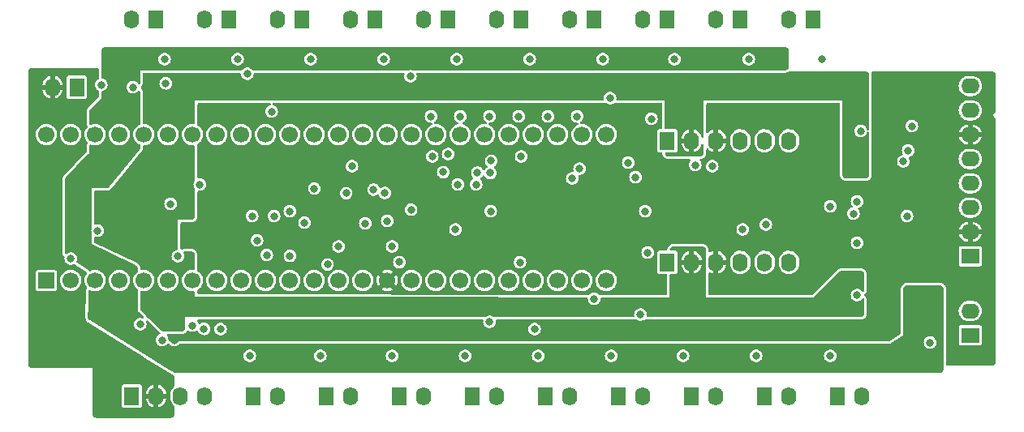
<source format=gbr>
%TF.GenerationSoftware,KiCad,Pcbnew,6.0.7-f9a2dced07~116~ubuntu20.04.1*%
%TF.CreationDate,2022-12-18T15:13:05-08:00*%
%TF.ProjectId,ButtonBd2,42757474-6f6e-4426-9432-2e6b69636164,rev?*%
%TF.SameCoordinates,Original*%
%TF.FileFunction,Copper,L2,Inr*%
%TF.FilePolarity,Positive*%
%FSLAX46Y46*%
G04 Gerber Fmt 4.6, Leading zero omitted, Abs format (unit mm)*
G04 Created by KiCad (PCBNEW 6.0.7-f9a2dced07~116~ubuntu20.04.1) date 2022-12-18 15:13:05*
%MOMM*%
%LPD*%
G01*
G04 APERTURE LIST*
%TA.AperFunction,ComponentPad*%
%ADD10R,1.600200X1.905000*%
%TD*%
%TA.AperFunction,ComponentPad*%
%ADD11O,1.600200X1.905000*%
%TD*%
%TA.AperFunction,ComponentPad*%
%ADD12R,1.905000X1.600200*%
%TD*%
%TA.AperFunction,ComponentPad*%
%ADD13O,1.905000X1.600200*%
%TD*%
%TA.AperFunction,ComponentPad*%
%ADD14R,1.700000X1.700000*%
%TD*%
%TA.AperFunction,ComponentPad*%
%ADD15C,1.700000*%
%TD*%
%TA.AperFunction,ViaPad*%
%ADD16C,0.800000*%
%TD*%
G04 APERTURE END LIST*
D10*
%TO.N,GND*%
%TO.C,J22*%
X113030000Y-100965000D03*
D11*
%TO.N,/Button Inputs/BN14*%
X115570000Y-100965000D03*
%TD*%
D10*
%TO.N,GND*%
%TO.C,J24*%
X128270000Y-100965000D03*
D11*
%TO.N,/Button Inputs/BN12*%
X130810000Y-100965000D03*
%TD*%
D12*
%TO.N,GND*%
%TO.C,J13*%
X149733000Y-86360000D03*
D13*
%TO.N,+3.3V*%
X149733000Y-83820000D03*
%TO.N,/ABS0*%
X149733000Y-81280000D03*
%TO.N,/ABS1*%
X149733000Y-78740000D03*
%TO.N,GND*%
X149733000Y-76200000D03*
%TO.N,+3.3V*%
X149733000Y-73660000D03*
%TO.N,/ABS2*%
X149733000Y-71120000D03*
%TO.N,/ABS3*%
X149733000Y-68580000D03*
%TD*%
D10*
%TO.N,GND*%
%TO.C,J6*%
X102870000Y-61595000D03*
D11*
%TO.N,/Button Inputs/BN5*%
X100330000Y-61595000D03*
%TD*%
D10*
%TO.N,GND*%
%TO.C,J16*%
X62230000Y-100965000D03*
D11*
%TO.N,/+5V_{IN}*%
X64770000Y-100965000D03*
%TO.N,/CAN_H*%
X67310000Y-100965000D03*
%TO.N,/CAN_L*%
X69850000Y-100965000D03*
%TD*%
D10*
%TO.N,GND*%
%TO.C,J3*%
X80010000Y-61595000D03*
D11*
%TO.N,/Button Inputs/BN2*%
X77470000Y-61595000D03*
%TD*%
D12*
%TO.N,GND*%
%TO.C,J15*%
X149733000Y-94615000D03*
D13*
%TO.N,/Button Inputs/BN10*%
X149733000Y-92075000D03*
%TD*%
D10*
%TO.N,GND*%
%TO.C,J12*%
X118110000Y-74295000D03*
D11*
%TO.N,+5V*%
X120650000Y-74295000D03*
%TO.N,+3.3V*%
X123190000Y-74295000D03*
%TO.N,/ENC1_A*%
X125730000Y-74295000D03*
%TO.N,/ENC1_B*%
X128270000Y-74295000D03*
%TO.N,/ENC1_ABS*%
X130810000Y-74295000D03*
%TD*%
D10*
%TO.N,GND*%
%TO.C,J2*%
X72390000Y-61595000D03*
D11*
%TO.N,/Button Inputs/BN1*%
X69850000Y-61595000D03*
%TD*%
D10*
%TO.N,GND*%
%TO.C,J19*%
X90170000Y-100965000D03*
D11*
%TO.N,/Button Inputs/BN17*%
X92710000Y-100965000D03*
%TD*%
D10*
%TO.N,GND*%
%TO.C,J14*%
X118110000Y-86995000D03*
D11*
%TO.N,+5V*%
X120650000Y-86995000D03*
%TO.N,+3.3V*%
X123190000Y-86995000D03*
%TO.N,/ENC0_A*%
X125730000Y-86995000D03*
%TO.N,/ENC0_B*%
X128270000Y-86995000D03*
%TO.N,/ENC0_ABS*%
X130810000Y-86995000D03*
%TD*%
D10*
%TO.N,GND*%
%TO.C,J18*%
X82550000Y-100965000D03*
D11*
%TO.N,/Button Inputs/BN18*%
X85090000Y-100965000D03*
%TD*%
D10*
%TO.N,GND*%
%TO.C,J11*%
X56515000Y-68707000D03*
D11*
%TO.N,/+5V_{IN}*%
X53975000Y-68707000D03*
%TD*%
D10*
%TO.N,GND*%
%TO.C,J4*%
X87630000Y-61595000D03*
D11*
%TO.N,/Button Inputs/BN3*%
X85090000Y-61595000D03*
%TD*%
D10*
%TO.N,GND*%
%TO.C,J23*%
X120650000Y-100965000D03*
D11*
%TO.N,/Button Inputs/BN13*%
X123190000Y-100965000D03*
%TD*%
D10*
%TO.N,GND*%
%TO.C,J20*%
X97790000Y-100965000D03*
D11*
%TO.N,/Button Inputs/BN16*%
X100330000Y-100965000D03*
%TD*%
D10*
%TO.N,GND*%
%TO.C,J10*%
X133350000Y-61595000D03*
D11*
%TO.N,/Button Inputs/BN9*%
X130810000Y-61595000D03*
%TD*%
D10*
%TO.N,GND*%
%TO.C,J1*%
X64770000Y-61595000D03*
D11*
%TO.N,/Button Inputs/BN0*%
X62230000Y-61595000D03*
%TD*%
D10*
%TO.N,GND*%
%TO.C,J8*%
X118110000Y-61595000D03*
D11*
%TO.N,/Button Inputs/BN7*%
X115570000Y-61595000D03*
%TD*%
D10*
%TO.N,GND*%
%TO.C,J9*%
X125730000Y-61595000D03*
D11*
%TO.N,/Button Inputs/BN8*%
X123190000Y-61595000D03*
%TD*%
D10*
%TO.N,GND*%
%TO.C,J7*%
X110490000Y-61595000D03*
D11*
%TO.N,/Button Inputs/BN6*%
X107950000Y-61595000D03*
%TD*%
D10*
%TO.N,GND*%
%TO.C,J17*%
X74930000Y-100965000D03*
D11*
%TO.N,/Button Inputs/BN19*%
X77470000Y-100965000D03*
%TD*%
D14*
%TO.N,GND*%
%TO.C,U1*%
X53340000Y-88900000D03*
D15*
%TO.N,/BTN19*%
X55880000Y-88900000D03*
%TO.N,/BTN18*%
X58420000Y-88900000D03*
%TO.N,/ENC0_ABS*%
X60960000Y-88900000D03*
%TO.N,/CAN_TX*%
X63500000Y-88900000D03*
%TO.N,/CAN_RX*%
X66040000Y-88900000D03*
%TO.N,/BTN14*%
X68580000Y-88900000D03*
%TO.N,/BTN17*%
X71120000Y-88900000D03*
%TO.N,/BTN13*%
X73660000Y-88900000D03*
%TO.N,/BTN12*%
X76200000Y-88900000D03*
%TO.N,/BTN10*%
X78740000Y-88900000D03*
%TO.N,/LED1Y*%
X81280000Y-88900000D03*
%TO.N,/LED0R*%
X83820000Y-88900000D03*
%TO.N,/BTN11*%
X86360000Y-88900000D03*
%TO.N,+3.3V*%
X88900000Y-88900000D03*
%TO.N,/BTN5*%
X91440000Y-88900000D03*
%TO.N,/BTN9*%
X93980000Y-88900000D03*
%TO.N,/BTN4*%
X96520000Y-88900000D03*
%TO.N,/BTN7*%
X99060000Y-88900000D03*
%TO.N,/BTN6*%
X101600000Y-88900000D03*
%TO.N,/ENC0_A*%
X104140000Y-88900000D03*
%TO.N,/ENC0_B*%
X106680000Y-88900000D03*
%TO.N,/BTN15*%
X109220000Y-88900000D03*
%TO.N,/BTN16*%
X111760000Y-88900000D03*
%TO.N,/ENC1_ABS_ADC*%
X111760000Y-73660000D03*
%TO.N,/BTN8*%
X109220000Y-73660000D03*
%TO.N,/LED1G*%
X106680000Y-73660000D03*
%TO.N,unconnected-(U1-Pad28)*%
X104140000Y-73660000D03*
%TO.N,/LED1R*%
X101600000Y-73660000D03*
%TO.N,/LED0G*%
X99060000Y-73660000D03*
%TO.N,/LED0Y*%
X96520000Y-73660000D03*
%TO.N,unconnected-(U1-Pad32)*%
X93980000Y-73660000D03*
%TO.N,/+5V_MON_ADC*%
X91440000Y-73660000D03*
%TO.N,GND*%
X88900000Y-73660000D03*
%TO.N,unconnected-(U1-Pad35)*%
X86360000Y-73660000D03*
%TO.N,/ENC0_ABS_ADC*%
X83820000Y-73660000D03*
%TO.N,/BTN1*%
X81280000Y-73660000D03*
%TO.N,/ENC1_B*%
X78740000Y-73660000D03*
%TO.N,/ENC1_A*%
X76200000Y-73660000D03*
%TO.N,/BTN2*%
X73660000Y-73660000D03*
%TO.N,/BTN3*%
X71120000Y-73660000D03*
%TO.N,/BTN0*%
X68580000Y-73660000D03*
%TO.N,/ENC1_ABS*%
X66040000Y-73660000D03*
%TO.N,/ABS2_ADC*%
X63500000Y-73660000D03*
%TO.N,/ABS3_ADC*%
X60960000Y-73660000D03*
%TO.N,+3.3V*%
X58420000Y-73660000D03*
%TO.N,GND*%
X55880000Y-73660000D03*
%TO.N,/V_{IN}*%
X53340000Y-73660000D03*
%TD*%
D10*
%TO.N,GND*%
%TO.C,J21*%
X105410000Y-100965000D03*
D11*
%TO.N,/Button Inputs/BN15*%
X107950000Y-100965000D03*
%TD*%
D10*
%TO.N,GND*%
%TO.C,J25*%
X135890000Y-100965000D03*
D11*
%TO.N,/Button Inputs/BN11*%
X138430000Y-100965000D03*
%TD*%
D10*
%TO.N,GND*%
%TO.C,J5*%
X95250000Y-61595000D03*
D11*
%TO.N,/Button Inputs/BN4*%
X92710000Y-61595000D03*
%TD*%
D16*
%TO.N,GND*%
X114046000Y-76581000D03*
X143637000Y-72771000D03*
X93472000Y-71755000D03*
X137922000Y-84963000D03*
X102616000Y-71755000D03*
X105664000Y-71755000D03*
X96520000Y-71755000D03*
X69342000Y-78867000D03*
X81297242Y-79290417D03*
X62357000Y-68707000D03*
X91313000Y-67564000D03*
X68580000Y-93599000D03*
X74803000Y-82169000D03*
X99568000Y-71755000D03*
X75311000Y-84709000D03*
X108712000Y-71755000D03*
X93599000Y-75946000D03*
X138303000Y-73279000D03*
X63119000Y-93472000D03*
X143129000Y-82169000D03*
X67056000Y-86360000D03*
X66294000Y-80899000D03*
X137922000Y-90424000D03*
%TO.N,+5V*%
X138303000Y-76835000D03*
X58928000Y-81153000D03*
X58928000Y-82423000D03*
X67897585Y-81969500D03*
X58928000Y-79883000D03*
X66929000Y-93472000D03*
X138303000Y-71501000D03*
X137922000Y-88519000D03*
X85217000Y-76962000D03*
%TO.N,+3.3V*%
X141986000Y-68453000D03*
X68072000Y-84709000D03*
X143764000Y-77978000D03*
X141859000Y-77978000D03*
X143637000Y-68453000D03*
X70485000Y-77724000D03*
X71374000Y-77724000D03*
X66675000Y-95123000D03*
X68051479Y-83549500D03*
%TO.N,Net-(D1-Pad1)*%
X65659000Y-65786000D03*
%TO.N,Net-(D2-Pad1)*%
X73279000Y-65786000D03*
%TO.N,Net-(D3-Pad1)*%
X80899000Y-65786000D03*
%TO.N,Net-(D4-Pad1)*%
X88519000Y-65786000D03*
%TO.N,Net-(D5-Pad1)*%
X96139000Y-65786000D03*
%TO.N,Net-(D6-Pad1)*%
X103759000Y-65786000D03*
%TO.N,/ENC1_A*%
X87477600Y-79400400D03*
X78740000Y-81661000D03*
%TO.N,/ENC1_B*%
X80264000Y-82860000D03*
X88646000Y-79756000D03*
%TO.N,/ENC0_B*%
X116078000Y-85979000D03*
%TO.N,/ABS2*%
X65786000Y-68300600D03*
X94742000Y-77571600D03*
X142748000Y-76454000D03*
X84610000Y-79790154D03*
X99644200Y-77673200D03*
X137922000Y-80645000D03*
X108204000Y-78232000D03*
%TO.N,/ENC1_ABS*%
X86614000Y-82931000D03*
X122809000Y-76962000D03*
X91389200Y-81508600D03*
X98298000Y-77622400D03*
X114808000Y-78105000D03*
X77089000Y-82169000D03*
%TO.N,/ABS1*%
X121031000Y-76835000D03*
X143256000Y-75311000D03*
%TO.N,/ENC0_ABS*%
X76327000Y-86233000D03*
%TO.N,/ABS3*%
X59055000Y-68453000D03*
X128397000Y-83058000D03*
X125984000Y-83566000D03*
X88900000Y-82677000D03*
%TO.N,/ABS0*%
X99745800Y-76403200D03*
X135128000Y-81153000D03*
X108966000Y-77216000D03*
X95250000Y-75692000D03*
X137541000Y-81915000D03*
%TO.N,Net-(D7-Pad1)*%
X111379000Y-65786000D03*
%TO.N,+5VD*%
X75692000Y-65786000D03*
X110010000Y-96774000D03*
X140589000Y-96774000D03*
X113764000Y-65786000D03*
X56769000Y-77470000D03*
X79403000Y-96774000D03*
X132969000Y-96774000D03*
X102390000Y-96774000D03*
X60579000Y-65786000D03*
X98425000Y-65786000D03*
X83411000Y-65788875D03*
X56769000Y-78486000D03*
X121285000Y-65786000D03*
X94897000Y-96774000D03*
X91059000Y-65786000D03*
X68072000Y-65786000D03*
X125349000Y-96774000D03*
X117376000Y-96774000D03*
X86995000Y-96774000D03*
X129032000Y-65786000D03*
X145542000Y-90396000D03*
X106045000Y-65786000D03*
%TO.N,Net-(D8-Pad1)*%
X118872000Y-65786000D03*
%TO.N,Net-(D9-Pad1)*%
X126619000Y-65786000D03*
%TO.N,Net-(D10-Pad1)*%
X134239000Y-65786000D03*
%TO.N,Net-(D24-Pad1)*%
X81915000Y-96774000D03*
%TO.N,Net-(D26-Pad1)*%
X97028000Y-96774000D03*
%TO.N,Net-(D27-Pad1)*%
X104648000Y-96774000D03*
%TO.N,Net-(D28-Pad1)*%
X112268000Y-96774000D03*
%TO.N,Net-(D29-Pad1)*%
X119761000Y-96774000D03*
%TO.N,Net-(D30-Pad1)*%
X127381000Y-96774000D03*
%TO.N,Net-(D31-Pad1)*%
X135128000Y-96774000D03*
%TO.N,Net-(D21-Pad1)*%
X145542000Y-95377000D03*
%TO.N,Net-(D23-Pad1)*%
X74549000Y-96774000D03*
%TO.N,Net-(D25-Pad1)*%
X89408000Y-96774000D03*
%TO.N,Net-(D40-Pad2)*%
X55880000Y-86614000D03*
X58674000Y-83693000D03*
%TO.N,/CAN_L*%
X65405000Y-95123000D03*
%TO.N,/LED1Y*%
X96012000Y-83566000D03*
%TO.N,/BTN1*%
X74295000Y-67310000D03*
%TO.N,/BTN3*%
X76835000Y-71247000D03*
%TO.N,/BTN4*%
X96266000Y-78867000D03*
X90170000Y-86969600D03*
%TO.N,/BTN5*%
X98171000Y-78867000D03*
%TO.N,/BTN6*%
X102870000Y-75946000D03*
%TO.N,/BTN7*%
X102743000Y-86995000D03*
X112141000Y-69850000D03*
%TO.N,/BTN9*%
X99695000Y-81661000D03*
X116459000Y-72009000D03*
X115824000Y-81661000D03*
%TO.N,/BTN10*%
X78740000Y-86332000D03*
X83820000Y-85344000D03*
%TO.N,/BTN11*%
X89408000Y-85341400D03*
%TO.N,/BTN12*%
X82664115Y-87236115D03*
%TO.N,/BTN13*%
X115316000Y-92456000D03*
X110490000Y-90805000D03*
%TO.N,/BTN14*%
X99568000Y-93218000D03*
%TO.N,/BTN15*%
X104267000Y-93980000D03*
%TO.N,/BTN18*%
X71501000Y-93980000D03*
%TO.N,/BTN19*%
X69773800Y-93954600D03*
%TO.N,/+5V_{IN}*%
X53975000Y-83693000D03*
X53975000Y-79883000D03*
X53975000Y-82423000D03*
X53975000Y-81153000D03*
%TD*%
%TA.AperFunction,Conductor*%
%TO.N,+3.3V*%
G36*
X152028793Y-67057551D02*
G01*
X152117029Y-67071526D01*
X152154514Y-67083706D01*
X152225168Y-67119707D01*
X152257057Y-67142876D01*
X152313124Y-67198943D01*
X152336293Y-67230832D01*
X152372294Y-67301486D01*
X152384474Y-67338971D01*
X152395032Y-67405633D01*
X152398449Y-67427207D01*
X152400000Y-67446917D01*
X152400000Y-71265564D01*
X152379998Y-71333685D01*
X152322219Y-71381973D01*
X152312873Y-71385845D01*
X152300699Y-71388266D01*
X152216516Y-71444516D01*
X152160266Y-71528699D01*
X152140514Y-71628000D01*
X152160266Y-71727301D01*
X152167161Y-71737620D01*
X152188000Y-71768807D01*
X152216516Y-71811484D01*
X152300699Y-71867734D01*
X152312873Y-71870155D01*
X152322219Y-71874027D01*
X152377499Y-71918576D01*
X152400000Y-71990436D01*
X152400000Y-97399083D01*
X152398449Y-97418793D01*
X152384475Y-97507026D01*
X152372294Y-97544514D01*
X152336293Y-97615168D01*
X152313124Y-97647057D01*
X152257057Y-97703124D01*
X152225168Y-97726293D01*
X152154514Y-97762294D01*
X152117029Y-97774474D01*
X152028793Y-97788449D01*
X152009083Y-97790000D01*
X147324500Y-97790000D01*
X147256379Y-97769998D01*
X147209886Y-97716342D01*
X147198500Y-97664000D01*
X147198500Y-93789833D01*
X148526000Y-93789833D01*
X148526001Y-95440166D01*
X148528877Y-95454625D01*
X148536504Y-95492971D01*
X148540766Y-95514401D01*
X148597016Y-95598584D01*
X148681199Y-95654834D01*
X148755433Y-95669600D01*
X149732842Y-95669600D01*
X150710566Y-95669599D01*
X150746318Y-95662488D01*
X150772626Y-95657256D01*
X150772628Y-95657255D01*
X150784801Y-95654834D01*
X150795121Y-95647939D01*
X150795122Y-95647938D01*
X150858668Y-95605477D01*
X150868984Y-95598584D01*
X150925234Y-95514401D01*
X150940000Y-95440167D01*
X150939999Y-93789834D01*
X150925234Y-93715599D01*
X150898457Y-93675524D01*
X150875877Y-93641732D01*
X150868984Y-93631416D01*
X150784801Y-93575166D01*
X150710567Y-93560400D01*
X149733159Y-93560400D01*
X148755434Y-93560401D01*
X148719682Y-93567512D01*
X148693374Y-93572744D01*
X148693372Y-93572745D01*
X148681199Y-93575166D01*
X148670879Y-93582061D01*
X148670878Y-93582062D01*
X148610485Y-93622416D01*
X148597016Y-93631416D01*
X148540766Y-93715599D01*
X148526000Y-93789833D01*
X147198500Y-93789833D01*
X147198500Y-92067602D01*
X148520923Y-92067602D01*
X148539667Y-92273569D01*
X148598060Y-92471972D01*
X148600913Y-92477430D01*
X148600915Y-92477434D01*
X148653471Y-92577963D01*
X148693878Y-92655254D01*
X148697736Y-92660052D01*
X148697737Y-92660054D01*
X148719965Y-92687700D01*
X148823471Y-92816435D01*
X148981903Y-92949375D01*
X148987295Y-92952339D01*
X148987299Y-92952342D01*
X149089566Y-93008563D01*
X149163139Y-93049010D01*
X149169006Y-93050871D01*
X149169008Y-93050872D01*
X149190252Y-93057611D01*
X149360275Y-93111546D01*
X149521228Y-93129600D01*
X149937444Y-93129600D01*
X150091231Y-93114521D01*
X150289221Y-93054744D01*
X150471831Y-92957649D01*
X150585052Y-92865308D01*
X150627335Y-92830823D01*
X150627337Y-92830821D01*
X150632103Y-92826934D01*
X150763934Y-92667578D01*
X150766865Y-92662158D01*
X150859371Y-92491071D01*
X150859373Y-92491066D01*
X150862301Y-92485651D01*
X150923459Y-92288083D01*
X150924364Y-92279477D01*
X150944433Y-92088527D01*
X150944433Y-92088525D01*
X150945077Y-92082398D01*
X150926333Y-91876431D01*
X150867940Y-91678028D01*
X150863867Y-91670236D01*
X150774974Y-91500202D01*
X150772122Y-91494746D01*
X150762214Y-91482422D01*
X150646388Y-91338365D01*
X150642529Y-91333565D01*
X150484097Y-91200625D01*
X150478705Y-91197661D01*
X150478701Y-91197658D01*
X150308256Y-91103956D01*
X150308257Y-91103956D01*
X150302861Y-91100990D01*
X150296994Y-91099129D01*
X150296992Y-91099128D01*
X150204293Y-91069722D01*
X150105725Y-91038454D01*
X149944772Y-91020400D01*
X149528556Y-91020400D01*
X149374769Y-91035479D01*
X149176779Y-91095256D01*
X148994169Y-91192351D01*
X148833897Y-91323066D01*
X148702066Y-91482422D01*
X148699137Y-91487839D01*
X148699135Y-91487842D01*
X148606629Y-91658929D01*
X148606627Y-91658934D01*
X148603699Y-91664349D01*
X148542541Y-91861917D01*
X148541897Y-91868042D01*
X148541897Y-91868043D01*
X148541016Y-91876431D01*
X148520923Y-92067602D01*
X147198500Y-92067602D01*
X147198500Y-89798917D01*
X147197700Y-89778560D01*
X147196149Y-89758850D01*
X147194510Y-89744999D01*
X147193896Y-89739810D01*
X147193893Y-89739788D01*
X147193754Y-89738614D01*
X147179780Y-89650381D01*
X147173548Y-89624424D01*
X147170851Y-89613189D01*
X147170850Y-89613186D01*
X147170273Y-89610782D01*
X147158092Y-89573294D01*
X147142509Y-89535673D01*
X147106508Y-89465019D01*
X147085232Y-89430300D01*
X147062063Y-89398411D01*
X147053133Y-89387955D01*
X147037224Y-89369329D01*
X147037220Y-89369325D01*
X147035618Y-89367449D01*
X146979551Y-89311382D01*
X146948589Y-89284937D01*
X146916700Y-89261768D01*
X146914589Y-89260475D01*
X146914581Y-89260469D01*
X146884091Y-89241785D01*
X146881981Y-89240492D01*
X146811327Y-89204491D01*
X146787992Y-89194825D01*
X146775988Y-89189853D01*
X146775983Y-89189851D01*
X146773706Y-89188908D01*
X146753210Y-89182248D01*
X146738576Y-89177493D01*
X146738571Y-89177492D01*
X146736221Y-89176728D01*
X146733817Y-89176151D01*
X146733807Y-89176148D01*
X146699045Y-89167802D01*
X146699033Y-89167800D01*
X146696623Y-89167221D01*
X146694182Y-89166834D01*
X146694170Y-89166832D01*
X146641686Y-89158520D01*
X146608387Y-89153246D01*
X146607178Y-89153103D01*
X146607157Y-89153100D01*
X146589367Y-89150995D01*
X146589366Y-89150995D01*
X146588150Y-89150851D01*
X146586940Y-89150756D01*
X146586932Y-89150755D01*
X146569673Y-89149397D01*
X146569672Y-89149397D01*
X146568440Y-89149300D01*
X146567214Y-89149252D01*
X146567200Y-89149251D01*
X146558262Y-89148900D01*
X146548083Y-89148500D01*
X143138917Y-89148500D01*
X143128738Y-89148900D01*
X143119800Y-89149251D01*
X143119786Y-89149252D01*
X143118560Y-89149300D01*
X143117328Y-89149397D01*
X143117327Y-89149397D01*
X143100068Y-89150755D01*
X143100060Y-89150756D01*
X143098850Y-89150851D01*
X143097634Y-89150995D01*
X143097633Y-89150995D01*
X143079843Y-89153100D01*
X143079822Y-89153103D01*
X143078613Y-89153246D01*
X143045314Y-89158520D01*
X142992830Y-89166832D01*
X142992818Y-89166834D01*
X142990377Y-89167221D01*
X142987967Y-89167800D01*
X142987955Y-89167802D01*
X142953193Y-89176148D01*
X142953183Y-89176151D01*
X142950779Y-89176728D01*
X142948429Y-89177492D01*
X142948424Y-89177493D01*
X142933790Y-89182248D01*
X142913294Y-89188908D01*
X142911017Y-89189851D01*
X142911012Y-89189853D01*
X142899008Y-89194825D01*
X142875673Y-89204491D01*
X142805019Y-89240492D01*
X142802909Y-89241785D01*
X142772419Y-89260469D01*
X142772411Y-89260475D01*
X142770300Y-89261768D01*
X142738411Y-89284937D01*
X142707449Y-89311382D01*
X142651382Y-89367449D01*
X142649780Y-89369325D01*
X142649776Y-89369329D01*
X142633867Y-89387955D01*
X142624937Y-89398411D01*
X142601768Y-89430300D01*
X142580492Y-89465019D01*
X142544491Y-89535673D01*
X142528908Y-89573294D01*
X142516727Y-89610782D01*
X142516150Y-89613186D01*
X142516149Y-89613189D01*
X142513452Y-89624424D01*
X142507220Y-89650381D01*
X142493246Y-89738614D01*
X142493107Y-89739788D01*
X142493104Y-89739810D01*
X142492490Y-89744999D01*
X142490851Y-89758850D01*
X142489300Y-89778560D01*
X142488500Y-89798917D01*
X142488500Y-94403382D01*
X142468498Y-94471503D01*
X142430146Y-94509683D01*
X141956196Y-94811288D01*
X141422102Y-95151166D01*
X141310275Y-95222329D01*
X141306390Y-95224801D01*
X141238744Y-95244500D01*
X67271831Y-95244500D01*
X67268890Y-95244778D01*
X67268883Y-95244778D01*
X67248767Y-95246677D01*
X67223266Y-95249085D01*
X67220358Y-95249639D01*
X67220351Y-95249640D01*
X67178160Y-95257678D01*
X67178142Y-95257682D01*
X67176939Y-95257911D01*
X67156436Y-95262686D01*
X67065969Y-95308158D01*
X67009974Y-95351805D01*
X67006859Y-95355044D01*
X67006847Y-95355055D01*
X66989758Y-95372826D01*
X66989651Y-95372938D01*
X66989383Y-95373216D01*
X66980501Y-95381579D01*
X66906794Y-95444530D01*
X66881579Y-95461282D01*
X66823415Y-95490536D01*
X66794929Y-95500792D01*
X66731451Y-95515330D01*
X66701344Y-95518494D01*
X66667575Y-95517964D01*
X66636243Y-95517472D01*
X66606249Y-95513363D01*
X66543266Y-95496839D01*
X66515118Y-95485695D01*
X66457895Y-95454625D01*
X66433219Y-95437088D01*
X66385056Y-95393264D01*
X66365275Y-95370348D01*
X66360710Y-95363555D01*
X66359767Y-95362151D01*
X66343144Y-95340054D01*
X66325902Y-95319512D01*
X66247035Y-95256204D01*
X66184070Y-95223401D01*
X66181481Y-95222333D01*
X66181471Y-95222329D01*
X66141302Y-95205769D01*
X66142523Y-95202807D01*
X66095020Y-95174743D01*
X66063121Y-95111316D01*
X66061989Y-95103847D01*
X66046188Y-94973273D01*
X66045276Y-94965733D01*
X65989280Y-94817546D01*
X65902216Y-94690866D01*
X65880116Y-94623398D01*
X65898001Y-94554691D01*
X65950193Y-94506560D01*
X66006056Y-94493500D01*
X67427083Y-94493500D01*
X67437262Y-94493100D01*
X67446200Y-94492749D01*
X67446214Y-94492748D01*
X67447440Y-94492700D01*
X67448673Y-94492603D01*
X67465932Y-94491245D01*
X67465940Y-94491244D01*
X67467150Y-94491149D01*
X67468367Y-94491005D01*
X67486157Y-94488900D01*
X67486178Y-94488897D01*
X67487387Y-94488754D01*
X67520686Y-94483480D01*
X67573170Y-94475168D01*
X67573182Y-94475166D01*
X67575623Y-94474779D01*
X67578033Y-94474200D01*
X67578045Y-94474198D01*
X67612807Y-94465852D01*
X67612817Y-94465849D01*
X67615221Y-94465272D01*
X67617571Y-94464508D01*
X67617576Y-94464507D01*
X67632210Y-94459752D01*
X67652706Y-94453092D01*
X67654983Y-94452149D01*
X67654988Y-94452147D01*
X67666992Y-94447175D01*
X67690327Y-94437509D01*
X67760981Y-94401508D01*
X67772099Y-94394695D01*
X67793581Y-94381531D01*
X67793589Y-94381525D01*
X67795700Y-94380232D01*
X67827589Y-94357063D01*
X67858551Y-94330618D01*
X67914618Y-94274551D01*
X67941063Y-94243589D01*
X67964232Y-94211700D01*
X67966264Y-94208385D01*
X67984215Y-94179091D01*
X67985508Y-94176981D01*
X67992012Y-94164217D01*
X68040761Y-94112603D01*
X68109677Y-94095539D01*
X68176878Y-94118442D01*
X68189077Y-94128231D01*
X68198076Y-94136419D01*
X68337293Y-94212008D01*
X68490522Y-94252207D01*
X68574477Y-94253526D01*
X68641319Y-94254576D01*
X68641322Y-94254576D01*
X68648916Y-94254695D01*
X68803332Y-94219329D01*
X68883337Y-94179091D01*
X68938072Y-94151563D01*
X68938075Y-94151561D01*
X68944855Y-94148151D01*
X68950628Y-94143220D01*
X68950633Y-94143217D01*
X68961503Y-94133933D01*
X69026292Y-94104901D01*
X69096492Y-94115506D01*
X69149815Y-94162380D01*
X69161660Y-94186442D01*
X69182573Y-94243589D01*
X69186353Y-94253919D01*
X69190589Y-94260222D01*
X69190589Y-94260223D01*
X69237893Y-94330618D01*
X69274708Y-94385405D01*
X69280327Y-94390518D01*
X69280328Y-94390519D01*
X69372291Y-94474198D01*
X69391876Y-94492019D01*
X69531093Y-94567608D01*
X69684322Y-94607807D01*
X69768277Y-94609126D01*
X69835119Y-94610176D01*
X69835122Y-94610176D01*
X69842716Y-94610295D01*
X69997132Y-94574929D01*
X70081368Y-94532563D01*
X70131872Y-94507163D01*
X70131875Y-94507161D01*
X70138655Y-94503751D01*
X70144426Y-94498822D01*
X70144429Y-94498820D01*
X70253336Y-94405804D01*
X70253336Y-94405803D01*
X70259114Y-94400869D01*
X70351555Y-94272224D01*
X70410642Y-94125241D01*
X70428766Y-93997891D01*
X70432295Y-93973096D01*
X70841729Y-93973096D01*
X70847990Y-94029805D01*
X70857776Y-94118442D01*
X70859113Y-94130553D01*
X70861723Y-94137684D01*
X70861723Y-94137686D01*
X70908376Y-94265171D01*
X70913553Y-94279319D01*
X70917789Y-94285622D01*
X70917789Y-94285623D01*
X70996415Y-94402630D01*
X71001908Y-94410805D01*
X71007527Y-94415918D01*
X71007528Y-94415919D01*
X71110574Y-94509683D01*
X71119076Y-94517419D01*
X71258293Y-94593008D01*
X71411522Y-94633207D01*
X71495477Y-94634526D01*
X71562319Y-94635576D01*
X71562322Y-94635576D01*
X71569916Y-94635695D01*
X71724332Y-94600329D01*
X71815074Y-94554691D01*
X71859072Y-94532563D01*
X71859075Y-94532561D01*
X71865855Y-94529151D01*
X71871626Y-94524222D01*
X71871629Y-94524220D01*
X71980536Y-94431204D01*
X71980536Y-94431203D01*
X71986314Y-94426269D01*
X72078755Y-94297624D01*
X72137842Y-94150641D01*
X72160162Y-93993807D01*
X72160307Y-93980000D01*
X72159472Y-93973096D01*
X103607729Y-93973096D01*
X103613990Y-94029805D01*
X103623776Y-94118442D01*
X103625113Y-94130553D01*
X103627723Y-94137684D01*
X103627723Y-94137686D01*
X103674376Y-94265171D01*
X103679553Y-94279319D01*
X103683789Y-94285622D01*
X103683789Y-94285623D01*
X103762415Y-94402630D01*
X103767908Y-94410805D01*
X103773527Y-94415918D01*
X103773528Y-94415919D01*
X103876574Y-94509683D01*
X103885076Y-94517419D01*
X104024293Y-94593008D01*
X104177522Y-94633207D01*
X104261477Y-94634526D01*
X104328319Y-94635576D01*
X104328322Y-94635576D01*
X104335916Y-94635695D01*
X104490332Y-94600329D01*
X104581074Y-94554691D01*
X104625072Y-94532563D01*
X104625075Y-94532561D01*
X104631855Y-94529151D01*
X104637626Y-94524222D01*
X104637629Y-94524220D01*
X104746536Y-94431204D01*
X104746536Y-94431203D01*
X104752314Y-94426269D01*
X104844755Y-94297624D01*
X104903842Y-94150641D01*
X104926162Y-93993807D01*
X104926307Y-93980000D01*
X104907276Y-93822733D01*
X104851280Y-93674546D01*
X104838705Y-93656249D01*
X104765855Y-93550251D01*
X104765854Y-93550249D01*
X104761553Y-93543992D01*
X104740070Y-93524851D01*
X104648946Y-93443664D01*
X104643275Y-93438611D01*
X104635889Y-93434700D01*
X104509988Y-93368039D01*
X104509989Y-93368039D01*
X104503274Y-93364484D01*
X104349633Y-93325892D01*
X104342034Y-93325852D01*
X104342033Y-93325852D01*
X104276181Y-93325507D01*
X104191221Y-93325062D01*
X104183841Y-93326834D01*
X104183839Y-93326834D01*
X104044563Y-93360271D01*
X104044560Y-93360272D01*
X104037184Y-93362043D01*
X103896414Y-93434700D01*
X103777039Y-93538838D01*
X103685950Y-93668444D01*
X103683190Y-93675524D01*
X103632759Y-93804873D01*
X103628406Y-93816037D01*
X103627414Y-93823570D01*
X103627414Y-93823571D01*
X103609620Y-93958734D01*
X103607729Y-93973096D01*
X72159472Y-93973096D01*
X72141276Y-93822733D01*
X72085280Y-93674546D01*
X72072705Y-93656249D01*
X71999855Y-93550251D01*
X71999854Y-93550249D01*
X71995553Y-93543992D01*
X71974070Y-93524851D01*
X71882946Y-93443664D01*
X71877275Y-93438611D01*
X71869889Y-93434700D01*
X71743988Y-93368039D01*
X71743989Y-93368039D01*
X71737274Y-93364484D01*
X71583633Y-93325892D01*
X71576034Y-93325852D01*
X71576033Y-93325852D01*
X71510181Y-93325507D01*
X71425221Y-93325062D01*
X71417841Y-93326834D01*
X71417839Y-93326834D01*
X71278563Y-93360271D01*
X71278560Y-93360272D01*
X71271184Y-93362043D01*
X71130414Y-93434700D01*
X71011039Y-93538838D01*
X70919950Y-93668444D01*
X70917190Y-93675524D01*
X70866759Y-93804873D01*
X70862406Y-93816037D01*
X70861414Y-93823570D01*
X70861414Y-93823571D01*
X70843620Y-93958734D01*
X70841729Y-93973096D01*
X70432295Y-93973096D01*
X70432381Y-93972491D01*
X70432381Y-93972488D01*
X70432962Y-93968407D01*
X70433107Y-93954600D01*
X70414076Y-93797333D01*
X70358080Y-93649146D01*
X70311974Y-93582061D01*
X70272655Y-93524851D01*
X70272654Y-93524849D01*
X70268353Y-93518592D01*
X70150075Y-93413211D01*
X70142689Y-93409300D01*
X70016788Y-93342639D01*
X70016789Y-93342639D01*
X70010074Y-93339084D01*
X69856433Y-93300492D01*
X69848834Y-93300452D01*
X69848833Y-93300452D01*
X69782981Y-93300107D01*
X69698021Y-93299662D01*
X69690641Y-93301434D01*
X69690639Y-93301434D01*
X69551363Y-93334871D01*
X69551360Y-93334872D01*
X69543984Y-93336643D01*
X69403214Y-93409300D01*
X69397495Y-93414289D01*
X69393028Y-93418186D01*
X69328546Y-93447896D01*
X69258239Y-93438028D01*
X69204427Y-93391715D01*
X69192330Y-93367777D01*
X69166964Y-93300649D01*
X69164280Y-93293546D01*
X69077216Y-93166866D01*
X69055116Y-93099398D01*
X69073001Y-93030691D01*
X69125193Y-92982560D01*
X69181056Y-92969500D01*
X98796860Y-92969500D01*
X98864981Y-92989502D01*
X98911474Y-93043158D01*
X98921782Y-93111946D01*
X98913392Y-93175679D01*
X98908729Y-93211096D01*
X98917141Y-93287288D01*
X98925199Y-93360271D01*
X98926113Y-93368553D01*
X98928723Y-93375684D01*
X98928723Y-93375686D01*
X98952893Y-93441733D01*
X98980553Y-93517319D01*
X98984789Y-93523622D01*
X98984789Y-93523623D01*
X99024059Y-93582062D01*
X99068908Y-93648805D01*
X99074527Y-93653918D01*
X99074528Y-93653919D01*
X99142314Y-93715599D01*
X99186076Y-93755419D01*
X99325293Y-93831008D01*
X99478522Y-93871207D01*
X99562477Y-93872526D01*
X99629319Y-93873576D01*
X99629322Y-93873576D01*
X99636916Y-93873695D01*
X99791332Y-93838329D01*
X99875455Y-93796020D01*
X99926072Y-93770563D01*
X99926075Y-93770561D01*
X99932855Y-93767151D01*
X99938626Y-93762222D01*
X99938629Y-93762220D01*
X100047536Y-93669204D01*
X100047536Y-93669203D01*
X100053314Y-93664269D01*
X100145755Y-93535624D01*
X100204842Y-93388641D01*
X100217393Y-93300452D01*
X100226581Y-93235891D01*
X100226581Y-93235888D01*
X100227162Y-93231807D01*
X100227307Y-93218000D01*
X100220651Y-93162992D01*
X100214315Y-93110637D01*
X100225988Y-93040607D01*
X100273670Y-92988005D01*
X100339402Y-92969500D01*
X114544857Y-92969500D01*
X114579909Y-92964754D01*
X114609668Y-92960725D01*
X114609675Y-92960724D01*
X114613867Y-92960156D01*
X114617950Y-92959030D01*
X114617953Y-92959029D01*
X114676012Y-92943012D01*
X114678470Y-92942334D01*
X114717933Y-92927919D01*
X114725019Y-92922778D01*
X114729612Y-92920335D01*
X114799146Y-92906000D01*
X114865392Y-92931534D01*
X114873588Y-92938380D01*
X114928126Y-92988005D01*
X114934076Y-92993419D01*
X115073293Y-93069008D01*
X115226522Y-93109207D01*
X115310477Y-93110526D01*
X115377319Y-93111576D01*
X115377322Y-93111576D01*
X115384916Y-93111695D01*
X115539332Y-93076329D01*
X115630074Y-93030691D01*
X115674072Y-93008563D01*
X115674075Y-93008561D01*
X115680855Y-93005151D01*
X115764445Y-92933758D01*
X115829235Y-92904727D01*
X115904678Y-92917921D01*
X115939470Y-92936121D01*
X115939474Y-92936123D01*
X115944950Y-92938987D01*
X115950886Y-92940730D01*
X116008748Y-92957720D01*
X116008752Y-92957721D01*
X116013071Y-92958989D01*
X116017519Y-92959629D01*
X116017526Y-92959630D01*
X116081732Y-92968861D01*
X116081739Y-92968861D01*
X116086180Y-92969500D01*
X138293083Y-92969500D01*
X138303262Y-92969100D01*
X138312200Y-92968749D01*
X138312214Y-92968748D01*
X138313440Y-92968700D01*
X138314673Y-92968603D01*
X138331932Y-92967245D01*
X138331940Y-92967244D01*
X138333150Y-92967149D01*
X138334367Y-92967005D01*
X138352157Y-92964900D01*
X138352178Y-92964897D01*
X138353387Y-92964754D01*
X138389534Y-92959029D01*
X138439170Y-92951168D01*
X138439182Y-92951166D01*
X138441623Y-92950779D01*
X138444033Y-92950200D01*
X138444045Y-92950198D01*
X138478807Y-92941852D01*
X138478817Y-92941849D01*
X138481221Y-92941272D01*
X138483571Y-92940508D01*
X138483576Y-92940507D01*
X138504346Y-92933758D01*
X138518706Y-92929092D01*
X138520983Y-92928149D01*
X138520988Y-92928147D01*
X138545675Y-92917921D01*
X138556327Y-92913509D01*
X138626981Y-92877508D01*
X138646534Y-92865526D01*
X138659581Y-92857531D01*
X138659589Y-92857525D01*
X138661700Y-92856232D01*
X138693589Y-92833063D01*
X138724551Y-92806618D01*
X138780618Y-92750551D01*
X138807063Y-92719589D01*
X138830232Y-92687700D01*
X138851508Y-92652981D01*
X138887509Y-92582327D01*
X138903092Y-92544706D01*
X138915273Y-92507218D01*
X138924780Y-92467619D01*
X138938754Y-92379386D01*
X138941149Y-92359150D01*
X138942700Y-92339440D01*
X138943500Y-92319083D01*
X138943500Y-90876490D01*
X138941731Y-90846239D01*
X138938306Y-90817059D01*
X138905862Y-90718524D01*
X138870627Y-90656887D01*
X138844183Y-90618934D01*
X138837158Y-90613292D01*
X138837156Y-90613290D01*
X138770066Y-90559410D01*
X138765239Y-90555533D01*
X138745032Y-90545005D01*
X138727359Y-90535798D01*
X138676187Y-90486585D01*
X138659746Y-90417518D01*
X138683254Y-90350526D01*
X138723227Y-90314562D01*
X138774899Y-90285138D01*
X138780278Y-90282075D01*
X138833934Y-90235582D01*
X138866056Y-90202293D01*
X138912987Y-90112574D01*
X138932989Y-90044453D01*
X138938272Y-90007712D01*
X138942861Y-89975792D01*
X138942861Y-89975785D01*
X138943500Y-89971344D01*
X138943500Y-88274917D01*
X138942700Y-88254560D01*
X138941149Y-88234850D01*
X138940188Y-88226729D01*
X138938900Y-88215843D01*
X138938897Y-88215822D01*
X138938754Y-88214613D01*
X138931377Y-88168033D01*
X138925168Y-88128830D01*
X138925166Y-88128818D01*
X138924779Y-88126377D01*
X138923578Y-88121371D01*
X138915852Y-88089193D01*
X138915849Y-88089183D01*
X138915272Y-88086779D01*
X138913063Y-88079979D01*
X138909752Y-88069790D01*
X138903092Y-88049294D01*
X138902060Y-88046801D01*
X138895209Y-88030263D01*
X138887509Y-88011673D01*
X138851508Y-87941019D01*
X138833521Y-87911667D01*
X138831531Y-87908419D01*
X138831525Y-87908411D01*
X138830232Y-87906300D01*
X138807063Y-87874411D01*
X138780618Y-87843449D01*
X138724551Y-87787382D01*
X138716301Y-87780335D01*
X138695468Y-87762542D01*
X138693589Y-87760937D01*
X138661700Y-87737768D01*
X138659589Y-87736475D01*
X138659581Y-87736469D01*
X138629091Y-87717785D01*
X138626981Y-87716492D01*
X138556327Y-87680491D01*
X138529913Y-87669550D01*
X138520988Y-87665853D01*
X138520983Y-87665851D01*
X138518706Y-87664908D01*
X138498210Y-87658248D01*
X138483576Y-87653493D01*
X138483571Y-87653492D01*
X138481221Y-87652728D01*
X138478817Y-87652151D01*
X138478807Y-87652148D01*
X138444045Y-87643802D01*
X138444033Y-87643800D01*
X138441623Y-87643221D01*
X138439182Y-87642834D01*
X138439170Y-87642832D01*
X138386686Y-87634520D01*
X138353387Y-87629246D01*
X138352178Y-87629103D01*
X138352157Y-87629100D01*
X138334367Y-87626995D01*
X138334366Y-87626995D01*
X138333150Y-87626851D01*
X138331940Y-87626756D01*
X138331932Y-87626755D01*
X138314673Y-87625397D01*
X138314672Y-87625397D01*
X138313440Y-87625300D01*
X138312214Y-87625252D01*
X138312200Y-87625251D01*
X138303262Y-87624900D01*
X138293083Y-87624500D01*
X136314226Y-87624500D01*
X136288792Y-87625749D01*
X136280720Y-87626544D01*
X136265780Y-87628015D01*
X136265765Y-87628017D01*
X136264210Y-87628170D01*
X136262661Y-87628400D01*
X136262651Y-87628401D01*
X136255648Y-87629440D01*
X136239017Y-87631907D01*
X136129966Y-87653599D01*
X136081283Y-87668368D01*
X136078433Y-87669549D01*
X136078429Y-87669550D01*
X136038719Y-87685999D01*
X136038713Y-87686002D01*
X136035864Y-87687182D01*
X135991004Y-87711160D01*
X135898555Y-87772932D01*
X135878100Y-87788103D01*
X135876889Y-87789097D01*
X135865467Y-87798471D01*
X135859006Y-87803773D01*
X135857862Y-87804810D01*
X135841275Y-87819843D01*
X135841263Y-87819855D01*
X135840137Y-87820875D01*
X133279417Y-90381595D01*
X133217105Y-90415621D01*
X133190322Y-90418500D01*
X122559500Y-90418500D01*
X122491379Y-90398498D01*
X122444886Y-90344842D01*
X122433500Y-90292500D01*
X122433500Y-88148100D01*
X122453502Y-88079979D01*
X122507158Y-88033486D01*
X122577432Y-88023382D01*
X122619428Y-88037264D01*
X122774125Y-88120908D01*
X122785425Y-88125658D01*
X122918692Y-88166911D01*
X122932795Y-88167117D01*
X122936000Y-88160362D01*
X122936000Y-88153382D01*
X123444000Y-88153382D01*
X123447973Y-88166913D01*
X123455768Y-88168033D01*
X123580868Y-88131214D01*
X123592245Y-88126617D01*
X123764520Y-88036555D01*
X123774782Y-88029839D01*
X123926277Y-87908033D01*
X123935047Y-87899445D01*
X124059993Y-87750540D01*
X124066931Y-87740410D01*
X124160582Y-87570058D01*
X124165410Y-87558794D01*
X124224192Y-87373491D01*
X124226740Y-87361501D01*
X124237340Y-87267004D01*
X124234788Y-87252473D01*
X124222243Y-87249000D01*
X123462115Y-87249000D01*
X123446876Y-87253475D01*
X123445671Y-87254865D01*
X123444000Y-87262548D01*
X123444000Y-88153382D01*
X122936000Y-88153382D01*
X122936000Y-87199444D01*
X124675400Y-87199444D01*
X124690479Y-87353231D01*
X124750256Y-87551221D01*
X124847351Y-87733831D01*
X124938287Y-87845329D01*
X124974167Y-87889322D01*
X124978066Y-87894103D01*
X125137422Y-88025934D01*
X125142839Y-88028863D01*
X125142842Y-88028865D01*
X125313929Y-88121371D01*
X125313934Y-88121373D01*
X125319349Y-88124301D01*
X125516917Y-88185459D01*
X125523042Y-88186103D01*
X125523043Y-88186103D01*
X125716473Y-88206433D01*
X125716475Y-88206433D01*
X125722602Y-88207077D01*
X125809597Y-88199160D01*
X125922430Y-88188892D01*
X125922433Y-88188891D01*
X125928569Y-88188333D01*
X126126972Y-88129940D01*
X126132430Y-88127087D01*
X126132434Y-88127085D01*
X126272275Y-88053977D01*
X126310254Y-88034122D01*
X126316793Y-88028865D01*
X126423312Y-87943221D01*
X126471435Y-87904529D01*
X126604375Y-87746097D01*
X126607339Y-87740705D01*
X126607342Y-87740701D01*
X126693195Y-87584534D01*
X126704010Y-87564861D01*
X126709498Y-87547563D01*
X126751676Y-87414600D01*
X126766546Y-87367725D01*
X126784600Y-87206772D01*
X126784600Y-87199444D01*
X127215400Y-87199444D01*
X127230479Y-87353231D01*
X127290256Y-87551221D01*
X127387351Y-87733831D01*
X127478287Y-87845329D01*
X127514167Y-87889322D01*
X127518066Y-87894103D01*
X127677422Y-88025934D01*
X127682839Y-88028863D01*
X127682842Y-88028865D01*
X127853929Y-88121371D01*
X127853934Y-88121373D01*
X127859349Y-88124301D01*
X128056917Y-88185459D01*
X128063042Y-88186103D01*
X128063043Y-88186103D01*
X128256473Y-88206433D01*
X128256475Y-88206433D01*
X128262602Y-88207077D01*
X128349597Y-88199160D01*
X128462430Y-88188892D01*
X128462433Y-88188891D01*
X128468569Y-88188333D01*
X128666972Y-88129940D01*
X128672430Y-88127087D01*
X128672434Y-88127085D01*
X128812275Y-88053977D01*
X128850254Y-88034122D01*
X128856793Y-88028865D01*
X128963312Y-87943221D01*
X129011435Y-87904529D01*
X129144375Y-87746097D01*
X129147339Y-87740705D01*
X129147342Y-87740701D01*
X129233195Y-87584534D01*
X129244010Y-87564861D01*
X129249498Y-87547563D01*
X129291676Y-87414600D01*
X129306546Y-87367725D01*
X129324600Y-87206772D01*
X129324600Y-87199444D01*
X129755400Y-87199444D01*
X129770479Y-87353231D01*
X129830256Y-87551221D01*
X129927351Y-87733831D01*
X130018287Y-87845329D01*
X130054167Y-87889322D01*
X130058066Y-87894103D01*
X130217422Y-88025934D01*
X130222839Y-88028863D01*
X130222842Y-88028865D01*
X130393929Y-88121371D01*
X130393934Y-88121373D01*
X130399349Y-88124301D01*
X130596917Y-88185459D01*
X130603042Y-88186103D01*
X130603043Y-88186103D01*
X130796473Y-88206433D01*
X130796475Y-88206433D01*
X130802602Y-88207077D01*
X130889597Y-88199160D01*
X131002430Y-88188892D01*
X131002433Y-88188891D01*
X131008569Y-88188333D01*
X131206972Y-88129940D01*
X131212430Y-88127087D01*
X131212434Y-88127085D01*
X131352275Y-88053977D01*
X131390254Y-88034122D01*
X131396793Y-88028865D01*
X131503312Y-87943221D01*
X131551435Y-87904529D01*
X131684375Y-87746097D01*
X131687339Y-87740705D01*
X131687342Y-87740701D01*
X131773195Y-87584534D01*
X131784010Y-87564861D01*
X131789498Y-87547563D01*
X131831676Y-87414600D01*
X131846546Y-87367725D01*
X131864600Y-87206772D01*
X131864600Y-86790556D01*
X131849521Y-86636769D01*
X131789744Y-86438779D01*
X131692649Y-86256169D01*
X131561934Y-86095897D01*
X131402578Y-85964066D01*
X131397161Y-85961137D01*
X131397158Y-85961135D01*
X131226071Y-85868629D01*
X131226066Y-85868627D01*
X131220651Y-85865699D01*
X131023083Y-85804541D01*
X131016958Y-85803897D01*
X131016957Y-85803897D01*
X130823527Y-85783567D01*
X130823525Y-85783567D01*
X130817398Y-85782923D01*
X130748325Y-85789209D01*
X130617570Y-85801108D01*
X130617567Y-85801109D01*
X130611431Y-85801667D01*
X130413028Y-85860060D01*
X130407570Y-85862913D01*
X130407566Y-85862915D01*
X130307502Y-85915228D01*
X130229746Y-85955878D01*
X130224948Y-85959736D01*
X130224946Y-85959737D01*
X130181577Y-85994607D01*
X130068565Y-86085471D01*
X129935625Y-86243903D01*
X129932661Y-86249295D01*
X129932658Y-86249299D01*
X129876168Y-86352055D01*
X129835990Y-86425139D01*
X129834129Y-86431006D01*
X129834128Y-86431008D01*
X129831663Y-86438779D01*
X129773454Y-86622275D01*
X129755400Y-86783228D01*
X129755400Y-87199444D01*
X129324600Y-87199444D01*
X129324600Y-86790556D01*
X129309521Y-86636769D01*
X129249744Y-86438779D01*
X129152649Y-86256169D01*
X129021934Y-86095897D01*
X128862578Y-85964066D01*
X128857161Y-85961137D01*
X128857158Y-85961135D01*
X128686071Y-85868629D01*
X128686066Y-85868627D01*
X128680651Y-85865699D01*
X128483083Y-85804541D01*
X128476958Y-85803897D01*
X128476957Y-85803897D01*
X128283527Y-85783567D01*
X128283525Y-85783567D01*
X128277398Y-85782923D01*
X128208325Y-85789209D01*
X128077570Y-85801108D01*
X128077567Y-85801109D01*
X128071431Y-85801667D01*
X127873028Y-85860060D01*
X127867570Y-85862913D01*
X127867566Y-85862915D01*
X127767502Y-85915228D01*
X127689746Y-85955878D01*
X127684948Y-85959736D01*
X127684946Y-85959737D01*
X127641577Y-85994607D01*
X127528565Y-86085471D01*
X127395625Y-86243903D01*
X127392661Y-86249295D01*
X127392658Y-86249299D01*
X127336168Y-86352055D01*
X127295990Y-86425139D01*
X127294129Y-86431006D01*
X127294128Y-86431008D01*
X127291663Y-86438779D01*
X127233454Y-86622275D01*
X127215400Y-86783228D01*
X127215400Y-87199444D01*
X126784600Y-87199444D01*
X126784600Y-86790556D01*
X126769521Y-86636769D01*
X126709744Y-86438779D01*
X126612649Y-86256169D01*
X126481934Y-86095897D01*
X126322578Y-85964066D01*
X126317161Y-85961137D01*
X126317158Y-85961135D01*
X126146071Y-85868629D01*
X126146066Y-85868627D01*
X126140651Y-85865699D01*
X125943083Y-85804541D01*
X125936958Y-85803897D01*
X125936957Y-85803897D01*
X125743527Y-85783567D01*
X125743525Y-85783567D01*
X125737398Y-85782923D01*
X125668325Y-85789209D01*
X125537570Y-85801108D01*
X125537567Y-85801109D01*
X125531431Y-85801667D01*
X125333028Y-85860060D01*
X125327570Y-85862913D01*
X125327566Y-85862915D01*
X125227502Y-85915228D01*
X125149746Y-85955878D01*
X125144948Y-85959736D01*
X125144946Y-85959737D01*
X125101577Y-85994607D01*
X124988565Y-86085471D01*
X124855625Y-86243903D01*
X124852661Y-86249295D01*
X124852658Y-86249299D01*
X124796168Y-86352055D01*
X124755990Y-86425139D01*
X124754129Y-86431006D01*
X124754128Y-86431008D01*
X124751663Y-86438779D01*
X124693454Y-86622275D01*
X124675400Y-86783228D01*
X124675400Y-87199444D01*
X122936000Y-87199444D01*
X122936000Y-86722885D01*
X123444000Y-86722885D01*
X123448475Y-86738124D01*
X123449865Y-86739329D01*
X123457548Y-86741000D01*
X124221123Y-86741000D01*
X124235550Y-86736764D01*
X124237611Y-86724411D01*
X124229629Y-86643000D01*
X124227246Y-86630965D01*
X124171060Y-86444870D01*
X124166386Y-86433529D01*
X124075126Y-86261894D01*
X124068332Y-86251669D01*
X123945472Y-86101026D01*
X123936828Y-86092322D01*
X123787046Y-85968411D01*
X123776875Y-85961551D01*
X123605875Y-85869092D01*
X123594575Y-85864342D01*
X123461308Y-85823089D01*
X123447205Y-85822883D01*
X123444000Y-85829638D01*
X123444000Y-86722885D01*
X122936000Y-86722885D01*
X122936000Y-85836618D01*
X122932027Y-85823087D01*
X122924232Y-85821967D01*
X122799132Y-85858786D01*
X122787755Y-85863383D01*
X122617875Y-85952193D01*
X122548239Y-85966027D01*
X122482179Y-85940017D01*
X122440667Y-85882421D01*
X122433500Y-85840531D01*
X122433500Y-85734917D01*
X122433100Y-85724739D01*
X122432749Y-85715800D01*
X122432748Y-85715786D01*
X122432700Y-85714560D01*
X122431149Y-85694850D01*
X122429891Y-85684219D01*
X122428900Y-85675843D01*
X122428897Y-85675822D01*
X122428754Y-85674613D01*
X122420341Y-85621493D01*
X122415168Y-85588830D01*
X122415166Y-85588818D01*
X122414779Y-85586377D01*
X122414048Y-85583329D01*
X122405852Y-85549193D01*
X122405849Y-85549183D01*
X122405272Y-85546779D01*
X122404042Y-85542992D01*
X122397121Y-85521695D01*
X122393092Y-85509294D01*
X122391113Y-85504515D01*
X122378453Y-85473953D01*
X122377509Y-85471673D01*
X122341508Y-85401019D01*
X122337087Y-85393805D01*
X122321531Y-85368419D01*
X122321525Y-85368411D01*
X122320232Y-85366300D01*
X122297063Y-85334411D01*
X122273317Y-85306609D01*
X122272224Y-85305329D01*
X122272220Y-85305325D01*
X122270618Y-85303449D01*
X122214551Y-85247382D01*
X122183589Y-85220937D01*
X122151700Y-85197768D01*
X122149589Y-85196475D01*
X122149581Y-85196469D01*
X122119091Y-85177785D01*
X122116981Y-85176492D01*
X122046327Y-85140491D01*
X122022992Y-85130825D01*
X122010988Y-85125853D01*
X122010983Y-85125851D01*
X122008706Y-85124908D01*
X121988210Y-85118248D01*
X121973576Y-85113493D01*
X121973571Y-85113492D01*
X121971221Y-85112728D01*
X121968817Y-85112151D01*
X121968807Y-85112148D01*
X121934045Y-85103802D01*
X121934033Y-85103800D01*
X121931623Y-85103221D01*
X121929182Y-85102834D01*
X121929170Y-85102832D01*
X121876686Y-85094520D01*
X121843387Y-85089246D01*
X121842178Y-85089103D01*
X121842157Y-85089100D01*
X121824367Y-85086995D01*
X121824366Y-85086995D01*
X121823150Y-85086851D01*
X121821940Y-85086756D01*
X121821932Y-85086755D01*
X121804673Y-85085397D01*
X121804672Y-85085397D01*
X121803440Y-85085300D01*
X121802214Y-85085252D01*
X121802200Y-85085251D01*
X121793261Y-85084900D01*
X121783083Y-85084500D01*
X118754917Y-85084500D01*
X118744739Y-85084900D01*
X118735800Y-85085251D01*
X118735786Y-85085252D01*
X118734560Y-85085300D01*
X118733328Y-85085397D01*
X118733327Y-85085397D01*
X118716068Y-85086755D01*
X118716060Y-85086756D01*
X118714850Y-85086851D01*
X118713634Y-85086995D01*
X118713633Y-85086995D01*
X118695843Y-85089100D01*
X118695822Y-85089103D01*
X118694613Y-85089246D01*
X118661314Y-85094520D01*
X118608830Y-85102832D01*
X118608818Y-85102834D01*
X118606377Y-85103221D01*
X118603967Y-85103800D01*
X118603955Y-85103802D01*
X118569193Y-85112148D01*
X118569183Y-85112151D01*
X118566779Y-85112728D01*
X118564429Y-85113492D01*
X118564424Y-85113493D01*
X118549790Y-85118248D01*
X118529294Y-85124908D01*
X118527017Y-85125851D01*
X118527012Y-85125853D01*
X118515008Y-85130825D01*
X118491673Y-85140491D01*
X118421019Y-85176492D01*
X118418909Y-85177785D01*
X118388419Y-85196469D01*
X118388411Y-85196475D01*
X118386300Y-85197768D01*
X118354411Y-85220937D01*
X118323449Y-85247382D01*
X118267382Y-85303449D01*
X118265780Y-85305325D01*
X118265776Y-85305329D01*
X118264683Y-85306609D01*
X118240937Y-85334411D01*
X118217768Y-85366300D01*
X118216475Y-85368411D01*
X118216469Y-85368419D01*
X118200913Y-85393805D01*
X118196492Y-85401019D01*
X118160491Y-85471673D01*
X118144906Y-85509299D01*
X118138816Y-85528044D01*
X118133494Y-85544424D01*
X118132725Y-85546790D01*
X118132149Y-85549190D01*
X118132148Y-85549193D01*
X118123803Y-85583955D01*
X118123219Y-85586387D01*
X118120793Y-85601706D01*
X118120376Y-85640719D01*
X118120134Y-85663347D01*
X118099405Y-85731250D01*
X118045255Y-85777167D01*
X117994141Y-85788000D01*
X117319873Y-85788001D01*
X117284834Y-85788001D01*
X117249082Y-85795112D01*
X117222774Y-85800344D01*
X117222772Y-85800345D01*
X117210599Y-85802766D01*
X117200279Y-85809661D01*
X117200278Y-85809662D01*
X117154080Y-85840531D01*
X117126416Y-85859016D01*
X117070166Y-85943199D01*
X117055400Y-86017433D01*
X117055401Y-87972566D01*
X117060789Y-87999657D01*
X117067518Y-88033486D01*
X117070166Y-88046801D01*
X117126416Y-88130984D01*
X117210599Y-88187234D01*
X117284833Y-88202000D01*
X117317902Y-88202000D01*
X117978501Y-88201999D01*
X118046621Y-88222001D01*
X118093114Y-88275657D01*
X118104500Y-88327999D01*
X118104500Y-90291510D01*
X118084498Y-90359631D01*
X118030842Y-90406124D01*
X117978177Y-90417510D01*
X111279236Y-90400334D01*
X111279234Y-90400334D01*
X111274892Y-90400323D01*
X111270587Y-90400909D01*
X111270586Y-90400909D01*
X111232273Y-90406124D01*
X111204230Y-90409941D01*
X111138180Y-90428443D01*
X111135692Y-90429372D01*
X111064728Y-90431485D01*
X111003886Y-90394896D01*
X110992775Y-90380955D01*
X110984553Y-90368992D01*
X110973167Y-90358847D01*
X110943234Y-90332178D01*
X110866275Y-90263611D01*
X110858889Y-90259700D01*
X110809523Y-90233562D01*
X110726274Y-90189484D01*
X110572633Y-90150892D01*
X110565034Y-90150852D01*
X110565033Y-90150852D01*
X110499181Y-90150507D01*
X110414221Y-90150062D01*
X110406841Y-90151834D01*
X110406839Y-90151834D01*
X110267563Y-90185271D01*
X110267560Y-90185272D01*
X110260184Y-90187043D01*
X110119414Y-90259700D01*
X110113695Y-90264689D01*
X110024136Y-90342817D01*
X110000039Y-90363838D01*
X109988912Y-90379670D01*
X109933377Y-90423900D01*
X109862745Y-90431085D01*
X109848064Y-90426779D01*
X109847946Y-90427178D01*
X109779877Y-90407001D01*
X109738263Y-90400909D01*
X109711243Y-90396953D01*
X109711237Y-90396953D01*
X109706793Y-90396302D01*
X109702307Y-90396290D01*
X109702300Y-90396290D01*
X69219177Y-90292487D01*
X69151108Y-90272310D01*
X69104753Y-90218535D01*
X69093500Y-90166487D01*
X69093500Y-90124888D01*
X69092516Y-90118054D01*
X69083589Y-90056100D01*
X69082945Y-90051630D01*
X69079522Y-90039998D01*
X69069049Y-90004406D01*
X69069007Y-89933410D01*
X69107356Y-89873661D01*
X69128349Y-89858908D01*
X69208276Y-89814147D01*
X69251065Y-89778560D01*
X69359913Y-89688031D01*
X69364345Y-89684345D01*
X69487995Y-89535673D01*
X69490453Y-89532718D01*
X69490455Y-89532715D01*
X69494147Y-89528276D01*
X69593334Y-89351165D01*
X69595190Y-89345698D01*
X69595192Y-89345693D01*
X69656728Y-89164414D01*
X69656729Y-89164409D01*
X69658584Y-89158945D01*
X69659412Y-89153236D01*
X69659413Y-89153231D01*
X69687179Y-88961727D01*
X69687712Y-88958053D01*
X69689232Y-88900000D01*
X69686564Y-88870964D01*
X70011148Y-88870964D01*
X70024424Y-89073522D01*
X70025845Y-89079118D01*
X70025846Y-89079123D01*
X70067158Y-89241785D01*
X70074392Y-89270269D01*
X70076809Y-89275512D01*
X70120059Y-89369329D01*
X70159377Y-89454616D01*
X70162710Y-89459332D01*
X70271445Y-89613189D01*
X70276533Y-89620389D01*
X70421938Y-89762035D01*
X70590720Y-89874812D01*
X70596023Y-89877090D01*
X70596026Y-89877092D01*
X70770811Y-89952185D01*
X70777228Y-89954942D01*
X70829845Y-89966848D01*
X70969579Y-89998467D01*
X70969584Y-89998468D01*
X70975216Y-89999742D01*
X70980987Y-89999969D01*
X70980989Y-89999969D01*
X71040756Y-90002317D01*
X71178053Y-90007712D01*
X71278499Y-89993148D01*
X71373231Y-89979413D01*
X71373236Y-89979412D01*
X71378945Y-89978584D01*
X71384409Y-89976729D01*
X71384414Y-89976728D01*
X71565693Y-89915192D01*
X71565698Y-89915190D01*
X71571165Y-89913334D01*
X71577026Y-89910052D01*
X71682652Y-89850898D01*
X71748276Y-89814147D01*
X71791065Y-89778560D01*
X71899913Y-89688031D01*
X71904345Y-89684345D01*
X72027995Y-89535673D01*
X72030453Y-89532718D01*
X72030455Y-89532715D01*
X72034147Y-89528276D01*
X72133334Y-89351165D01*
X72135190Y-89345698D01*
X72135192Y-89345693D01*
X72196728Y-89164414D01*
X72196729Y-89164409D01*
X72198584Y-89158945D01*
X72199412Y-89153236D01*
X72199413Y-89153231D01*
X72227179Y-88961727D01*
X72227712Y-88958053D01*
X72229232Y-88900000D01*
X72226564Y-88870964D01*
X72551148Y-88870964D01*
X72564424Y-89073522D01*
X72565845Y-89079118D01*
X72565846Y-89079123D01*
X72607158Y-89241785D01*
X72614392Y-89270269D01*
X72616809Y-89275512D01*
X72660059Y-89369329D01*
X72699377Y-89454616D01*
X72702710Y-89459332D01*
X72811445Y-89613189D01*
X72816533Y-89620389D01*
X72961938Y-89762035D01*
X73130720Y-89874812D01*
X73136023Y-89877090D01*
X73136026Y-89877092D01*
X73310811Y-89952185D01*
X73317228Y-89954942D01*
X73369845Y-89966848D01*
X73509579Y-89998467D01*
X73509584Y-89998468D01*
X73515216Y-89999742D01*
X73520987Y-89999969D01*
X73520989Y-89999969D01*
X73580756Y-90002317D01*
X73718053Y-90007712D01*
X73818499Y-89993148D01*
X73913231Y-89979413D01*
X73913236Y-89979412D01*
X73918945Y-89978584D01*
X73924409Y-89976729D01*
X73924414Y-89976728D01*
X74105693Y-89915192D01*
X74105698Y-89915190D01*
X74111165Y-89913334D01*
X74117026Y-89910052D01*
X74222652Y-89850898D01*
X74288276Y-89814147D01*
X74331065Y-89778560D01*
X74439913Y-89688031D01*
X74444345Y-89684345D01*
X74567995Y-89535673D01*
X74570453Y-89532718D01*
X74570455Y-89532715D01*
X74574147Y-89528276D01*
X74673334Y-89351165D01*
X74675190Y-89345698D01*
X74675192Y-89345693D01*
X74736728Y-89164414D01*
X74736729Y-89164409D01*
X74738584Y-89158945D01*
X74739412Y-89153236D01*
X74739413Y-89153231D01*
X74767179Y-88961727D01*
X74767712Y-88958053D01*
X74769232Y-88900000D01*
X74766564Y-88870964D01*
X75091148Y-88870964D01*
X75104424Y-89073522D01*
X75105845Y-89079118D01*
X75105846Y-89079123D01*
X75147158Y-89241785D01*
X75154392Y-89270269D01*
X75156809Y-89275512D01*
X75200059Y-89369329D01*
X75239377Y-89454616D01*
X75242710Y-89459332D01*
X75351445Y-89613189D01*
X75356533Y-89620389D01*
X75501938Y-89762035D01*
X75670720Y-89874812D01*
X75676023Y-89877090D01*
X75676026Y-89877092D01*
X75850811Y-89952185D01*
X75857228Y-89954942D01*
X75909845Y-89966848D01*
X76049579Y-89998467D01*
X76049584Y-89998468D01*
X76055216Y-89999742D01*
X76060987Y-89999969D01*
X76060989Y-89999969D01*
X76120756Y-90002317D01*
X76258053Y-90007712D01*
X76358499Y-89993148D01*
X76453231Y-89979413D01*
X76453236Y-89979412D01*
X76458945Y-89978584D01*
X76464409Y-89976729D01*
X76464414Y-89976728D01*
X76645693Y-89915192D01*
X76645698Y-89915190D01*
X76651165Y-89913334D01*
X76657026Y-89910052D01*
X76762652Y-89850898D01*
X76828276Y-89814147D01*
X76871065Y-89778560D01*
X76979913Y-89688031D01*
X76984345Y-89684345D01*
X77107995Y-89535673D01*
X77110453Y-89532718D01*
X77110455Y-89532715D01*
X77114147Y-89528276D01*
X77213334Y-89351165D01*
X77215190Y-89345698D01*
X77215192Y-89345693D01*
X77276728Y-89164414D01*
X77276729Y-89164409D01*
X77278584Y-89158945D01*
X77279412Y-89153236D01*
X77279413Y-89153231D01*
X77307179Y-88961727D01*
X77307712Y-88958053D01*
X77309232Y-88900000D01*
X77306564Y-88870964D01*
X77631148Y-88870964D01*
X77644424Y-89073522D01*
X77645845Y-89079118D01*
X77645846Y-89079123D01*
X77687158Y-89241785D01*
X77694392Y-89270269D01*
X77696809Y-89275512D01*
X77740059Y-89369329D01*
X77779377Y-89454616D01*
X77782710Y-89459332D01*
X77891445Y-89613189D01*
X77896533Y-89620389D01*
X78041938Y-89762035D01*
X78210720Y-89874812D01*
X78216023Y-89877090D01*
X78216026Y-89877092D01*
X78390811Y-89952185D01*
X78397228Y-89954942D01*
X78449845Y-89966848D01*
X78589579Y-89998467D01*
X78589584Y-89998468D01*
X78595216Y-89999742D01*
X78600987Y-89999969D01*
X78600989Y-89999969D01*
X78660756Y-90002317D01*
X78798053Y-90007712D01*
X78898499Y-89993148D01*
X78993231Y-89979413D01*
X78993236Y-89979412D01*
X78998945Y-89978584D01*
X79004409Y-89976729D01*
X79004414Y-89976728D01*
X79185693Y-89915192D01*
X79185698Y-89915190D01*
X79191165Y-89913334D01*
X79197026Y-89910052D01*
X79302652Y-89850898D01*
X79368276Y-89814147D01*
X79411065Y-89778560D01*
X79519913Y-89688031D01*
X79524345Y-89684345D01*
X79647995Y-89535673D01*
X79650453Y-89532718D01*
X79650455Y-89532715D01*
X79654147Y-89528276D01*
X79753334Y-89351165D01*
X79755190Y-89345698D01*
X79755192Y-89345693D01*
X79816728Y-89164414D01*
X79816729Y-89164409D01*
X79818584Y-89158945D01*
X79819412Y-89153236D01*
X79819413Y-89153231D01*
X79847179Y-88961727D01*
X79847712Y-88958053D01*
X79849232Y-88900000D01*
X79846564Y-88870964D01*
X80171148Y-88870964D01*
X80184424Y-89073522D01*
X80185845Y-89079118D01*
X80185846Y-89079123D01*
X80227158Y-89241785D01*
X80234392Y-89270269D01*
X80236809Y-89275512D01*
X80280059Y-89369329D01*
X80319377Y-89454616D01*
X80322710Y-89459332D01*
X80431445Y-89613189D01*
X80436533Y-89620389D01*
X80581938Y-89762035D01*
X80750720Y-89874812D01*
X80756023Y-89877090D01*
X80756026Y-89877092D01*
X80930811Y-89952185D01*
X80937228Y-89954942D01*
X80989845Y-89966848D01*
X81129579Y-89998467D01*
X81129584Y-89998468D01*
X81135216Y-89999742D01*
X81140987Y-89999969D01*
X81140989Y-89999969D01*
X81200756Y-90002317D01*
X81338053Y-90007712D01*
X81438499Y-89993148D01*
X81533231Y-89979413D01*
X81533236Y-89979412D01*
X81538945Y-89978584D01*
X81544409Y-89976729D01*
X81544414Y-89976728D01*
X81725693Y-89915192D01*
X81725698Y-89915190D01*
X81731165Y-89913334D01*
X81737026Y-89910052D01*
X81842652Y-89850898D01*
X81908276Y-89814147D01*
X81951065Y-89778560D01*
X82059913Y-89688031D01*
X82064345Y-89684345D01*
X82187995Y-89535673D01*
X82190453Y-89532718D01*
X82190455Y-89532715D01*
X82194147Y-89528276D01*
X82293334Y-89351165D01*
X82295190Y-89345698D01*
X82295192Y-89345693D01*
X82356728Y-89164414D01*
X82356729Y-89164409D01*
X82358584Y-89158945D01*
X82359412Y-89153236D01*
X82359413Y-89153231D01*
X82387179Y-88961727D01*
X82387712Y-88958053D01*
X82389232Y-88900000D01*
X82386564Y-88870964D01*
X82711148Y-88870964D01*
X82724424Y-89073522D01*
X82725845Y-89079118D01*
X82725846Y-89079123D01*
X82767158Y-89241785D01*
X82774392Y-89270269D01*
X82776809Y-89275512D01*
X82820059Y-89369329D01*
X82859377Y-89454616D01*
X82862710Y-89459332D01*
X82971445Y-89613189D01*
X82976533Y-89620389D01*
X83121938Y-89762035D01*
X83290720Y-89874812D01*
X83296023Y-89877090D01*
X83296026Y-89877092D01*
X83470811Y-89952185D01*
X83477228Y-89954942D01*
X83529845Y-89966848D01*
X83669579Y-89998467D01*
X83669584Y-89998468D01*
X83675216Y-89999742D01*
X83680987Y-89999969D01*
X83680989Y-89999969D01*
X83740756Y-90002317D01*
X83878053Y-90007712D01*
X83978499Y-89993148D01*
X84073231Y-89979413D01*
X84073236Y-89979412D01*
X84078945Y-89978584D01*
X84084409Y-89976729D01*
X84084414Y-89976728D01*
X84265693Y-89915192D01*
X84265698Y-89915190D01*
X84271165Y-89913334D01*
X84277026Y-89910052D01*
X84382652Y-89850898D01*
X84448276Y-89814147D01*
X84491065Y-89778560D01*
X84599913Y-89688031D01*
X84604345Y-89684345D01*
X84727995Y-89535673D01*
X84730453Y-89532718D01*
X84730455Y-89532715D01*
X84734147Y-89528276D01*
X84833334Y-89351165D01*
X84835190Y-89345698D01*
X84835192Y-89345693D01*
X84896728Y-89164414D01*
X84896729Y-89164409D01*
X84898584Y-89158945D01*
X84899412Y-89153236D01*
X84899413Y-89153231D01*
X84927179Y-88961727D01*
X84927712Y-88958053D01*
X84929232Y-88900000D01*
X84926564Y-88870964D01*
X85251148Y-88870964D01*
X85264424Y-89073522D01*
X85265845Y-89079118D01*
X85265846Y-89079123D01*
X85307158Y-89241785D01*
X85314392Y-89270269D01*
X85316809Y-89275512D01*
X85360059Y-89369329D01*
X85399377Y-89454616D01*
X85402710Y-89459332D01*
X85511445Y-89613189D01*
X85516533Y-89620389D01*
X85661938Y-89762035D01*
X85830720Y-89874812D01*
X85836023Y-89877090D01*
X85836026Y-89877092D01*
X86010811Y-89952185D01*
X86017228Y-89954942D01*
X86069845Y-89966848D01*
X86209579Y-89998467D01*
X86209584Y-89998468D01*
X86215216Y-89999742D01*
X86220987Y-89999969D01*
X86220989Y-89999969D01*
X86280756Y-90002317D01*
X86418053Y-90007712D01*
X86518499Y-89993148D01*
X86613231Y-89979413D01*
X86613236Y-89979412D01*
X86618945Y-89978584D01*
X86624409Y-89976729D01*
X86624414Y-89976728D01*
X86805693Y-89915192D01*
X86805698Y-89915190D01*
X86811165Y-89913334D01*
X86817026Y-89910052D01*
X86922652Y-89850898D01*
X86944949Y-89838411D01*
X88325950Y-89838411D01*
X88335830Y-89850898D01*
X88366159Y-89871163D01*
X88376264Y-89876650D01*
X88552077Y-89952185D01*
X88563020Y-89955740D01*
X88749646Y-89997970D01*
X88761055Y-89999472D01*
X88952258Y-90006984D01*
X88963740Y-90006382D01*
X89153106Y-89978926D01*
X89164302Y-89976238D01*
X89345493Y-89914731D01*
X89356002Y-89910052D01*
X89465091Y-89848959D01*
X89474955Y-89838881D01*
X89472000Y-89831210D01*
X88912812Y-89272022D01*
X88898868Y-89264408D01*
X88897035Y-89264539D01*
X88890420Y-89268790D01*
X88332146Y-89827064D01*
X88325950Y-89838411D01*
X86944949Y-89838411D01*
X86988276Y-89814147D01*
X87031065Y-89778560D01*
X87139913Y-89688031D01*
X87144345Y-89684345D01*
X87267995Y-89535673D01*
X87270453Y-89532718D01*
X87270455Y-89532715D01*
X87274147Y-89528276D01*
X87373334Y-89351165D01*
X87375190Y-89345698D01*
X87375192Y-89345693D01*
X87436728Y-89164414D01*
X87436729Y-89164409D01*
X87438584Y-89158945D01*
X87439412Y-89153236D01*
X87439413Y-89153231D01*
X87467179Y-88961727D01*
X87467712Y-88958053D01*
X87469232Y-88900000D01*
X87467095Y-88876743D01*
X87792028Y-88876743D01*
X87804542Y-89067676D01*
X87806343Y-89079046D01*
X87853443Y-89264502D01*
X87857284Y-89275348D01*
X87937392Y-89449116D01*
X87943146Y-89459083D01*
X87948658Y-89466882D01*
X87959247Y-89475270D01*
X87972548Y-89468242D01*
X88527978Y-88912812D01*
X88534356Y-88901132D01*
X89264408Y-88901132D01*
X89264539Y-88902965D01*
X89268790Y-88909580D01*
X89827295Y-89468085D01*
X89839675Y-89474845D01*
X89846255Y-89469919D01*
X89910052Y-89356002D01*
X89914731Y-89345493D01*
X89976238Y-89164302D01*
X89978926Y-89153106D01*
X90006678Y-88961699D01*
X90007308Y-88954318D01*
X90008633Y-88903704D01*
X90008390Y-88896305D01*
X90006062Y-88870964D01*
X90331148Y-88870964D01*
X90344424Y-89073522D01*
X90345845Y-89079118D01*
X90345846Y-89079123D01*
X90387158Y-89241785D01*
X90394392Y-89270269D01*
X90396809Y-89275512D01*
X90440059Y-89369329D01*
X90479377Y-89454616D01*
X90482710Y-89459332D01*
X90591445Y-89613189D01*
X90596533Y-89620389D01*
X90741938Y-89762035D01*
X90910720Y-89874812D01*
X90916023Y-89877090D01*
X90916026Y-89877092D01*
X91090811Y-89952185D01*
X91097228Y-89954942D01*
X91149845Y-89966848D01*
X91289579Y-89998467D01*
X91289584Y-89998468D01*
X91295216Y-89999742D01*
X91300987Y-89999969D01*
X91300989Y-89999969D01*
X91360756Y-90002317D01*
X91498053Y-90007712D01*
X91598499Y-89993148D01*
X91693231Y-89979413D01*
X91693236Y-89979412D01*
X91698945Y-89978584D01*
X91704409Y-89976729D01*
X91704414Y-89976728D01*
X91885693Y-89915192D01*
X91885698Y-89915190D01*
X91891165Y-89913334D01*
X91897026Y-89910052D01*
X92002652Y-89850898D01*
X92068276Y-89814147D01*
X92111065Y-89778560D01*
X92219913Y-89688031D01*
X92224345Y-89684345D01*
X92347995Y-89535673D01*
X92350453Y-89532718D01*
X92350455Y-89532715D01*
X92354147Y-89528276D01*
X92453334Y-89351165D01*
X92455190Y-89345698D01*
X92455192Y-89345693D01*
X92516728Y-89164414D01*
X92516729Y-89164409D01*
X92518584Y-89158945D01*
X92519412Y-89153236D01*
X92519413Y-89153231D01*
X92547179Y-88961727D01*
X92547712Y-88958053D01*
X92549232Y-88900000D01*
X92546564Y-88870964D01*
X92871148Y-88870964D01*
X92884424Y-89073522D01*
X92885845Y-89079118D01*
X92885846Y-89079123D01*
X92927158Y-89241785D01*
X92934392Y-89270269D01*
X92936809Y-89275512D01*
X92980059Y-89369329D01*
X93019377Y-89454616D01*
X93022710Y-89459332D01*
X93131445Y-89613189D01*
X93136533Y-89620389D01*
X93281938Y-89762035D01*
X93450720Y-89874812D01*
X93456023Y-89877090D01*
X93456026Y-89877092D01*
X93630811Y-89952185D01*
X93637228Y-89954942D01*
X93689845Y-89966848D01*
X93829579Y-89998467D01*
X93829584Y-89998468D01*
X93835216Y-89999742D01*
X93840987Y-89999969D01*
X93840989Y-89999969D01*
X93900756Y-90002317D01*
X94038053Y-90007712D01*
X94138499Y-89993148D01*
X94233231Y-89979413D01*
X94233236Y-89979412D01*
X94238945Y-89978584D01*
X94244409Y-89976729D01*
X94244414Y-89976728D01*
X94425693Y-89915192D01*
X94425698Y-89915190D01*
X94431165Y-89913334D01*
X94437026Y-89910052D01*
X94542652Y-89850898D01*
X94608276Y-89814147D01*
X94651065Y-89778560D01*
X94759913Y-89688031D01*
X94764345Y-89684345D01*
X94887995Y-89535673D01*
X94890453Y-89532718D01*
X94890455Y-89532715D01*
X94894147Y-89528276D01*
X94993334Y-89351165D01*
X94995190Y-89345698D01*
X94995192Y-89345693D01*
X95056728Y-89164414D01*
X95056729Y-89164409D01*
X95058584Y-89158945D01*
X95059412Y-89153236D01*
X95059413Y-89153231D01*
X95087179Y-88961727D01*
X95087712Y-88958053D01*
X95089232Y-88900000D01*
X95086564Y-88870964D01*
X95411148Y-88870964D01*
X95424424Y-89073522D01*
X95425845Y-89079118D01*
X95425846Y-89079123D01*
X95467158Y-89241785D01*
X95474392Y-89270269D01*
X95476809Y-89275512D01*
X95520059Y-89369329D01*
X95559377Y-89454616D01*
X95562710Y-89459332D01*
X95671445Y-89613189D01*
X95676533Y-89620389D01*
X95821938Y-89762035D01*
X95990720Y-89874812D01*
X95996023Y-89877090D01*
X95996026Y-89877092D01*
X96170811Y-89952185D01*
X96177228Y-89954942D01*
X96229845Y-89966848D01*
X96369579Y-89998467D01*
X96369584Y-89998468D01*
X96375216Y-89999742D01*
X96380987Y-89999969D01*
X96380989Y-89999969D01*
X96440756Y-90002317D01*
X96578053Y-90007712D01*
X96678499Y-89993148D01*
X96773231Y-89979413D01*
X96773236Y-89979412D01*
X96778945Y-89978584D01*
X96784409Y-89976729D01*
X96784414Y-89976728D01*
X96965693Y-89915192D01*
X96965698Y-89915190D01*
X96971165Y-89913334D01*
X96977026Y-89910052D01*
X97082652Y-89850898D01*
X97148276Y-89814147D01*
X97191065Y-89778560D01*
X97299913Y-89688031D01*
X97304345Y-89684345D01*
X97427995Y-89535673D01*
X97430453Y-89532718D01*
X97430455Y-89532715D01*
X97434147Y-89528276D01*
X97533334Y-89351165D01*
X97535190Y-89345698D01*
X97535192Y-89345693D01*
X97596728Y-89164414D01*
X97596729Y-89164409D01*
X97598584Y-89158945D01*
X97599412Y-89153236D01*
X97599413Y-89153231D01*
X97627179Y-88961727D01*
X97627712Y-88958053D01*
X97629232Y-88900000D01*
X97626564Y-88870964D01*
X97951148Y-88870964D01*
X97964424Y-89073522D01*
X97965845Y-89079118D01*
X97965846Y-89079123D01*
X98007158Y-89241785D01*
X98014392Y-89270269D01*
X98016809Y-89275512D01*
X98060059Y-89369329D01*
X98099377Y-89454616D01*
X98102710Y-89459332D01*
X98211445Y-89613189D01*
X98216533Y-89620389D01*
X98361938Y-89762035D01*
X98530720Y-89874812D01*
X98536023Y-89877090D01*
X98536026Y-89877092D01*
X98710811Y-89952185D01*
X98717228Y-89954942D01*
X98769845Y-89966848D01*
X98909579Y-89998467D01*
X98909584Y-89998468D01*
X98915216Y-89999742D01*
X98920987Y-89999969D01*
X98920989Y-89999969D01*
X98980756Y-90002317D01*
X99118053Y-90007712D01*
X99218499Y-89993148D01*
X99313231Y-89979413D01*
X99313236Y-89979412D01*
X99318945Y-89978584D01*
X99324409Y-89976729D01*
X99324414Y-89976728D01*
X99505693Y-89915192D01*
X99505698Y-89915190D01*
X99511165Y-89913334D01*
X99517026Y-89910052D01*
X99622652Y-89850898D01*
X99688276Y-89814147D01*
X99731065Y-89778560D01*
X99839913Y-89688031D01*
X99844345Y-89684345D01*
X99967995Y-89535673D01*
X99970453Y-89532718D01*
X99970455Y-89532715D01*
X99974147Y-89528276D01*
X100073334Y-89351165D01*
X100075190Y-89345698D01*
X100075192Y-89345693D01*
X100136728Y-89164414D01*
X100136729Y-89164409D01*
X100138584Y-89158945D01*
X100139412Y-89153236D01*
X100139413Y-89153231D01*
X100167179Y-88961727D01*
X100167712Y-88958053D01*
X100169232Y-88900000D01*
X100166564Y-88870964D01*
X100491148Y-88870964D01*
X100504424Y-89073522D01*
X100505845Y-89079118D01*
X100505846Y-89079123D01*
X100547158Y-89241785D01*
X100554392Y-89270269D01*
X100556809Y-89275512D01*
X100600059Y-89369329D01*
X100639377Y-89454616D01*
X100642710Y-89459332D01*
X100751445Y-89613189D01*
X100756533Y-89620389D01*
X100901938Y-89762035D01*
X101070720Y-89874812D01*
X101076023Y-89877090D01*
X101076026Y-89877092D01*
X101250811Y-89952185D01*
X101257228Y-89954942D01*
X101309845Y-89966848D01*
X101449579Y-89998467D01*
X101449584Y-89998468D01*
X101455216Y-89999742D01*
X101460987Y-89999969D01*
X101460989Y-89999969D01*
X101520756Y-90002317D01*
X101658053Y-90007712D01*
X101758499Y-89993148D01*
X101853231Y-89979413D01*
X101853236Y-89979412D01*
X101858945Y-89978584D01*
X101864409Y-89976729D01*
X101864414Y-89976728D01*
X102045693Y-89915192D01*
X102045698Y-89915190D01*
X102051165Y-89913334D01*
X102057026Y-89910052D01*
X102162652Y-89850898D01*
X102228276Y-89814147D01*
X102271065Y-89778560D01*
X102379913Y-89688031D01*
X102384345Y-89684345D01*
X102507995Y-89535673D01*
X102510453Y-89532718D01*
X102510455Y-89532715D01*
X102514147Y-89528276D01*
X102613334Y-89351165D01*
X102615190Y-89345698D01*
X102615192Y-89345693D01*
X102676728Y-89164414D01*
X102676729Y-89164409D01*
X102678584Y-89158945D01*
X102679412Y-89153236D01*
X102679413Y-89153231D01*
X102707179Y-88961727D01*
X102707712Y-88958053D01*
X102709232Y-88900000D01*
X102706564Y-88870964D01*
X103031148Y-88870964D01*
X103044424Y-89073522D01*
X103045845Y-89079118D01*
X103045846Y-89079123D01*
X103087158Y-89241785D01*
X103094392Y-89270269D01*
X103096809Y-89275512D01*
X103140059Y-89369329D01*
X103179377Y-89454616D01*
X103182710Y-89459332D01*
X103291445Y-89613189D01*
X103296533Y-89620389D01*
X103441938Y-89762035D01*
X103610720Y-89874812D01*
X103616023Y-89877090D01*
X103616026Y-89877092D01*
X103790811Y-89952185D01*
X103797228Y-89954942D01*
X103849845Y-89966848D01*
X103989579Y-89998467D01*
X103989584Y-89998468D01*
X103995216Y-89999742D01*
X104000987Y-89999969D01*
X104000989Y-89999969D01*
X104060756Y-90002317D01*
X104198053Y-90007712D01*
X104298499Y-89993148D01*
X104393231Y-89979413D01*
X104393236Y-89979412D01*
X104398945Y-89978584D01*
X104404409Y-89976729D01*
X104404414Y-89976728D01*
X104585693Y-89915192D01*
X104585698Y-89915190D01*
X104591165Y-89913334D01*
X104597026Y-89910052D01*
X104702652Y-89850898D01*
X104768276Y-89814147D01*
X104811065Y-89778560D01*
X104919913Y-89688031D01*
X104924345Y-89684345D01*
X105047995Y-89535673D01*
X105050453Y-89532718D01*
X105050455Y-89532715D01*
X105054147Y-89528276D01*
X105153334Y-89351165D01*
X105155190Y-89345698D01*
X105155192Y-89345693D01*
X105216728Y-89164414D01*
X105216729Y-89164409D01*
X105218584Y-89158945D01*
X105219412Y-89153236D01*
X105219413Y-89153231D01*
X105247179Y-88961727D01*
X105247712Y-88958053D01*
X105249232Y-88900000D01*
X105246564Y-88870964D01*
X105571148Y-88870964D01*
X105584424Y-89073522D01*
X105585845Y-89079118D01*
X105585846Y-89079123D01*
X105627158Y-89241785D01*
X105634392Y-89270269D01*
X105636809Y-89275512D01*
X105680059Y-89369329D01*
X105719377Y-89454616D01*
X105722710Y-89459332D01*
X105831445Y-89613189D01*
X105836533Y-89620389D01*
X105981938Y-89762035D01*
X106150720Y-89874812D01*
X106156023Y-89877090D01*
X106156026Y-89877092D01*
X106330811Y-89952185D01*
X106337228Y-89954942D01*
X106389845Y-89966848D01*
X106529579Y-89998467D01*
X106529584Y-89998468D01*
X106535216Y-89999742D01*
X106540987Y-89999969D01*
X106540989Y-89999969D01*
X106600756Y-90002317D01*
X106738053Y-90007712D01*
X106838499Y-89993148D01*
X106933231Y-89979413D01*
X106933236Y-89979412D01*
X106938945Y-89978584D01*
X106944409Y-89976729D01*
X106944414Y-89976728D01*
X107125693Y-89915192D01*
X107125698Y-89915190D01*
X107131165Y-89913334D01*
X107137026Y-89910052D01*
X107242652Y-89850898D01*
X107308276Y-89814147D01*
X107351065Y-89778560D01*
X107459913Y-89688031D01*
X107464345Y-89684345D01*
X107587995Y-89535673D01*
X107590453Y-89532718D01*
X107590455Y-89532715D01*
X107594147Y-89528276D01*
X107693334Y-89351165D01*
X107695190Y-89345698D01*
X107695192Y-89345693D01*
X107756728Y-89164414D01*
X107756729Y-89164409D01*
X107758584Y-89158945D01*
X107759412Y-89153236D01*
X107759413Y-89153231D01*
X107787179Y-88961727D01*
X107787712Y-88958053D01*
X107789232Y-88900000D01*
X107786564Y-88870964D01*
X108111148Y-88870964D01*
X108124424Y-89073522D01*
X108125845Y-89079118D01*
X108125846Y-89079123D01*
X108167158Y-89241785D01*
X108174392Y-89270269D01*
X108176809Y-89275512D01*
X108220059Y-89369329D01*
X108259377Y-89454616D01*
X108262710Y-89459332D01*
X108371445Y-89613189D01*
X108376533Y-89620389D01*
X108521938Y-89762035D01*
X108690720Y-89874812D01*
X108696023Y-89877090D01*
X108696026Y-89877092D01*
X108870811Y-89952185D01*
X108877228Y-89954942D01*
X108929845Y-89966848D01*
X109069579Y-89998467D01*
X109069584Y-89998468D01*
X109075216Y-89999742D01*
X109080987Y-89999969D01*
X109080989Y-89999969D01*
X109140756Y-90002317D01*
X109278053Y-90007712D01*
X109378499Y-89993148D01*
X109473231Y-89979413D01*
X109473236Y-89979412D01*
X109478945Y-89978584D01*
X109484409Y-89976729D01*
X109484414Y-89976728D01*
X109665693Y-89915192D01*
X109665698Y-89915190D01*
X109671165Y-89913334D01*
X109677026Y-89910052D01*
X109782652Y-89850898D01*
X109848276Y-89814147D01*
X109891065Y-89778560D01*
X109999913Y-89688031D01*
X110004345Y-89684345D01*
X110127995Y-89535673D01*
X110130453Y-89532718D01*
X110130455Y-89532715D01*
X110134147Y-89528276D01*
X110233334Y-89351165D01*
X110235190Y-89345698D01*
X110235192Y-89345693D01*
X110296728Y-89164414D01*
X110296729Y-89164409D01*
X110298584Y-89158945D01*
X110299412Y-89153236D01*
X110299413Y-89153231D01*
X110327179Y-88961727D01*
X110327712Y-88958053D01*
X110329232Y-88900000D01*
X110326564Y-88870964D01*
X110651148Y-88870964D01*
X110664424Y-89073522D01*
X110665845Y-89079118D01*
X110665846Y-89079123D01*
X110707158Y-89241785D01*
X110714392Y-89270269D01*
X110716809Y-89275512D01*
X110760059Y-89369329D01*
X110799377Y-89454616D01*
X110802710Y-89459332D01*
X110911445Y-89613189D01*
X110916533Y-89620389D01*
X111061938Y-89762035D01*
X111230720Y-89874812D01*
X111236023Y-89877090D01*
X111236026Y-89877092D01*
X111410811Y-89952185D01*
X111417228Y-89954942D01*
X111469845Y-89966848D01*
X111609579Y-89998467D01*
X111609584Y-89998468D01*
X111615216Y-89999742D01*
X111620987Y-89999969D01*
X111620989Y-89999969D01*
X111680756Y-90002317D01*
X111818053Y-90007712D01*
X111918499Y-89993148D01*
X112013231Y-89979413D01*
X112013236Y-89979412D01*
X112018945Y-89978584D01*
X112024409Y-89976729D01*
X112024414Y-89976728D01*
X112205693Y-89915192D01*
X112205698Y-89915190D01*
X112211165Y-89913334D01*
X112217026Y-89910052D01*
X112322652Y-89850898D01*
X112388276Y-89814147D01*
X112431065Y-89778560D01*
X112539913Y-89688031D01*
X112544345Y-89684345D01*
X112667995Y-89535673D01*
X112670453Y-89532718D01*
X112670455Y-89532715D01*
X112674147Y-89528276D01*
X112773334Y-89351165D01*
X112775190Y-89345698D01*
X112775192Y-89345693D01*
X112836728Y-89164414D01*
X112836729Y-89164409D01*
X112838584Y-89158945D01*
X112839412Y-89153236D01*
X112839413Y-89153231D01*
X112867179Y-88961727D01*
X112867712Y-88958053D01*
X112869232Y-88900000D01*
X112853020Y-88723560D01*
X112851187Y-88703613D01*
X112851186Y-88703610D01*
X112850658Y-88697859D01*
X112844273Y-88675221D01*
X112797125Y-88508046D01*
X112797124Y-88508044D01*
X112795557Y-88502487D01*
X112785074Y-88481228D01*
X112708331Y-88325609D01*
X112705776Y-88320428D01*
X112584320Y-88157779D01*
X112449861Y-88033486D01*
X112439503Y-88023911D01*
X112435258Y-88019987D01*
X112430375Y-88016906D01*
X112430371Y-88016903D01*
X112268464Y-87914748D01*
X112263581Y-87911667D01*
X112075039Y-87836446D01*
X112069379Y-87835320D01*
X112069375Y-87835319D01*
X111881613Y-87797971D01*
X111881610Y-87797971D01*
X111875946Y-87796844D01*
X111870171Y-87796768D01*
X111870167Y-87796768D01*
X111768793Y-87795441D01*
X111672971Y-87794187D01*
X111667274Y-87795166D01*
X111667273Y-87795166D01*
X111517657Y-87820875D01*
X111472910Y-87828564D01*
X111282463Y-87898824D01*
X111108010Y-88002612D01*
X111103670Y-88006418D01*
X111103666Y-88006421D01*
X110967173Y-88126123D01*
X110955392Y-88136455D01*
X110829720Y-88295869D01*
X110827031Y-88300980D01*
X110827029Y-88300983D01*
X110779128Y-88392027D01*
X110735203Y-88475515D01*
X110675007Y-88669378D01*
X110651148Y-88870964D01*
X110326564Y-88870964D01*
X110313020Y-88723560D01*
X110311187Y-88703613D01*
X110311186Y-88703610D01*
X110310658Y-88697859D01*
X110304273Y-88675221D01*
X110257125Y-88508046D01*
X110257124Y-88508044D01*
X110255557Y-88502487D01*
X110245074Y-88481228D01*
X110168331Y-88325609D01*
X110165776Y-88320428D01*
X110044320Y-88157779D01*
X109909861Y-88033486D01*
X109899503Y-88023911D01*
X109895258Y-88019987D01*
X109890375Y-88016906D01*
X109890371Y-88016903D01*
X109728464Y-87914748D01*
X109723581Y-87911667D01*
X109535039Y-87836446D01*
X109529379Y-87835320D01*
X109529375Y-87835319D01*
X109341613Y-87797971D01*
X109341610Y-87797971D01*
X109335946Y-87796844D01*
X109330171Y-87796768D01*
X109330167Y-87796768D01*
X109228793Y-87795441D01*
X109132971Y-87794187D01*
X109127274Y-87795166D01*
X109127273Y-87795166D01*
X108977657Y-87820875D01*
X108932910Y-87828564D01*
X108742463Y-87898824D01*
X108568010Y-88002612D01*
X108563670Y-88006418D01*
X108563666Y-88006421D01*
X108427173Y-88126123D01*
X108415392Y-88136455D01*
X108289720Y-88295869D01*
X108287031Y-88300980D01*
X108287029Y-88300983D01*
X108239128Y-88392027D01*
X108195203Y-88475515D01*
X108135007Y-88669378D01*
X108111148Y-88870964D01*
X107786564Y-88870964D01*
X107773020Y-88723560D01*
X107771187Y-88703613D01*
X107771186Y-88703610D01*
X107770658Y-88697859D01*
X107764273Y-88675221D01*
X107717125Y-88508046D01*
X107717124Y-88508044D01*
X107715557Y-88502487D01*
X107705074Y-88481228D01*
X107628331Y-88325609D01*
X107625776Y-88320428D01*
X107504320Y-88157779D01*
X107369861Y-88033486D01*
X107359503Y-88023911D01*
X107355258Y-88019987D01*
X107350375Y-88016906D01*
X107350371Y-88016903D01*
X107188464Y-87914748D01*
X107183581Y-87911667D01*
X106995039Y-87836446D01*
X106989379Y-87835320D01*
X106989375Y-87835319D01*
X106801613Y-87797971D01*
X106801610Y-87797971D01*
X106795946Y-87796844D01*
X106790171Y-87796768D01*
X106790167Y-87796768D01*
X106688793Y-87795441D01*
X106592971Y-87794187D01*
X106587274Y-87795166D01*
X106587273Y-87795166D01*
X106437657Y-87820875D01*
X106392910Y-87828564D01*
X106202463Y-87898824D01*
X106028010Y-88002612D01*
X106023670Y-88006418D01*
X106023666Y-88006421D01*
X105887173Y-88126123D01*
X105875392Y-88136455D01*
X105749720Y-88295869D01*
X105747031Y-88300980D01*
X105747029Y-88300983D01*
X105699128Y-88392027D01*
X105655203Y-88475515D01*
X105595007Y-88669378D01*
X105571148Y-88870964D01*
X105246564Y-88870964D01*
X105233020Y-88723560D01*
X105231187Y-88703613D01*
X105231186Y-88703610D01*
X105230658Y-88697859D01*
X105224273Y-88675221D01*
X105177125Y-88508046D01*
X105177124Y-88508044D01*
X105175557Y-88502487D01*
X105165074Y-88481228D01*
X105088331Y-88325609D01*
X105085776Y-88320428D01*
X104964320Y-88157779D01*
X104829861Y-88033486D01*
X104819503Y-88023911D01*
X104815258Y-88019987D01*
X104810375Y-88016906D01*
X104810371Y-88016903D01*
X104648464Y-87914748D01*
X104643581Y-87911667D01*
X104455039Y-87836446D01*
X104449379Y-87835320D01*
X104449375Y-87835319D01*
X104261613Y-87797971D01*
X104261610Y-87797971D01*
X104255946Y-87796844D01*
X104250171Y-87796768D01*
X104250167Y-87796768D01*
X104148793Y-87795441D01*
X104052971Y-87794187D01*
X104047274Y-87795166D01*
X104047273Y-87795166D01*
X103897657Y-87820875D01*
X103852910Y-87828564D01*
X103662463Y-87898824D01*
X103488010Y-88002612D01*
X103483670Y-88006418D01*
X103483666Y-88006421D01*
X103347173Y-88126123D01*
X103335392Y-88136455D01*
X103209720Y-88295869D01*
X103207031Y-88300980D01*
X103207029Y-88300983D01*
X103159128Y-88392027D01*
X103115203Y-88475515D01*
X103055007Y-88669378D01*
X103031148Y-88870964D01*
X102706564Y-88870964D01*
X102693020Y-88723560D01*
X102691187Y-88703613D01*
X102691186Y-88703610D01*
X102690658Y-88697859D01*
X102684273Y-88675221D01*
X102637125Y-88508046D01*
X102637124Y-88508044D01*
X102635557Y-88502487D01*
X102625074Y-88481228D01*
X102548331Y-88325609D01*
X102545776Y-88320428D01*
X102424320Y-88157779D01*
X102289861Y-88033486D01*
X102279503Y-88023911D01*
X102275258Y-88019987D01*
X102270375Y-88016906D01*
X102270371Y-88016903D01*
X102108464Y-87914748D01*
X102103581Y-87911667D01*
X101915039Y-87836446D01*
X101909379Y-87835320D01*
X101909375Y-87835319D01*
X101721613Y-87797971D01*
X101721610Y-87797971D01*
X101715946Y-87796844D01*
X101710171Y-87796768D01*
X101710167Y-87796768D01*
X101608793Y-87795441D01*
X101512971Y-87794187D01*
X101507274Y-87795166D01*
X101507273Y-87795166D01*
X101357657Y-87820875D01*
X101312910Y-87828564D01*
X101122463Y-87898824D01*
X100948010Y-88002612D01*
X100943670Y-88006418D01*
X100943666Y-88006421D01*
X100807173Y-88126123D01*
X100795392Y-88136455D01*
X100669720Y-88295869D01*
X100667031Y-88300980D01*
X100667029Y-88300983D01*
X100619128Y-88392027D01*
X100575203Y-88475515D01*
X100515007Y-88669378D01*
X100491148Y-88870964D01*
X100166564Y-88870964D01*
X100153020Y-88723560D01*
X100151187Y-88703613D01*
X100151186Y-88703610D01*
X100150658Y-88697859D01*
X100144273Y-88675221D01*
X100097125Y-88508046D01*
X100097124Y-88508044D01*
X100095557Y-88502487D01*
X100085074Y-88481228D01*
X100008331Y-88325609D01*
X100005776Y-88320428D01*
X99884320Y-88157779D01*
X99749861Y-88033486D01*
X99739503Y-88023911D01*
X99735258Y-88019987D01*
X99730375Y-88016906D01*
X99730371Y-88016903D01*
X99568464Y-87914748D01*
X99563581Y-87911667D01*
X99375039Y-87836446D01*
X99369379Y-87835320D01*
X99369375Y-87835319D01*
X99181613Y-87797971D01*
X99181610Y-87797971D01*
X99175946Y-87796844D01*
X99170171Y-87796768D01*
X99170167Y-87796768D01*
X99068793Y-87795441D01*
X98972971Y-87794187D01*
X98967274Y-87795166D01*
X98967273Y-87795166D01*
X98817657Y-87820875D01*
X98772910Y-87828564D01*
X98582463Y-87898824D01*
X98408010Y-88002612D01*
X98403670Y-88006418D01*
X98403666Y-88006421D01*
X98267173Y-88126123D01*
X98255392Y-88136455D01*
X98129720Y-88295869D01*
X98127031Y-88300980D01*
X98127029Y-88300983D01*
X98079128Y-88392027D01*
X98035203Y-88475515D01*
X97975007Y-88669378D01*
X97951148Y-88870964D01*
X97626564Y-88870964D01*
X97613020Y-88723560D01*
X97611187Y-88703613D01*
X97611186Y-88703610D01*
X97610658Y-88697859D01*
X97604273Y-88675221D01*
X97557125Y-88508046D01*
X97557124Y-88508044D01*
X97555557Y-88502487D01*
X97545074Y-88481228D01*
X97468331Y-88325609D01*
X97465776Y-88320428D01*
X97344320Y-88157779D01*
X97209861Y-88033486D01*
X97199503Y-88023911D01*
X97195258Y-88019987D01*
X97190375Y-88016906D01*
X97190371Y-88016903D01*
X97028464Y-87914748D01*
X97023581Y-87911667D01*
X96835039Y-87836446D01*
X96829379Y-87835320D01*
X96829375Y-87835319D01*
X96641613Y-87797971D01*
X96641610Y-87797971D01*
X96635946Y-87796844D01*
X96630171Y-87796768D01*
X96630167Y-87796768D01*
X96528793Y-87795441D01*
X96432971Y-87794187D01*
X96427274Y-87795166D01*
X96427273Y-87795166D01*
X96277657Y-87820875D01*
X96232910Y-87828564D01*
X96042463Y-87898824D01*
X95868010Y-88002612D01*
X95863670Y-88006418D01*
X95863666Y-88006421D01*
X95727173Y-88126123D01*
X95715392Y-88136455D01*
X95589720Y-88295869D01*
X95587031Y-88300980D01*
X95587029Y-88300983D01*
X95539128Y-88392027D01*
X95495203Y-88475515D01*
X95435007Y-88669378D01*
X95411148Y-88870964D01*
X95086564Y-88870964D01*
X95073020Y-88723560D01*
X95071187Y-88703613D01*
X95071186Y-88703610D01*
X95070658Y-88697859D01*
X95064273Y-88675221D01*
X95017125Y-88508046D01*
X95017124Y-88508044D01*
X95015557Y-88502487D01*
X95005074Y-88481228D01*
X94928331Y-88325609D01*
X94925776Y-88320428D01*
X94804320Y-88157779D01*
X94669861Y-88033486D01*
X94659503Y-88023911D01*
X94655258Y-88019987D01*
X94650375Y-88016906D01*
X94650371Y-88016903D01*
X94488464Y-87914748D01*
X94483581Y-87911667D01*
X94295039Y-87836446D01*
X94289379Y-87835320D01*
X94289375Y-87835319D01*
X94101613Y-87797971D01*
X94101610Y-87797971D01*
X94095946Y-87796844D01*
X94090171Y-87796768D01*
X94090167Y-87796768D01*
X93988793Y-87795441D01*
X93892971Y-87794187D01*
X93887274Y-87795166D01*
X93887273Y-87795166D01*
X93737657Y-87820875D01*
X93692910Y-87828564D01*
X93502463Y-87898824D01*
X93328010Y-88002612D01*
X93323670Y-88006418D01*
X93323666Y-88006421D01*
X93187173Y-88126123D01*
X93175392Y-88136455D01*
X93049720Y-88295869D01*
X93047031Y-88300980D01*
X93047029Y-88300983D01*
X92999128Y-88392027D01*
X92955203Y-88475515D01*
X92895007Y-88669378D01*
X92871148Y-88870964D01*
X92546564Y-88870964D01*
X92533020Y-88723560D01*
X92531187Y-88703613D01*
X92531186Y-88703610D01*
X92530658Y-88697859D01*
X92524273Y-88675221D01*
X92477125Y-88508046D01*
X92477124Y-88508044D01*
X92475557Y-88502487D01*
X92465074Y-88481228D01*
X92388331Y-88325609D01*
X92385776Y-88320428D01*
X92264320Y-88157779D01*
X92129861Y-88033486D01*
X92119503Y-88023911D01*
X92115258Y-88019987D01*
X92110375Y-88016906D01*
X92110371Y-88016903D01*
X91948464Y-87914748D01*
X91943581Y-87911667D01*
X91755039Y-87836446D01*
X91749379Y-87835320D01*
X91749375Y-87835319D01*
X91561613Y-87797971D01*
X91561610Y-87797971D01*
X91555946Y-87796844D01*
X91550171Y-87796768D01*
X91550167Y-87796768D01*
X91448793Y-87795441D01*
X91352971Y-87794187D01*
X91347274Y-87795166D01*
X91347273Y-87795166D01*
X91197657Y-87820875D01*
X91152910Y-87828564D01*
X90962463Y-87898824D01*
X90788010Y-88002612D01*
X90783670Y-88006418D01*
X90783666Y-88006421D01*
X90647173Y-88126123D01*
X90635392Y-88136455D01*
X90509720Y-88295869D01*
X90507031Y-88300980D01*
X90507029Y-88300983D01*
X90459128Y-88392027D01*
X90415203Y-88475515D01*
X90355007Y-88669378D01*
X90331148Y-88870964D01*
X90006062Y-88870964D01*
X89990693Y-88703707D01*
X89988595Y-88692386D01*
X89936658Y-88508231D01*
X89932533Y-88497484D01*
X89848998Y-88328092D01*
X89842010Y-88322847D01*
X89829591Y-88329619D01*
X89272022Y-88887188D01*
X89264408Y-88901132D01*
X88534356Y-88901132D01*
X88535592Y-88898868D01*
X88535461Y-88897035D01*
X88531210Y-88890420D01*
X87971504Y-88330714D01*
X87959124Y-88323954D01*
X87953158Y-88328420D01*
X87878356Y-88470595D01*
X87873953Y-88481228D01*
X87817213Y-88663959D01*
X87814819Y-88675221D01*
X87792329Y-88865241D01*
X87792028Y-88876743D01*
X87467095Y-88876743D01*
X87453020Y-88723560D01*
X87451187Y-88703613D01*
X87451186Y-88703610D01*
X87450658Y-88697859D01*
X87444273Y-88675221D01*
X87397125Y-88508046D01*
X87397124Y-88508044D01*
X87395557Y-88502487D01*
X87385074Y-88481228D01*
X87308331Y-88325609D01*
X87305776Y-88320428D01*
X87184320Y-88157779D01*
X87049861Y-88033486D01*
X87039503Y-88023911D01*
X87035258Y-88019987D01*
X87030375Y-88016906D01*
X87030371Y-88016903D01*
X86942709Y-87961593D01*
X88325705Y-87961593D01*
X88329192Y-87969982D01*
X88887188Y-88527978D01*
X88901132Y-88535592D01*
X88902965Y-88535461D01*
X88909580Y-88531210D01*
X89467381Y-87973409D01*
X89474141Y-87961029D01*
X89468111Y-87952974D01*
X89408239Y-87915197D01*
X89397988Y-87909974D01*
X89220260Y-87839068D01*
X89209232Y-87835801D01*
X89021561Y-87798471D01*
X89010115Y-87797268D01*
X88818792Y-87794764D01*
X88807312Y-87795667D01*
X88618737Y-87828070D01*
X88607617Y-87831050D01*
X88428095Y-87897279D01*
X88417717Y-87902229D01*
X88335303Y-87951260D01*
X88325705Y-87961593D01*
X86942709Y-87961593D01*
X86868464Y-87914748D01*
X86863581Y-87911667D01*
X86675039Y-87836446D01*
X86669379Y-87835320D01*
X86669375Y-87835319D01*
X86481613Y-87797971D01*
X86481610Y-87797971D01*
X86475946Y-87796844D01*
X86470171Y-87796768D01*
X86470167Y-87796768D01*
X86368793Y-87795441D01*
X86272971Y-87794187D01*
X86267274Y-87795166D01*
X86267273Y-87795166D01*
X86117657Y-87820875D01*
X86072910Y-87828564D01*
X85882463Y-87898824D01*
X85708010Y-88002612D01*
X85703670Y-88006418D01*
X85703666Y-88006421D01*
X85567173Y-88126123D01*
X85555392Y-88136455D01*
X85429720Y-88295869D01*
X85427031Y-88300980D01*
X85427029Y-88300983D01*
X85379128Y-88392027D01*
X85335203Y-88475515D01*
X85275007Y-88669378D01*
X85251148Y-88870964D01*
X84926564Y-88870964D01*
X84913020Y-88723560D01*
X84911187Y-88703613D01*
X84911186Y-88703610D01*
X84910658Y-88697859D01*
X84904273Y-88675221D01*
X84857125Y-88508046D01*
X84857124Y-88508044D01*
X84855557Y-88502487D01*
X84845074Y-88481228D01*
X84768331Y-88325609D01*
X84765776Y-88320428D01*
X84644320Y-88157779D01*
X84509861Y-88033486D01*
X84499503Y-88023911D01*
X84495258Y-88019987D01*
X84490375Y-88016906D01*
X84490371Y-88016903D01*
X84328464Y-87914748D01*
X84323581Y-87911667D01*
X84135039Y-87836446D01*
X84129379Y-87835320D01*
X84129375Y-87835319D01*
X83941613Y-87797971D01*
X83941610Y-87797971D01*
X83935946Y-87796844D01*
X83930171Y-87796768D01*
X83930167Y-87796768D01*
X83828793Y-87795441D01*
X83732971Y-87794187D01*
X83727274Y-87795166D01*
X83727273Y-87795166D01*
X83577657Y-87820875D01*
X83532910Y-87828564D01*
X83342463Y-87898824D01*
X83168010Y-88002612D01*
X83163670Y-88006418D01*
X83163666Y-88006421D01*
X83027173Y-88126123D01*
X83015392Y-88136455D01*
X82889720Y-88295869D01*
X82887031Y-88300980D01*
X82887029Y-88300983D01*
X82839128Y-88392027D01*
X82795203Y-88475515D01*
X82735007Y-88669378D01*
X82711148Y-88870964D01*
X82386564Y-88870964D01*
X82373020Y-88723560D01*
X82371187Y-88703613D01*
X82371186Y-88703610D01*
X82370658Y-88697859D01*
X82364273Y-88675221D01*
X82317125Y-88508046D01*
X82317124Y-88508044D01*
X82315557Y-88502487D01*
X82305074Y-88481228D01*
X82228331Y-88325609D01*
X82225776Y-88320428D01*
X82104320Y-88157779D01*
X81969861Y-88033486D01*
X81959503Y-88023911D01*
X81955258Y-88019987D01*
X81950375Y-88016906D01*
X81950371Y-88016903D01*
X81788464Y-87914748D01*
X81783581Y-87911667D01*
X81595039Y-87836446D01*
X81589379Y-87835320D01*
X81589375Y-87835319D01*
X81401613Y-87797971D01*
X81401610Y-87797971D01*
X81395946Y-87796844D01*
X81390171Y-87796768D01*
X81390167Y-87796768D01*
X81288793Y-87795441D01*
X81192971Y-87794187D01*
X81187274Y-87795166D01*
X81187273Y-87795166D01*
X81037657Y-87820875D01*
X80992910Y-87828564D01*
X80802463Y-87898824D01*
X80628010Y-88002612D01*
X80623670Y-88006418D01*
X80623666Y-88006421D01*
X80487173Y-88126123D01*
X80475392Y-88136455D01*
X80349720Y-88295869D01*
X80347031Y-88300980D01*
X80347029Y-88300983D01*
X80299128Y-88392027D01*
X80255203Y-88475515D01*
X80195007Y-88669378D01*
X80171148Y-88870964D01*
X79846564Y-88870964D01*
X79833020Y-88723560D01*
X79831187Y-88703613D01*
X79831186Y-88703610D01*
X79830658Y-88697859D01*
X79824273Y-88675221D01*
X79777125Y-88508046D01*
X79777124Y-88508044D01*
X79775557Y-88502487D01*
X79765074Y-88481228D01*
X79688331Y-88325609D01*
X79685776Y-88320428D01*
X79564320Y-88157779D01*
X79429861Y-88033486D01*
X79419503Y-88023911D01*
X79415258Y-88019987D01*
X79410375Y-88016906D01*
X79410371Y-88016903D01*
X79248464Y-87914748D01*
X79243581Y-87911667D01*
X79055039Y-87836446D01*
X79049379Y-87835320D01*
X79049375Y-87835319D01*
X78861613Y-87797971D01*
X78861610Y-87797971D01*
X78855946Y-87796844D01*
X78850171Y-87796768D01*
X78850167Y-87796768D01*
X78748793Y-87795441D01*
X78652971Y-87794187D01*
X78647274Y-87795166D01*
X78647273Y-87795166D01*
X78497657Y-87820875D01*
X78452910Y-87828564D01*
X78262463Y-87898824D01*
X78088010Y-88002612D01*
X78083670Y-88006418D01*
X78083666Y-88006421D01*
X77947173Y-88126123D01*
X77935392Y-88136455D01*
X77809720Y-88295869D01*
X77807031Y-88300980D01*
X77807029Y-88300983D01*
X77759128Y-88392027D01*
X77715203Y-88475515D01*
X77655007Y-88669378D01*
X77631148Y-88870964D01*
X77306564Y-88870964D01*
X77293020Y-88723560D01*
X77291187Y-88703613D01*
X77291186Y-88703610D01*
X77290658Y-88697859D01*
X77284273Y-88675221D01*
X77237125Y-88508046D01*
X77237124Y-88508044D01*
X77235557Y-88502487D01*
X77225074Y-88481228D01*
X77148331Y-88325609D01*
X77145776Y-88320428D01*
X77024320Y-88157779D01*
X76889861Y-88033486D01*
X76879503Y-88023911D01*
X76875258Y-88019987D01*
X76870375Y-88016906D01*
X76870371Y-88016903D01*
X76708464Y-87914748D01*
X76703581Y-87911667D01*
X76515039Y-87836446D01*
X76509379Y-87835320D01*
X76509375Y-87835319D01*
X76321613Y-87797971D01*
X76321610Y-87797971D01*
X76315946Y-87796844D01*
X76310171Y-87796768D01*
X76310167Y-87796768D01*
X76208793Y-87795441D01*
X76112971Y-87794187D01*
X76107274Y-87795166D01*
X76107273Y-87795166D01*
X75957657Y-87820875D01*
X75912910Y-87828564D01*
X75722463Y-87898824D01*
X75548010Y-88002612D01*
X75543670Y-88006418D01*
X75543666Y-88006421D01*
X75407173Y-88126123D01*
X75395392Y-88136455D01*
X75269720Y-88295869D01*
X75267031Y-88300980D01*
X75267029Y-88300983D01*
X75219128Y-88392027D01*
X75175203Y-88475515D01*
X75115007Y-88669378D01*
X75091148Y-88870964D01*
X74766564Y-88870964D01*
X74753020Y-88723560D01*
X74751187Y-88703613D01*
X74751186Y-88703610D01*
X74750658Y-88697859D01*
X74744273Y-88675221D01*
X74697125Y-88508046D01*
X74697124Y-88508044D01*
X74695557Y-88502487D01*
X74685074Y-88481228D01*
X74608331Y-88325609D01*
X74605776Y-88320428D01*
X74484320Y-88157779D01*
X74349861Y-88033486D01*
X74339503Y-88023911D01*
X74335258Y-88019987D01*
X74330375Y-88016906D01*
X74330371Y-88016903D01*
X74168464Y-87914748D01*
X74163581Y-87911667D01*
X73975039Y-87836446D01*
X73969379Y-87835320D01*
X73969375Y-87835319D01*
X73781613Y-87797971D01*
X73781610Y-87797971D01*
X73775946Y-87796844D01*
X73770171Y-87796768D01*
X73770167Y-87796768D01*
X73668793Y-87795441D01*
X73572971Y-87794187D01*
X73567274Y-87795166D01*
X73567273Y-87795166D01*
X73417657Y-87820875D01*
X73372910Y-87828564D01*
X73182463Y-87898824D01*
X73008010Y-88002612D01*
X73003670Y-88006418D01*
X73003666Y-88006421D01*
X72867173Y-88126123D01*
X72855392Y-88136455D01*
X72729720Y-88295869D01*
X72727031Y-88300980D01*
X72727029Y-88300983D01*
X72679128Y-88392027D01*
X72635203Y-88475515D01*
X72575007Y-88669378D01*
X72551148Y-88870964D01*
X72226564Y-88870964D01*
X72213020Y-88723560D01*
X72211187Y-88703613D01*
X72211186Y-88703610D01*
X72210658Y-88697859D01*
X72204273Y-88675221D01*
X72157125Y-88508046D01*
X72157124Y-88508044D01*
X72155557Y-88502487D01*
X72145074Y-88481228D01*
X72068331Y-88325609D01*
X72065776Y-88320428D01*
X71944320Y-88157779D01*
X71809861Y-88033486D01*
X71799503Y-88023911D01*
X71795258Y-88019987D01*
X71790375Y-88016906D01*
X71790371Y-88016903D01*
X71628464Y-87914748D01*
X71623581Y-87911667D01*
X71435039Y-87836446D01*
X71429379Y-87835320D01*
X71429375Y-87835319D01*
X71241613Y-87797971D01*
X71241610Y-87797971D01*
X71235946Y-87796844D01*
X71230171Y-87796768D01*
X71230167Y-87796768D01*
X71128793Y-87795441D01*
X71032971Y-87794187D01*
X71027274Y-87795166D01*
X71027273Y-87795166D01*
X70877657Y-87820875D01*
X70832910Y-87828564D01*
X70642463Y-87898824D01*
X70468010Y-88002612D01*
X70463670Y-88006418D01*
X70463666Y-88006421D01*
X70327173Y-88126123D01*
X70315392Y-88136455D01*
X70189720Y-88295869D01*
X70187031Y-88300980D01*
X70187029Y-88300983D01*
X70139128Y-88392027D01*
X70095203Y-88475515D01*
X70035007Y-88669378D01*
X70011148Y-88870964D01*
X69686564Y-88870964D01*
X69673020Y-88723560D01*
X69671187Y-88703613D01*
X69671186Y-88703610D01*
X69670658Y-88697859D01*
X69664273Y-88675221D01*
X69617125Y-88508046D01*
X69617124Y-88508044D01*
X69615557Y-88502487D01*
X69605074Y-88481228D01*
X69528331Y-88325609D01*
X69525776Y-88320428D01*
X69404320Y-88157779D01*
X69269861Y-88033486D01*
X69259503Y-88023911D01*
X69255258Y-88019987D01*
X69250375Y-88016906D01*
X69250371Y-88016903D01*
X69122273Y-87936080D01*
X69075334Y-87882813D01*
X69064645Y-87812626D01*
X69068611Y-87794026D01*
X69082989Y-87745057D01*
X69083658Y-87740410D01*
X69092861Y-87676396D01*
X69092861Y-87676389D01*
X69093500Y-87671948D01*
X69093500Y-87229211D01*
X82004844Y-87229211D01*
X82009317Y-87269722D01*
X82020785Y-87373594D01*
X82022228Y-87386668D01*
X82024838Y-87393799D01*
X82024838Y-87393801D01*
X82073695Y-87527309D01*
X82076668Y-87535434D01*
X82080904Y-87541737D01*
X82080904Y-87541738D01*
X82156072Y-87653599D01*
X82165023Y-87666920D01*
X82170642Y-87672033D01*
X82170643Y-87672034D01*
X82256921Y-87750540D01*
X82282191Y-87773534D01*
X82421408Y-87849123D01*
X82574637Y-87889322D01*
X82658592Y-87890641D01*
X82725434Y-87891691D01*
X82725437Y-87891691D01*
X82733031Y-87891810D01*
X82887447Y-87856444D01*
X82992173Y-87803773D01*
X83022187Y-87788678D01*
X83022190Y-87788676D01*
X83028970Y-87785266D01*
X83034741Y-87780337D01*
X83034744Y-87780335D01*
X83143651Y-87687319D01*
X83143651Y-87687318D01*
X83149429Y-87682384D01*
X83241870Y-87553739D01*
X83300957Y-87406756D01*
X83313475Y-87318798D01*
X83322696Y-87254006D01*
X83322696Y-87254003D01*
X83323277Y-87249922D01*
X83323422Y-87236115D01*
X83304391Y-87078848D01*
X83260500Y-86962696D01*
X89510729Y-86962696D01*
X89515820Y-87008807D01*
X89523553Y-87078848D01*
X89528113Y-87120153D01*
X89530723Y-87127284D01*
X89530723Y-87127286D01*
X89577096Y-87254006D01*
X89582553Y-87268919D01*
X89586789Y-87275222D01*
X89586789Y-87275223D01*
X89652823Y-87373491D01*
X89670908Y-87400405D01*
X89676527Y-87405518D01*
X89676528Y-87405519D01*
X89709032Y-87435095D01*
X89788076Y-87507019D01*
X89927293Y-87582608D01*
X90080522Y-87622807D01*
X90164477Y-87624126D01*
X90231319Y-87625176D01*
X90231322Y-87625176D01*
X90238916Y-87625295D01*
X90393332Y-87589929D01*
X90482026Y-87545321D01*
X90528072Y-87522163D01*
X90528075Y-87522161D01*
X90534855Y-87518751D01*
X90540626Y-87513822D01*
X90540629Y-87513820D01*
X90649536Y-87420804D01*
X90649536Y-87420803D01*
X90655314Y-87415869D01*
X90747755Y-87287224D01*
X90806842Y-87140241D01*
X90828495Y-86988096D01*
X102083729Y-86988096D01*
X102092228Y-87065072D01*
X102099696Y-87132715D01*
X102101113Y-87145553D01*
X102103723Y-87152684D01*
X102103723Y-87152686D01*
X102150376Y-87280171D01*
X102155553Y-87294319D01*
X102159789Y-87300622D01*
X102159789Y-87300623D01*
X102236379Y-87414600D01*
X102243908Y-87425805D01*
X102249527Y-87430918D01*
X102249528Y-87430919D01*
X102337143Y-87510642D01*
X102361076Y-87532419D01*
X102500293Y-87608008D01*
X102653522Y-87648207D01*
X102737477Y-87649526D01*
X102804319Y-87650576D01*
X102804322Y-87650576D01*
X102811916Y-87650695D01*
X102966332Y-87615329D01*
X103055951Y-87570256D01*
X103101072Y-87547563D01*
X103101075Y-87547561D01*
X103107855Y-87544151D01*
X103113626Y-87539222D01*
X103113629Y-87539220D01*
X103222536Y-87446204D01*
X103222536Y-87446203D01*
X103228314Y-87441269D01*
X103320755Y-87312624D01*
X103379842Y-87165641D01*
X103402162Y-87008807D01*
X103402307Y-86995000D01*
X103399312Y-86970246D01*
X103389443Y-86888695D01*
X103383276Y-86837733D01*
X103327280Y-86689546D01*
X103314705Y-86671249D01*
X103241855Y-86565251D01*
X103241854Y-86565249D01*
X103237553Y-86558992D01*
X103216070Y-86539851D01*
X103182223Y-86509695D01*
X103119275Y-86453611D01*
X103111889Y-86449700D01*
X102985988Y-86383039D01*
X102985989Y-86383039D01*
X102979274Y-86379484D01*
X102825633Y-86340892D01*
X102818034Y-86340852D01*
X102818033Y-86340852D01*
X102752181Y-86340507D01*
X102667221Y-86340062D01*
X102659841Y-86341834D01*
X102659839Y-86341834D01*
X102520563Y-86375271D01*
X102520560Y-86375272D01*
X102513184Y-86377043D01*
X102372414Y-86449700D01*
X102253039Y-86553838D01*
X102161950Y-86683444D01*
X102140631Y-86738124D01*
X102108759Y-86819873D01*
X102104406Y-86831037D01*
X102103414Y-86838570D01*
X102103414Y-86838571D01*
X102085620Y-86973734D01*
X102083729Y-86988096D01*
X90828495Y-86988096D01*
X90829162Y-86983407D01*
X90829307Y-86969600D01*
X90826392Y-86945507D01*
X90823104Y-86918343D01*
X90810276Y-86812333D01*
X90754280Y-86664146D01*
X90722684Y-86618173D01*
X90668855Y-86539851D01*
X90668854Y-86539849D01*
X90664553Y-86533592D01*
X90546275Y-86428211D01*
X90538889Y-86424300D01*
X90412988Y-86357639D01*
X90412989Y-86357639D01*
X90406274Y-86354084D01*
X90252633Y-86315492D01*
X90245034Y-86315452D01*
X90245033Y-86315452D01*
X90179181Y-86315107D01*
X90094221Y-86314662D01*
X90086841Y-86316434D01*
X90086839Y-86316434D01*
X89947563Y-86349871D01*
X89947560Y-86349872D01*
X89940184Y-86351643D01*
X89799414Y-86424300D01*
X89793695Y-86429289D01*
X89789138Y-86433264D01*
X89680039Y-86528438D01*
X89588950Y-86658044D01*
X89574228Y-86695804D01*
X89535572Y-86794953D01*
X89531406Y-86805637D01*
X89530414Y-86813170D01*
X89530414Y-86813171D01*
X89511871Y-86954024D01*
X89510729Y-86962696D01*
X83260500Y-86962696D01*
X83248395Y-86930661D01*
X83218387Y-86886999D01*
X83162970Y-86806366D01*
X83162969Y-86806364D01*
X83158668Y-86800107D01*
X83151409Y-86793639D01*
X83071995Y-86722885D01*
X83040390Y-86694726D01*
X83033004Y-86690815D01*
X82941887Y-86642571D01*
X82900389Y-86620599D01*
X82746748Y-86582007D01*
X82739149Y-86581967D01*
X82739148Y-86581967D01*
X82673296Y-86581622D01*
X82588336Y-86581177D01*
X82580956Y-86582949D01*
X82580954Y-86582949D01*
X82441678Y-86616386D01*
X82441675Y-86616387D01*
X82434299Y-86618158D01*
X82293529Y-86690815D01*
X82174154Y-86794953D01*
X82083065Y-86924559D01*
X82025521Y-87072152D01*
X82024529Y-87079685D01*
X82024529Y-87079686D01*
X82008763Y-87199444D01*
X82004844Y-87229211D01*
X69093500Y-87229211D01*
X69093500Y-86242917D01*
X69092839Y-86226096D01*
X75667729Y-86226096D01*
X75674481Y-86287255D01*
X75684199Y-86375271D01*
X75685113Y-86383553D01*
X75687723Y-86390684D01*
X75687723Y-86390686D01*
X75731865Y-86511309D01*
X75739553Y-86532319D01*
X75743789Y-86538622D01*
X75743789Y-86538623D01*
X75822528Y-86655798D01*
X75827908Y-86663805D01*
X75833527Y-86668918D01*
X75833528Y-86668919D01*
X75908089Y-86736764D01*
X75945076Y-86770419D01*
X76084293Y-86846008D01*
X76237522Y-86886207D01*
X76321477Y-86887526D01*
X76388319Y-86888576D01*
X76388322Y-86888576D01*
X76395916Y-86888695D01*
X76550332Y-86853329D01*
X76636950Y-86809765D01*
X76685072Y-86785563D01*
X76685075Y-86785561D01*
X76691855Y-86782151D01*
X76697626Y-86777222D01*
X76697629Y-86777220D01*
X76806536Y-86684204D01*
X76806536Y-86684203D01*
X76812314Y-86679269D01*
X76904755Y-86550624D01*
X76963842Y-86403641D01*
X76971355Y-86350853D01*
X76975021Y-86325096D01*
X78080729Y-86325096D01*
X78088570Y-86396115D01*
X78095476Y-86458664D01*
X78098113Y-86482553D01*
X78100723Y-86489684D01*
X78100723Y-86489686D01*
X78149011Y-86621639D01*
X78152553Y-86631319D01*
X78156789Y-86637622D01*
X78156789Y-86637623D01*
X78226256Y-86741000D01*
X78240908Y-86762805D01*
X78246527Y-86767918D01*
X78246528Y-86767919D01*
X78315448Y-86830631D01*
X78358076Y-86869419D01*
X78497293Y-86945008D01*
X78650522Y-86985207D01*
X78734477Y-86986526D01*
X78801319Y-86987576D01*
X78801322Y-86987576D01*
X78808916Y-86987695D01*
X78963332Y-86952329D01*
X79033742Y-86916917D01*
X79098072Y-86884563D01*
X79098075Y-86884561D01*
X79104855Y-86881151D01*
X79110626Y-86876222D01*
X79110629Y-86876220D01*
X79219536Y-86783204D01*
X79219536Y-86783203D01*
X79225314Y-86778269D01*
X79317755Y-86649624D01*
X79376842Y-86502641D01*
X79386705Y-86433340D01*
X79398581Y-86349891D01*
X79398581Y-86349888D01*
X79399162Y-86345807D01*
X79399307Y-86332000D01*
X79396877Y-86311915D01*
X79390789Y-86261611D01*
X79380276Y-86174733D01*
X79324280Y-86026546D01*
X79279610Y-85961551D01*
X79238855Y-85902251D01*
X79238854Y-85902249D01*
X79234553Y-85895992D01*
X79218197Y-85881419D01*
X79192794Y-85858786D01*
X79116275Y-85790611D01*
X79108889Y-85786700D01*
X79002825Y-85730542D01*
X78976274Y-85716484D01*
X78822633Y-85677892D01*
X78815034Y-85677852D01*
X78815033Y-85677852D01*
X78749181Y-85677507D01*
X78664221Y-85677062D01*
X78656841Y-85678834D01*
X78656839Y-85678834D01*
X78517563Y-85712271D01*
X78517560Y-85712272D01*
X78510184Y-85714043D01*
X78369414Y-85786700D01*
X78250039Y-85890838D01*
X78158950Y-86020444D01*
X78137394Y-86075733D01*
X78111513Y-86142115D01*
X78101406Y-86168037D01*
X78100414Y-86175570D01*
X78100414Y-86175571D01*
X78081750Y-86317343D01*
X78080729Y-86325096D01*
X76975021Y-86325096D01*
X76985581Y-86250891D01*
X76985581Y-86250888D01*
X76986162Y-86246807D01*
X76986307Y-86233000D01*
X76984895Y-86221327D01*
X76977073Y-86156695D01*
X76967276Y-86075733D01*
X76911280Y-85927546D01*
X76884252Y-85888220D01*
X76825855Y-85803251D01*
X76825854Y-85803249D01*
X76821553Y-85796992D01*
X76812818Y-85789209D01*
X76747765Y-85731250D01*
X76703275Y-85691611D01*
X76695889Y-85687700D01*
X76598594Y-85636185D01*
X76563274Y-85617484D01*
X76409633Y-85578892D01*
X76402034Y-85578852D01*
X76402033Y-85578852D01*
X76336181Y-85578507D01*
X76251221Y-85578062D01*
X76243841Y-85579834D01*
X76243839Y-85579834D01*
X76104563Y-85613271D01*
X76104560Y-85613272D01*
X76097184Y-85615043D01*
X75956414Y-85687700D01*
X75837039Y-85791838D01*
X75745950Y-85921444D01*
X75726202Y-85972096D01*
X75693024Y-86057193D01*
X75688406Y-86069037D01*
X75687414Y-86076570D01*
X75687414Y-86076571D01*
X75670950Y-86201633D01*
X75667729Y-86226096D01*
X69092839Y-86226096D01*
X69092700Y-86222560D01*
X69091149Y-86202850D01*
X69088754Y-86182613D01*
X69080350Y-86129553D01*
X69075168Y-86096830D01*
X69075166Y-86096818D01*
X69074779Y-86094377D01*
X69072114Y-86083273D01*
X69065852Y-86057193D01*
X69065849Y-86057183D01*
X69065272Y-86054779D01*
X69053092Y-86017294D01*
X69037509Y-85979673D01*
X69001508Y-85909019D01*
X68990191Y-85890551D01*
X68981531Y-85876419D01*
X68981525Y-85876411D01*
X68980232Y-85874300D01*
X68957063Y-85842411D01*
X68940384Y-85822883D01*
X68932224Y-85813329D01*
X68932220Y-85813325D01*
X68930618Y-85811449D01*
X68874551Y-85755382D01*
X68843589Y-85728937D01*
X68811700Y-85705768D01*
X68809589Y-85704475D01*
X68809581Y-85704469D01*
X68779091Y-85685785D01*
X68776981Y-85684492D01*
X68706327Y-85648491D01*
X68682992Y-85638825D01*
X68670988Y-85633853D01*
X68670983Y-85633851D01*
X68668706Y-85632908D01*
X68648210Y-85626248D01*
X68633576Y-85621493D01*
X68633571Y-85621492D01*
X68631221Y-85620728D01*
X68628817Y-85620151D01*
X68628807Y-85620148D01*
X68594045Y-85611802D01*
X68594033Y-85611800D01*
X68591623Y-85611221D01*
X68589182Y-85610834D01*
X68589170Y-85610832D01*
X68536686Y-85602520D01*
X68503387Y-85597246D01*
X68502178Y-85597103D01*
X68502157Y-85597100D01*
X68484367Y-85594995D01*
X68484366Y-85594995D01*
X68483150Y-85594851D01*
X68481940Y-85594756D01*
X68481932Y-85594755D01*
X68464673Y-85593397D01*
X68464672Y-85593397D01*
X68463440Y-85593300D01*
X68462214Y-85593252D01*
X68462200Y-85593251D01*
X68453261Y-85592900D01*
X68443083Y-85592500D01*
X67740561Y-85592500D01*
X67681492Y-85599312D01*
X67677962Y-85600137D01*
X67677963Y-85600137D01*
X67627521Y-85611928D01*
X67627510Y-85611931D01*
X67625636Y-85612369D01*
X67595191Y-85621485D01*
X67508794Y-85674281D01*
X67507553Y-85672251D01*
X67451018Y-85693609D01*
X67381581Y-85678810D01*
X67331168Y-85628819D01*
X67315500Y-85567969D01*
X67315500Y-84702096D01*
X74651729Y-84702096D01*
X74655035Y-84732039D01*
X74663264Y-84806571D01*
X74669113Y-84859553D01*
X74671723Y-84866684D01*
X74671723Y-84866686D01*
X74708482Y-84967134D01*
X74723553Y-85008319D01*
X74727789Y-85014622D01*
X74727789Y-85014623D01*
X74802709Y-85126115D01*
X74811908Y-85139805D01*
X74817527Y-85144918D01*
X74817528Y-85144919D01*
X74871768Y-85194273D01*
X74929076Y-85246419D01*
X75068293Y-85322008D01*
X75221522Y-85362207D01*
X75305477Y-85363526D01*
X75372319Y-85364576D01*
X75372322Y-85364576D01*
X75379916Y-85364695D01*
X75500420Y-85337096D01*
X83160729Y-85337096D01*
X83178113Y-85494553D01*
X83180723Y-85501684D01*
X83180723Y-85501686D01*
X83227247Y-85628819D01*
X83232553Y-85643319D01*
X83236789Y-85649622D01*
X83236789Y-85649623D01*
X83294942Y-85736163D01*
X83320908Y-85774805D01*
X83326527Y-85779918D01*
X83326528Y-85779919D01*
X83420800Y-85865699D01*
X83438076Y-85881419D01*
X83577293Y-85957008D01*
X83730522Y-85997207D01*
X83814477Y-85998526D01*
X83881319Y-85999576D01*
X83881322Y-85999576D01*
X83888916Y-85999695D01*
X84043332Y-85964329D01*
X84128600Y-85921444D01*
X84178072Y-85896563D01*
X84178075Y-85896561D01*
X84184855Y-85893151D01*
X84190626Y-85888222D01*
X84190629Y-85888220D01*
X84299536Y-85795204D01*
X84299536Y-85795203D01*
X84305314Y-85790269D01*
X84397755Y-85661624D01*
X84456842Y-85514641D01*
X84466002Y-85450278D01*
X84478581Y-85361891D01*
X84478581Y-85361888D01*
X84479162Y-85357807D01*
X84479307Y-85344000D01*
X84478157Y-85334496D01*
X88748729Y-85334496D01*
X88756303Y-85403095D01*
X88764126Y-85473953D01*
X88766113Y-85491953D01*
X88768723Y-85499084D01*
X88768723Y-85499086D01*
X88817695Y-85632908D01*
X88820553Y-85640719D01*
X88824789Y-85647022D01*
X88824789Y-85647023D01*
X88898472Y-85756674D01*
X88908908Y-85772205D01*
X88914527Y-85777318D01*
X88914528Y-85777319D01*
X89020460Y-85873709D01*
X89026076Y-85878819D01*
X89165293Y-85954408D01*
X89318522Y-85994607D01*
X89402477Y-85995926D01*
X89469319Y-85996976D01*
X89469322Y-85996976D01*
X89476916Y-85997095D01*
X89586067Y-85972096D01*
X115418729Y-85972096D01*
X115424741Y-86026546D01*
X115432924Y-86100665D01*
X115436113Y-86129553D01*
X115438723Y-86136684D01*
X115438723Y-86136686D01*
X115484439Y-86261611D01*
X115490553Y-86278319D01*
X115494789Y-86284622D01*
X115494789Y-86284623D01*
X115569709Y-86396115D01*
X115578908Y-86409805D01*
X115584527Y-86414918D01*
X115584528Y-86414919D01*
X115672663Y-86495115D01*
X115696076Y-86516419D01*
X115835293Y-86592008D01*
X115988522Y-86632207D01*
X116072477Y-86633526D01*
X116139319Y-86634576D01*
X116139322Y-86634576D01*
X116146916Y-86634695D01*
X116301332Y-86599329D01*
X116398172Y-86550624D01*
X116436072Y-86531563D01*
X116436075Y-86531561D01*
X116442855Y-86528151D01*
X116448626Y-86523222D01*
X116448629Y-86523220D01*
X116557536Y-86430204D01*
X116557536Y-86430203D01*
X116563314Y-86425269D01*
X116655755Y-86296624D01*
X116714842Y-86149641D01*
X116732221Y-86027524D01*
X116736581Y-85996891D01*
X116736581Y-85996888D01*
X116737162Y-85992807D01*
X116737307Y-85979000D01*
X116735196Y-85961551D01*
X116731199Y-85928524D01*
X116718276Y-85821733D01*
X116662280Y-85673546D01*
X116623750Y-85617484D01*
X116576855Y-85549251D01*
X116576854Y-85549249D01*
X116572553Y-85542992D01*
X116563396Y-85534833D01*
X116509707Y-85486999D01*
X116454275Y-85437611D01*
X116446889Y-85433700D01*
X116338698Y-85376416D01*
X116314274Y-85363484D01*
X116160633Y-85324892D01*
X116153034Y-85324852D01*
X116153033Y-85324852D01*
X116087181Y-85324507D01*
X116002221Y-85324062D01*
X115994841Y-85325834D01*
X115994839Y-85325834D01*
X115855563Y-85359271D01*
X115855560Y-85359272D01*
X115848184Y-85361043D01*
X115707414Y-85433700D01*
X115588039Y-85537838D01*
X115496950Y-85667444D01*
X115478097Y-85715800D01*
X115442788Y-85806363D01*
X115439406Y-85815037D01*
X115438414Y-85822570D01*
X115438414Y-85822571D01*
X115419752Y-85964329D01*
X115418729Y-85972096D01*
X89586067Y-85972096D01*
X89631332Y-85961729D01*
X89731757Y-85911221D01*
X89766072Y-85893963D01*
X89766075Y-85893961D01*
X89772855Y-85890551D01*
X89778626Y-85885622D01*
X89778629Y-85885620D01*
X89887536Y-85792604D01*
X89887536Y-85792603D01*
X89893314Y-85787669D01*
X89985755Y-85659024D01*
X90044842Y-85512041D01*
X90053632Y-85450278D01*
X90066581Y-85359291D01*
X90066581Y-85359288D01*
X90067162Y-85355207D01*
X90067307Y-85341400D01*
X90064738Y-85320166D01*
X90062502Y-85301693D01*
X90048276Y-85184133D01*
X89992280Y-85035946D01*
X89942146Y-84963000D01*
X89937401Y-84956096D01*
X137262729Y-84956096D01*
X137267707Y-85001185D01*
X137277451Y-85089440D01*
X137280113Y-85113553D01*
X137282723Y-85120684D01*
X137282723Y-85120686D01*
X137326865Y-85241309D01*
X137334553Y-85262319D01*
X137338789Y-85268622D01*
X137338789Y-85268623D01*
X137401463Y-85361891D01*
X137422908Y-85393805D01*
X137428527Y-85398918D01*
X137428528Y-85398919D01*
X137530772Y-85491953D01*
X137540076Y-85500419D01*
X137679293Y-85576008D01*
X137832522Y-85616207D01*
X137916477Y-85617526D01*
X137983319Y-85618576D01*
X137983322Y-85618576D01*
X137990916Y-85618695D01*
X138145332Y-85583329D01*
X138235782Y-85537838D01*
X138241757Y-85534833D01*
X148526000Y-85534833D01*
X148526001Y-87185166D01*
X148533112Y-87220918D01*
X148536957Y-87240249D01*
X148540766Y-87259401D01*
X148597016Y-87343584D01*
X148681199Y-87399834D01*
X148755433Y-87414600D01*
X149732842Y-87414600D01*
X150710566Y-87414599D01*
X150749999Y-87406756D01*
X150772626Y-87402256D01*
X150772628Y-87402255D01*
X150784801Y-87399834D01*
X150795121Y-87392939D01*
X150795122Y-87392938D01*
X150858668Y-87350477D01*
X150868984Y-87343584D01*
X150925234Y-87259401D01*
X150940000Y-87185167D01*
X150939999Y-85534834D01*
X150925234Y-85460599D01*
X150907261Y-85433700D01*
X150875877Y-85386732D01*
X150868984Y-85376416D01*
X150784801Y-85320166D01*
X150710567Y-85305400D01*
X149733159Y-85305400D01*
X148755434Y-85305401D01*
X148719682Y-85312512D01*
X148693374Y-85317744D01*
X148693372Y-85317745D01*
X148681199Y-85320166D01*
X148670879Y-85327061D01*
X148670878Y-85327062D01*
X148618754Y-85361891D01*
X148597016Y-85376416D01*
X148540766Y-85460599D01*
X148526000Y-85534833D01*
X138241757Y-85534833D01*
X138280072Y-85515563D01*
X138280075Y-85515561D01*
X138286855Y-85512151D01*
X138292626Y-85507222D01*
X138292629Y-85507220D01*
X138401536Y-85414204D01*
X138401536Y-85414203D01*
X138407314Y-85409269D01*
X138499755Y-85280624D01*
X138558842Y-85133641D01*
X138581162Y-84976807D01*
X138581307Y-84963000D01*
X138562276Y-84805733D01*
X138506280Y-84657546D01*
X138449872Y-84575472D01*
X138420855Y-84533251D01*
X138420854Y-84533249D01*
X138416553Y-84526992D01*
X138298275Y-84421611D01*
X138290889Y-84417700D01*
X138164988Y-84351039D01*
X138164989Y-84351039D01*
X138158274Y-84347484D01*
X138004633Y-84308892D01*
X137997034Y-84308852D01*
X137997033Y-84308852D01*
X137931181Y-84308507D01*
X137846221Y-84308062D01*
X137838841Y-84309834D01*
X137838839Y-84309834D01*
X137699563Y-84343271D01*
X137699560Y-84343272D01*
X137692184Y-84345043D01*
X137551414Y-84417700D01*
X137432039Y-84521838D01*
X137340950Y-84651444D01*
X137283406Y-84799037D01*
X137282414Y-84806570D01*
X137282414Y-84806571D01*
X137269265Y-84906452D01*
X137262729Y-84956096D01*
X89937401Y-84956096D01*
X89906855Y-84911651D01*
X89906854Y-84911649D01*
X89902553Y-84905392D01*
X89894084Y-84897846D01*
X89799160Y-84813273D01*
X89784275Y-84800011D01*
X89776889Y-84796100D01*
X89650988Y-84729439D01*
X89650989Y-84729439D01*
X89644274Y-84725884D01*
X89490633Y-84687292D01*
X89483034Y-84687252D01*
X89483033Y-84687252D01*
X89417181Y-84686907D01*
X89332221Y-84686462D01*
X89324841Y-84688234D01*
X89324839Y-84688234D01*
X89185563Y-84721671D01*
X89185560Y-84721672D01*
X89178184Y-84723443D01*
X89037414Y-84796100D01*
X88918039Y-84900238D01*
X88826950Y-85029844D01*
X88805348Y-85085251D01*
X88783811Y-85140491D01*
X88769406Y-85177437D01*
X88768414Y-85184970D01*
X88768414Y-85184971D01*
X88749750Y-85326743D01*
X88748729Y-85334496D01*
X84478157Y-85334496D01*
X84460276Y-85186733D01*
X84404280Y-85038546D01*
X84352359Y-84963000D01*
X84318855Y-84914251D01*
X84318854Y-84914249D01*
X84314553Y-84907992D01*
X84196275Y-84802611D01*
X84188889Y-84798700D01*
X84062988Y-84732039D01*
X84062989Y-84732039D01*
X84056274Y-84728484D01*
X83902633Y-84689892D01*
X83895034Y-84689852D01*
X83895033Y-84689852D01*
X83829181Y-84689507D01*
X83744221Y-84689062D01*
X83736841Y-84690834D01*
X83736839Y-84690834D01*
X83597563Y-84724271D01*
X83597560Y-84724272D01*
X83590184Y-84726043D01*
X83449414Y-84798700D01*
X83330039Y-84902838D01*
X83238950Y-85032444D01*
X83216861Y-85089100D01*
X83189139Y-85160204D01*
X83181406Y-85180037D01*
X83180414Y-85187570D01*
X83180414Y-85187571D01*
X83161752Y-85329329D01*
X83160729Y-85337096D01*
X75500420Y-85337096D01*
X75534332Y-85329329D01*
X75631172Y-85280624D01*
X75669072Y-85261563D01*
X75669075Y-85261561D01*
X75675855Y-85258151D01*
X75681626Y-85253222D01*
X75681629Y-85253220D01*
X75790536Y-85160204D01*
X75790536Y-85160203D01*
X75796314Y-85155269D01*
X75888755Y-85026624D01*
X75947842Y-84879641D01*
X75957287Y-84813273D01*
X75969581Y-84726891D01*
X75969581Y-84726888D01*
X75970162Y-84722807D01*
X75970307Y-84709000D01*
X75967585Y-84686502D01*
X75964199Y-84658524D01*
X75951276Y-84551733D01*
X75895280Y-84403546D01*
X75853854Y-84343271D01*
X75809855Y-84279251D01*
X75809854Y-84279249D01*
X75805553Y-84272992D01*
X75687275Y-84167611D01*
X75679889Y-84163700D01*
X75578883Y-84110220D01*
X75547274Y-84093484D01*
X75393633Y-84054892D01*
X75386034Y-84054852D01*
X75386033Y-84054852D01*
X75320181Y-84054507D01*
X75235221Y-84054062D01*
X75227841Y-84055834D01*
X75227839Y-84055834D01*
X75088563Y-84089271D01*
X75088560Y-84089272D01*
X75081184Y-84091043D01*
X74940414Y-84163700D01*
X74821039Y-84267838D01*
X74729950Y-84397444D01*
X74718558Y-84426664D01*
X74681411Y-84521941D01*
X74672406Y-84545037D01*
X74671414Y-84552570D01*
X74671414Y-84552571D01*
X74653212Y-84690834D01*
X74651729Y-84702096D01*
X67315500Y-84702096D01*
X67315500Y-82935500D01*
X67335502Y-82867379D01*
X67351986Y-82853096D01*
X79604729Y-82853096D01*
X79610081Y-82901571D01*
X79619576Y-82987571D01*
X79622113Y-83010553D01*
X79624723Y-83017684D01*
X79624723Y-83017686D01*
X79665167Y-83128204D01*
X79676553Y-83159319D01*
X79680789Y-83165622D01*
X79680789Y-83165623D01*
X79740370Y-83254288D01*
X79764908Y-83290805D01*
X79770527Y-83295918D01*
X79770528Y-83295919D01*
X79865355Y-83382204D01*
X79882076Y-83397419D01*
X80021293Y-83473008D01*
X80174522Y-83513207D01*
X80258477Y-83514526D01*
X80325319Y-83515576D01*
X80325322Y-83515576D01*
X80332916Y-83515695D01*
X80487332Y-83480329D01*
X80589127Y-83429132D01*
X80622072Y-83412563D01*
X80622075Y-83412561D01*
X80628855Y-83409151D01*
X80634626Y-83404222D01*
X80634629Y-83404220D01*
X80743536Y-83311204D01*
X80743536Y-83311203D01*
X80749314Y-83306269D01*
X80841755Y-83177624D01*
X80900842Y-83030641D01*
X80916005Y-82924096D01*
X85954729Y-82924096D01*
X85958035Y-82954039D01*
X85971188Y-83073172D01*
X85972113Y-83081553D01*
X85974723Y-83088684D01*
X85974723Y-83088686D01*
X86023858Y-83222954D01*
X86026553Y-83230319D01*
X86030789Y-83236622D01*
X86030789Y-83236623D01*
X86107100Y-83350185D01*
X86114908Y-83361805D01*
X86120527Y-83366918D01*
X86120528Y-83366919D01*
X86188900Y-83429132D01*
X86232076Y-83468419D01*
X86371293Y-83544008D01*
X86524522Y-83584207D01*
X86608477Y-83585526D01*
X86675319Y-83586576D01*
X86675322Y-83586576D01*
X86682916Y-83586695D01*
X86803420Y-83559096D01*
X95352729Y-83559096D01*
X95355515Y-83584326D01*
X95365085Y-83671008D01*
X95370113Y-83716553D01*
X95424553Y-83865319D01*
X95512908Y-83996805D01*
X95518527Y-84001918D01*
X95518528Y-84001919D01*
X95620300Y-84094524D01*
X95630076Y-84103419D01*
X95769293Y-84179008D01*
X95922522Y-84219207D01*
X96006477Y-84220526D01*
X96073319Y-84221576D01*
X96073322Y-84221576D01*
X96080916Y-84221695D01*
X96235332Y-84186329D01*
X96305742Y-84150917D01*
X96370072Y-84118563D01*
X96370075Y-84118561D01*
X96376855Y-84115151D01*
X96382626Y-84110222D01*
X96382629Y-84110220D01*
X96491536Y-84017204D01*
X96491536Y-84017203D01*
X96497314Y-84012269D01*
X96589755Y-83883624D01*
X96648842Y-83736641D01*
X96668940Y-83595419D01*
X96670581Y-83583891D01*
X96670581Y-83583888D01*
X96671162Y-83579807D01*
X96671307Y-83566000D01*
X96670766Y-83561525D01*
X96670472Y-83559096D01*
X125324729Y-83559096D01*
X125327515Y-83584326D01*
X125337085Y-83671008D01*
X125342113Y-83716553D01*
X125396553Y-83865319D01*
X125484908Y-83996805D01*
X125490527Y-84001918D01*
X125490528Y-84001919D01*
X125592300Y-84094524D01*
X125602076Y-84103419D01*
X125741293Y-84179008D01*
X125894522Y-84219207D01*
X125978477Y-84220526D01*
X126045319Y-84221576D01*
X126045322Y-84221576D01*
X126052916Y-84221695D01*
X126207332Y-84186329D01*
X126277742Y-84150917D01*
X126342072Y-84118563D01*
X126342075Y-84118561D01*
X126348855Y-84115151D01*
X126354626Y-84110222D01*
X126354629Y-84110220D01*
X126383258Y-84085768D01*
X148559967Y-84085768D01*
X148596786Y-84210868D01*
X148601383Y-84222245D01*
X148691445Y-84394520D01*
X148698161Y-84404782D01*
X148819967Y-84556277D01*
X148828555Y-84565047D01*
X148977460Y-84689993D01*
X148987590Y-84696931D01*
X149157942Y-84790582D01*
X149169206Y-84795410D01*
X149354509Y-84854192D01*
X149366499Y-84856740D01*
X149460996Y-84867340D01*
X149475527Y-84864788D01*
X149479000Y-84852243D01*
X149479000Y-84851123D01*
X149987000Y-84851123D01*
X149991236Y-84865550D01*
X150003589Y-84867611D01*
X150085000Y-84859629D01*
X150097035Y-84857246D01*
X150283130Y-84801060D01*
X150294471Y-84796386D01*
X150466106Y-84705126D01*
X150476331Y-84698332D01*
X150626974Y-84575472D01*
X150635678Y-84566828D01*
X150759589Y-84417046D01*
X150766449Y-84406875D01*
X150858908Y-84235875D01*
X150863658Y-84224575D01*
X150904911Y-84091308D01*
X150905117Y-84077205D01*
X150898362Y-84074000D01*
X150005115Y-84074000D01*
X149989876Y-84078475D01*
X149988671Y-84079865D01*
X149987000Y-84087548D01*
X149987000Y-84851123D01*
X149479000Y-84851123D01*
X149479000Y-84092115D01*
X149474525Y-84076876D01*
X149473135Y-84075671D01*
X149465452Y-84074000D01*
X148574618Y-84074000D01*
X148561087Y-84077973D01*
X148559967Y-84085768D01*
X126383258Y-84085768D01*
X126463536Y-84017204D01*
X126463536Y-84017203D01*
X126469314Y-84012269D01*
X126561755Y-83883624D01*
X126620842Y-83736641D01*
X126640940Y-83595419D01*
X126642581Y-83583891D01*
X126642581Y-83583888D01*
X126643162Y-83579807D01*
X126643307Y-83566000D01*
X126642766Y-83561525D01*
X126639102Y-83531254D01*
X126624276Y-83408733D01*
X126568280Y-83260546D01*
X126515533Y-83183798D01*
X126482855Y-83136251D01*
X126482854Y-83136249D01*
X126478553Y-83129992D01*
X126390001Y-83051096D01*
X127737729Y-83051096D01*
X127755113Y-83208553D01*
X127757723Y-83215684D01*
X127757723Y-83215686D01*
X127799632Y-83330207D01*
X127809553Y-83357319D01*
X127813789Y-83363622D01*
X127813789Y-83363623D01*
X127848599Y-83415425D01*
X127897908Y-83488805D01*
X127903527Y-83493918D01*
X127903528Y-83493919D01*
X128005488Y-83586695D01*
X128015076Y-83595419D01*
X128154293Y-83671008D01*
X128307522Y-83711207D01*
X128391477Y-83712526D01*
X128458319Y-83713576D01*
X128458322Y-83713576D01*
X128465916Y-83713695D01*
X128620332Y-83678329D01*
X128690742Y-83642917D01*
X128755072Y-83610563D01*
X128755075Y-83610561D01*
X128761855Y-83607151D01*
X128767626Y-83602222D01*
X128767629Y-83602220D01*
X128813789Y-83562795D01*
X148560883Y-83562795D01*
X148567638Y-83566000D01*
X149460885Y-83566000D01*
X149476124Y-83561525D01*
X149477329Y-83560135D01*
X149479000Y-83552452D01*
X149479000Y-83547885D01*
X149987000Y-83547885D01*
X149991475Y-83563124D01*
X149992865Y-83564329D01*
X150000548Y-83566000D01*
X150891382Y-83566000D01*
X150904913Y-83562027D01*
X150906033Y-83554232D01*
X150869214Y-83429132D01*
X150864617Y-83417755D01*
X150774555Y-83245480D01*
X150767839Y-83235218D01*
X150646033Y-83083723D01*
X150637445Y-83074953D01*
X150488540Y-82950007D01*
X150478410Y-82943069D01*
X150308058Y-82849418D01*
X150296794Y-82844590D01*
X150111491Y-82785808D01*
X150099501Y-82783260D01*
X150005004Y-82772660D01*
X149990473Y-82775212D01*
X149987000Y-82787757D01*
X149987000Y-83547885D01*
X149479000Y-83547885D01*
X149479000Y-82788877D01*
X149474764Y-82774450D01*
X149462411Y-82772389D01*
X149381000Y-82780371D01*
X149368965Y-82782754D01*
X149182870Y-82838940D01*
X149171529Y-82843614D01*
X148999894Y-82934874D01*
X148989669Y-82941668D01*
X148839026Y-83064528D01*
X148830322Y-83073172D01*
X148706411Y-83222954D01*
X148699551Y-83233125D01*
X148607092Y-83404125D01*
X148602342Y-83415425D01*
X148561089Y-83548692D01*
X148560883Y-83562795D01*
X128813789Y-83562795D01*
X128876536Y-83509204D01*
X128876536Y-83509203D01*
X128882314Y-83504269D01*
X128974755Y-83375624D01*
X129033842Y-83228641D01*
X129042106Y-83170571D01*
X129055581Y-83075891D01*
X129055581Y-83075888D01*
X129056162Y-83071807D01*
X129056231Y-83065265D01*
X129056264Y-83062134D01*
X129056264Y-83062128D01*
X129056307Y-83058000D01*
X129037276Y-82900733D01*
X128981280Y-82752546D01*
X128957199Y-82717508D01*
X128895855Y-82628251D01*
X128895854Y-82628249D01*
X128891553Y-82621992D01*
X128881717Y-82613228D01*
X128831319Y-82568326D01*
X128773275Y-82516611D01*
X128765889Y-82512700D01*
X128664883Y-82459220D01*
X128633274Y-82442484D01*
X128479633Y-82403892D01*
X128472034Y-82403852D01*
X128472033Y-82403852D01*
X128406181Y-82403507D01*
X128321221Y-82403062D01*
X128313841Y-82404834D01*
X128313839Y-82404834D01*
X128174563Y-82438271D01*
X128174560Y-82438272D01*
X128167184Y-82440043D01*
X128026414Y-82512700D01*
X127907039Y-82616838D01*
X127815950Y-82746444D01*
X127791658Y-82808749D01*
X127767902Y-82869682D01*
X127758406Y-82894037D01*
X127757414Y-82901570D01*
X127757414Y-82901571D01*
X127740422Y-83030641D01*
X127737729Y-83051096D01*
X126390001Y-83051096D01*
X126360275Y-83024611D01*
X126352889Y-83020700D01*
X126226988Y-82954039D01*
X126226989Y-82954039D01*
X126220274Y-82950484D01*
X126066633Y-82911892D01*
X126059034Y-82911852D01*
X126059033Y-82911852D01*
X125993181Y-82911507D01*
X125908221Y-82911062D01*
X125900841Y-82912834D01*
X125900839Y-82912834D01*
X125761563Y-82946271D01*
X125761560Y-82946272D01*
X125754184Y-82948043D01*
X125613414Y-83020700D01*
X125494039Y-83124838D01*
X125402950Y-83254444D01*
X125382744Y-83306269D01*
X125349199Y-83392309D01*
X125345406Y-83402037D01*
X125344414Y-83409570D01*
X125344414Y-83409571D01*
X125325752Y-83551329D01*
X125324729Y-83559096D01*
X96670472Y-83559096D01*
X96667102Y-83531254D01*
X96652276Y-83408733D01*
X96596280Y-83260546D01*
X96543533Y-83183798D01*
X96510855Y-83136251D01*
X96510854Y-83136249D01*
X96506553Y-83129992D01*
X96388275Y-83024611D01*
X96380889Y-83020700D01*
X96254988Y-82954039D01*
X96254989Y-82954039D01*
X96248274Y-82950484D01*
X96094633Y-82911892D01*
X96087034Y-82911852D01*
X96087033Y-82911852D01*
X96021181Y-82911507D01*
X95936221Y-82911062D01*
X95928841Y-82912834D01*
X95928839Y-82912834D01*
X95789563Y-82946271D01*
X95789560Y-82946272D01*
X95782184Y-82948043D01*
X95641414Y-83020700D01*
X95522039Y-83124838D01*
X95430950Y-83254444D01*
X95410744Y-83306269D01*
X95377199Y-83392309D01*
X95373406Y-83402037D01*
X95372414Y-83409570D01*
X95372414Y-83409571D01*
X95353752Y-83551329D01*
X95352729Y-83559096D01*
X86803420Y-83559096D01*
X86837332Y-83551329D01*
X86921089Y-83509204D01*
X86972072Y-83483563D01*
X86972075Y-83483561D01*
X86978855Y-83480151D01*
X86984626Y-83475222D01*
X86984629Y-83475220D01*
X87093536Y-83382204D01*
X87093536Y-83382203D01*
X87099314Y-83377269D01*
X87191755Y-83248624D01*
X87250842Y-83101641D01*
X87260946Y-83030641D01*
X87272581Y-82948891D01*
X87272581Y-82948888D01*
X87273162Y-82944807D01*
X87273307Y-82931000D01*
X87254276Y-82773733D01*
X87215114Y-82670096D01*
X88240729Y-82670096D01*
X88246411Y-82721563D01*
X88256120Y-82809500D01*
X88258113Y-82827553D01*
X88260723Y-82834684D01*
X88260723Y-82834686D01*
X88304400Y-82954039D01*
X88312553Y-82976319D01*
X88316789Y-82982622D01*
X88316789Y-82982623D01*
X88391709Y-83094115D01*
X88400908Y-83107805D01*
X88406527Y-83112918D01*
X88406528Y-83112919D01*
X88511629Y-83208553D01*
X88518076Y-83214419D01*
X88657293Y-83290008D01*
X88810522Y-83330207D01*
X88894477Y-83331526D01*
X88961319Y-83332576D01*
X88961322Y-83332576D01*
X88968916Y-83332695D01*
X89123332Y-83297329D01*
X89208600Y-83254444D01*
X89258072Y-83229563D01*
X89258075Y-83229561D01*
X89264855Y-83226151D01*
X89270626Y-83221222D01*
X89270629Y-83221220D01*
X89379536Y-83128204D01*
X89379536Y-83128203D01*
X89385314Y-83123269D01*
X89477755Y-82994624D01*
X89536842Y-82847641D01*
X89546004Y-82783260D01*
X89558581Y-82694891D01*
X89558581Y-82694888D01*
X89559162Y-82690807D01*
X89559307Y-82677000D01*
X89540276Y-82519733D01*
X89484280Y-82371546D01*
X89472974Y-82355095D01*
X89398855Y-82247251D01*
X89398854Y-82247249D01*
X89394553Y-82240992D01*
X89276275Y-82135611D01*
X89268889Y-82131700D01*
X89142988Y-82065039D01*
X89142989Y-82065039D01*
X89136274Y-82061484D01*
X88982633Y-82022892D01*
X88975034Y-82022852D01*
X88975033Y-82022852D01*
X88909181Y-82022507D01*
X88824221Y-82022062D01*
X88816841Y-82023834D01*
X88816839Y-82023834D01*
X88677563Y-82057271D01*
X88677560Y-82057272D01*
X88670184Y-82059043D01*
X88529414Y-82131700D01*
X88410039Y-82235838D01*
X88318950Y-82365444D01*
X88297661Y-82420047D01*
X88270411Y-82489941D01*
X88261406Y-82513037D01*
X88260414Y-82520570D01*
X88260414Y-82520571D01*
X88243820Y-82646618D01*
X88240729Y-82670096D01*
X87215114Y-82670096D01*
X87198280Y-82625546D01*
X87186974Y-82609095D01*
X87112855Y-82501251D01*
X87112854Y-82501249D01*
X87108553Y-82494992D01*
X86990275Y-82389611D01*
X86982889Y-82385700D01*
X86917199Y-82350919D01*
X86850274Y-82315484D01*
X86696633Y-82276892D01*
X86689034Y-82276852D01*
X86689033Y-82276852D01*
X86623181Y-82276507D01*
X86538221Y-82276062D01*
X86530841Y-82277834D01*
X86530839Y-82277834D01*
X86391563Y-82311271D01*
X86391560Y-82311272D01*
X86384184Y-82313043D01*
X86243414Y-82385700D01*
X86124039Y-82489838D01*
X86032950Y-82619444D01*
X86021729Y-82648224D01*
X85981056Y-82752546D01*
X85975406Y-82767037D01*
X85974414Y-82774570D01*
X85974414Y-82774571D01*
X85956212Y-82912834D01*
X85954729Y-82924096D01*
X80916005Y-82924096D01*
X80917077Y-82916565D01*
X80922581Y-82877891D01*
X80922581Y-82877888D01*
X80923162Y-82873807D01*
X80923307Y-82860000D01*
X80922027Y-82849418D01*
X80916598Y-82804560D01*
X80904276Y-82702733D01*
X80848280Y-82554546D01*
X80814886Y-82505957D01*
X80762855Y-82430251D01*
X80762854Y-82430249D01*
X80758553Y-82423992D01*
X80735062Y-82403062D01*
X80714459Y-82384706D01*
X80640275Y-82318611D01*
X80632889Y-82314700D01*
X80518265Y-82254010D01*
X80500274Y-82244484D01*
X80346633Y-82205892D01*
X80339034Y-82205852D01*
X80339033Y-82205852D01*
X80273181Y-82205507D01*
X80188221Y-82205062D01*
X80180841Y-82206834D01*
X80180839Y-82206834D01*
X80041563Y-82240271D01*
X80041560Y-82240272D01*
X80034184Y-82242043D01*
X79893414Y-82314700D01*
X79774039Y-82418838D01*
X79682950Y-82548444D01*
X79662925Y-82599805D01*
X79644674Y-82646618D01*
X79625406Y-82696037D01*
X79624414Y-82703570D01*
X79624414Y-82703571D01*
X79605849Y-82844590D01*
X79604729Y-82853096D01*
X67351986Y-82853096D01*
X67389158Y-82820886D01*
X67441500Y-82809500D01*
X68443083Y-82809500D01*
X68453262Y-82809100D01*
X68462200Y-82808749D01*
X68462214Y-82808748D01*
X68463440Y-82808700D01*
X68464673Y-82808603D01*
X68481932Y-82807245D01*
X68481940Y-82807244D01*
X68483150Y-82807149D01*
X68484367Y-82807005D01*
X68502157Y-82804900D01*
X68502178Y-82804897D01*
X68503387Y-82804754D01*
X68536686Y-82799480D01*
X68589170Y-82791168D01*
X68589182Y-82791166D01*
X68591623Y-82790779D01*
X68594033Y-82790200D01*
X68594045Y-82790198D01*
X68628807Y-82781852D01*
X68628817Y-82781849D01*
X68631221Y-82781272D01*
X68633571Y-82780508D01*
X68633576Y-82780507D01*
X68658559Y-82772389D01*
X68668706Y-82769092D01*
X68670983Y-82768149D01*
X68670988Y-82768147D01*
X68690760Y-82759957D01*
X68706327Y-82753509D01*
X68776981Y-82717508D01*
X68783978Y-82713220D01*
X68809581Y-82697531D01*
X68809589Y-82697525D01*
X68811700Y-82696232D01*
X68843589Y-82673063D01*
X68874551Y-82646618D01*
X68930618Y-82590551D01*
X68957063Y-82559589D01*
X68980232Y-82527700D01*
X68982264Y-82524385D01*
X69000215Y-82495091D01*
X69001508Y-82492981D01*
X69037509Y-82422327D01*
X69053092Y-82384706D01*
X69065273Y-82347218D01*
X69073728Y-82312003D01*
X69074202Y-82310027D01*
X69074203Y-82310024D01*
X69074780Y-82307619D01*
X69079647Y-82276892D01*
X69088565Y-82220579D01*
X69088754Y-82219386D01*
X69089444Y-82213563D01*
X69091007Y-82200353D01*
X69091009Y-82200334D01*
X69091149Y-82199150D01*
X69092700Y-82179440D01*
X69093382Y-82162096D01*
X74143729Y-82162096D01*
X74148668Y-82206834D01*
X74160199Y-82311271D01*
X74161113Y-82319553D01*
X74163723Y-82326684D01*
X74163723Y-82326686D01*
X74207865Y-82447309D01*
X74215553Y-82468319D01*
X74219789Y-82474622D01*
X74219789Y-82474623D01*
X74298870Y-82592307D01*
X74303908Y-82599805D01*
X74309527Y-82604918D01*
X74309528Y-82604919D01*
X74411308Y-82697531D01*
X74421076Y-82706419D01*
X74560293Y-82782008D01*
X74713522Y-82822207D01*
X74797477Y-82823526D01*
X74864319Y-82824576D01*
X74864322Y-82824576D01*
X74871916Y-82824695D01*
X75026332Y-82789329D01*
X75111600Y-82746444D01*
X75161072Y-82721563D01*
X75161075Y-82721561D01*
X75167855Y-82718151D01*
X75173626Y-82713222D01*
X75173629Y-82713220D01*
X75282536Y-82620204D01*
X75282536Y-82620203D01*
X75288314Y-82615269D01*
X75380755Y-82486624D01*
X75439842Y-82339641D01*
X75452451Y-82251044D01*
X75461581Y-82186891D01*
X75461581Y-82186888D01*
X75462162Y-82182807D01*
X75462307Y-82169000D01*
X75461539Y-82162649D01*
X75461472Y-82162096D01*
X76429729Y-82162096D01*
X76434668Y-82206834D01*
X76446199Y-82311271D01*
X76447113Y-82319553D01*
X76449723Y-82326684D01*
X76449723Y-82326686D01*
X76493865Y-82447309D01*
X76501553Y-82468319D01*
X76505789Y-82474622D01*
X76505789Y-82474623D01*
X76584870Y-82592307D01*
X76589908Y-82599805D01*
X76595527Y-82604918D01*
X76595528Y-82604919D01*
X76697308Y-82697531D01*
X76707076Y-82706419D01*
X76846293Y-82782008D01*
X76999522Y-82822207D01*
X77083477Y-82823526D01*
X77150319Y-82824576D01*
X77150322Y-82824576D01*
X77157916Y-82824695D01*
X77312332Y-82789329D01*
X77397600Y-82746444D01*
X77447072Y-82721563D01*
X77447075Y-82721561D01*
X77453855Y-82718151D01*
X77459626Y-82713222D01*
X77459629Y-82713220D01*
X77568536Y-82620204D01*
X77568536Y-82620203D01*
X77574314Y-82615269D01*
X77666755Y-82486624D01*
X77725842Y-82339641D01*
X77738451Y-82251044D01*
X77747581Y-82186891D01*
X77747581Y-82186888D01*
X77748162Y-82182807D01*
X77748307Y-82169000D01*
X77747539Y-82162649D01*
X77739073Y-82092695D01*
X77729276Y-82011733D01*
X77673280Y-81863546D01*
X77635049Y-81807919D01*
X77587855Y-81739251D01*
X77587854Y-81739249D01*
X77583553Y-81732992D01*
X77495001Y-81654096D01*
X78080729Y-81654096D01*
X78083505Y-81679241D01*
X78093085Y-81766008D01*
X78098113Y-81811553D01*
X78100723Y-81818684D01*
X78100723Y-81818686D01*
X78144900Y-81939405D01*
X78152553Y-81960319D01*
X78156789Y-81966622D01*
X78156789Y-81966623D01*
X78231709Y-82078115D01*
X78240908Y-82091805D01*
X78246527Y-82096918D01*
X78246528Y-82096919D01*
X78345407Y-82186891D01*
X78358076Y-82198419D01*
X78497293Y-82274008D01*
X78650522Y-82314207D01*
X78734477Y-82315526D01*
X78801319Y-82316576D01*
X78801322Y-82316576D01*
X78808916Y-82316695D01*
X78963332Y-82281329D01*
X79043534Y-82240992D01*
X79098072Y-82213563D01*
X79098075Y-82213561D01*
X79104855Y-82210151D01*
X79110626Y-82205222D01*
X79110629Y-82205220D01*
X79219536Y-82112204D01*
X79219536Y-82112203D01*
X79225314Y-82107269D01*
X79317755Y-81978624D01*
X79376842Y-81831641D01*
X79389991Y-81739251D01*
X79398581Y-81678891D01*
X79398581Y-81678888D01*
X79399162Y-81674807D01*
X79399231Y-81668265D01*
X79399264Y-81665134D01*
X79399264Y-81665128D01*
X79399307Y-81661000D01*
X79380276Y-81503733D01*
X79379506Y-81501696D01*
X90729929Y-81501696D01*
X90736039Y-81557039D01*
X90743950Y-81628689D01*
X90747313Y-81659153D01*
X90749923Y-81666284D01*
X90749923Y-81666286D01*
X90787121Y-81767934D01*
X90801753Y-81807919D01*
X90805989Y-81814222D01*
X90805989Y-81814223D01*
X90880215Y-81924682D01*
X90890108Y-81939405D01*
X90895727Y-81944518D01*
X90895728Y-81944519D01*
X90982895Y-82023834D01*
X91007276Y-82046019D01*
X91146493Y-82121608D01*
X91299722Y-82161807D01*
X91383677Y-82163126D01*
X91450519Y-82164176D01*
X91450522Y-82164176D01*
X91458116Y-82164295D01*
X91612532Y-82128929D01*
X91686346Y-82091805D01*
X91747272Y-82061163D01*
X91747275Y-82061161D01*
X91754055Y-82057751D01*
X91759826Y-82052822D01*
X91759829Y-82052820D01*
X91868736Y-81959804D01*
X91868736Y-81959803D01*
X91874514Y-81954869D01*
X91966955Y-81826224D01*
X92026042Y-81679241D01*
X92029621Y-81654096D01*
X99035729Y-81654096D01*
X99038505Y-81679241D01*
X99048085Y-81766008D01*
X99053113Y-81811553D01*
X99055723Y-81818684D01*
X99055723Y-81818686D01*
X99099900Y-81939405D01*
X99107553Y-81960319D01*
X99111789Y-81966622D01*
X99111789Y-81966623D01*
X99186709Y-82078115D01*
X99195908Y-82091805D01*
X99201527Y-82096918D01*
X99201528Y-82096919D01*
X99300407Y-82186891D01*
X99313076Y-82198419D01*
X99452293Y-82274008D01*
X99605522Y-82314207D01*
X99689477Y-82315526D01*
X99756319Y-82316576D01*
X99756322Y-82316576D01*
X99763916Y-82316695D01*
X99918332Y-82281329D01*
X99998534Y-82240992D01*
X100053072Y-82213563D01*
X100053075Y-82213561D01*
X100059855Y-82210151D01*
X100065626Y-82205222D01*
X100065629Y-82205220D01*
X100174536Y-82112204D01*
X100174536Y-82112203D01*
X100180314Y-82107269D01*
X100272755Y-81978624D01*
X100331842Y-81831641D01*
X100344991Y-81739251D01*
X100353581Y-81678891D01*
X100353581Y-81678888D01*
X100354162Y-81674807D01*
X100354231Y-81668265D01*
X100354264Y-81665134D01*
X100354264Y-81665128D01*
X100354307Y-81661000D01*
X100353472Y-81654096D01*
X115164729Y-81654096D01*
X115167505Y-81679241D01*
X115177085Y-81766008D01*
X115182113Y-81811553D01*
X115184723Y-81818684D01*
X115184723Y-81818686D01*
X115228900Y-81939405D01*
X115236553Y-81960319D01*
X115240789Y-81966622D01*
X115240789Y-81966623D01*
X115315709Y-82078115D01*
X115324908Y-82091805D01*
X115330527Y-82096918D01*
X115330528Y-82096919D01*
X115429407Y-82186891D01*
X115442076Y-82198419D01*
X115581293Y-82274008D01*
X115734522Y-82314207D01*
X115818477Y-82315526D01*
X115885319Y-82316576D01*
X115885322Y-82316576D01*
X115892916Y-82316695D01*
X116047332Y-82281329D01*
X116127534Y-82240992D01*
X116182072Y-82213563D01*
X116182075Y-82213561D01*
X116188855Y-82210151D01*
X116194626Y-82205222D01*
X116194629Y-82205220D01*
X116303536Y-82112204D01*
X116303536Y-82112203D01*
X116309314Y-82107269D01*
X116401755Y-81978624D01*
X116430107Y-81908096D01*
X136881729Y-81908096D01*
X136886707Y-81953185D01*
X136898252Y-82057751D01*
X136899113Y-82065553D01*
X136901723Y-82072684D01*
X136901723Y-82072686D01*
X136950455Y-82205852D01*
X136953553Y-82214319D01*
X136957789Y-82220622D01*
X136957789Y-82220623D01*
X137034379Y-82334600D01*
X137041908Y-82345805D01*
X137047527Y-82350918D01*
X137047528Y-82350919D01*
X137149300Y-82443524D01*
X137159076Y-82452419D01*
X137298293Y-82528008D01*
X137451522Y-82568207D01*
X137535477Y-82569526D01*
X137602319Y-82570576D01*
X137602322Y-82570576D01*
X137609916Y-82570695D01*
X137764332Y-82535329D01*
X137844534Y-82494992D01*
X137899072Y-82467563D01*
X137899075Y-82467561D01*
X137905855Y-82464151D01*
X137911626Y-82459222D01*
X137911629Y-82459220D01*
X138020536Y-82366204D01*
X138020536Y-82366203D01*
X138026314Y-82361269D01*
X138118755Y-82232624D01*
X138147107Y-82162096D01*
X142469729Y-82162096D01*
X142474668Y-82206834D01*
X142486199Y-82311271D01*
X142487113Y-82319553D01*
X142489723Y-82326684D01*
X142489723Y-82326686D01*
X142533865Y-82447309D01*
X142541553Y-82468319D01*
X142545789Y-82474622D01*
X142545789Y-82474623D01*
X142624870Y-82592307D01*
X142629908Y-82599805D01*
X142635527Y-82604918D01*
X142635528Y-82604919D01*
X142737308Y-82697531D01*
X142747076Y-82706419D01*
X142886293Y-82782008D01*
X143039522Y-82822207D01*
X143123477Y-82823526D01*
X143190319Y-82824576D01*
X143190322Y-82824576D01*
X143197916Y-82824695D01*
X143352332Y-82789329D01*
X143437600Y-82746444D01*
X143487072Y-82721563D01*
X143487075Y-82721561D01*
X143493855Y-82718151D01*
X143499626Y-82713222D01*
X143499629Y-82713220D01*
X143608536Y-82620204D01*
X143608536Y-82620203D01*
X143614314Y-82615269D01*
X143706755Y-82486624D01*
X143765842Y-82339641D01*
X143778451Y-82251044D01*
X143787581Y-82186891D01*
X143787581Y-82186888D01*
X143788162Y-82182807D01*
X143788307Y-82169000D01*
X143787539Y-82162649D01*
X143779073Y-82092695D01*
X143769276Y-82011733D01*
X143713280Y-81863546D01*
X143675049Y-81807919D01*
X143627855Y-81739251D01*
X143627854Y-81739249D01*
X143623553Y-81732992D01*
X143505275Y-81627611D01*
X143497889Y-81623700D01*
X143371988Y-81557039D01*
X143371989Y-81557039D01*
X143365274Y-81553484D01*
X143211633Y-81514892D01*
X143204034Y-81514852D01*
X143204033Y-81514852D01*
X143138181Y-81514507D01*
X143053221Y-81514062D01*
X143045841Y-81515834D01*
X143045839Y-81515834D01*
X142906563Y-81549271D01*
X142906560Y-81549272D01*
X142899184Y-81551043D01*
X142758414Y-81623700D01*
X142639039Y-81727838D01*
X142547950Y-81857444D01*
X142545190Y-81864524D01*
X142508042Y-81959804D01*
X142490406Y-82005037D01*
X142489414Y-82012570D01*
X142489414Y-82012571D01*
X142471267Y-82150416D01*
X142469729Y-82162096D01*
X138147107Y-82162096D01*
X138177842Y-82085641D01*
X138200162Y-81928807D01*
X138200307Y-81915000D01*
X138181276Y-81757733D01*
X138125280Y-81609546D01*
X138035553Y-81478992D01*
X138035064Y-81478556D01*
X138006271Y-81416911D01*
X138015774Y-81346553D01*
X138061806Y-81292501D01*
X138102701Y-81275093D01*
X138113578Y-81272602D01*
X148520923Y-81272602D01*
X148539667Y-81478569D01*
X148598060Y-81676972D01*
X148600913Y-81682430D01*
X148600915Y-81682434D01*
X148627901Y-81734052D01*
X148693878Y-81860254D01*
X148697736Y-81865052D01*
X148697737Y-81865054D01*
X148748996Y-81928807D01*
X148823471Y-82021435D01*
X148981903Y-82154375D01*
X148987295Y-82157339D01*
X148987299Y-82157342D01*
X149134667Y-82238357D01*
X149163139Y-82254010D01*
X149169006Y-82255871D01*
X149169008Y-82255872D01*
X149214759Y-82270385D01*
X149360275Y-82316546D01*
X149521228Y-82334600D01*
X149937444Y-82334600D01*
X150091231Y-82319521D01*
X150289221Y-82259744D01*
X150471831Y-82162649D01*
X150632103Y-82031934D01*
X150763934Y-81872578D01*
X150766865Y-81867158D01*
X150859371Y-81696071D01*
X150859373Y-81696066D01*
X150862301Y-81690651D01*
X150923459Y-81493083D01*
X150924940Y-81478992D01*
X150944433Y-81293527D01*
X150944433Y-81293525D01*
X150945077Y-81287398D01*
X150932089Y-81144678D01*
X150926892Y-81087570D01*
X150926891Y-81087567D01*
X150926333Y-81081431D01*
X150867940Y-80883028D01*
X150863867Y-80875236D01*
X150778497Y-80711941D01*
X150772122Y-80699746D01*
X150762214Y-80687422D01*
X150646388Y-80543365D01*
X150642529Y-80538565D01*
X150484097Y-80405625D01*
X150478705Y-80402661D01*
X150478701Y-80402658D01*
X150308256Y-80308956D01*
X150308257Y-80308956D01*
X150302861Y-80305990D01*
X150296994Y-80304129D01*
X150296992Y-80304128D01*
X150204293Y-80274722D01*
X150105725Y-80243454D01*
X149944772Y-80225400D01*
X149528556Y-80225400D01*
X149374769Y-80240479D01*
X149176779Y-80300256D01*
X148994169Y-80397351D01*
X148833897Y-80528066D01*
X148702066Y-80687422D01*
X148699137Y-80692839D01*
X148699135Y-80692842D01*
X148606629Y-80863929D01*
X148606627Y-80863934D01*
X148603699Y-80869349D01*
X148542541Y-81066917D01*
X148541897Y-81073042D01*
X148541897Y-81073043D01*
X148525816Y-81226052D01*
X148520923Y-81272602D01*
X138113578Y-81272602D01*
X138137929Y-81267025D01*
X138137933Y-81267024D01*
X138145332Y-81265329D01*
X138235782Y-81219838D01*
X138280072Y-81197563D01*
X138280075Y-81197561D01*
X138286855Y-81194151D01*
X138292626Y-81189222D01*
X138292629Y-81189220D01*
X138401536Y-81096204D01*
X138401536Y-81096203D01*
X138407314Y-81091269D01*
X138499755Y-80962624D01*
X138558842Y-80815641D01*
X138571991Y-80723251D01*
X138580581Y-80662891D01*
X138580581Y-80662888D01*
X138581162Y-80658807D01*
X138581307Y-80645000D01*
X138562276Y-80487733D01*
X138506280Y-80339546D01*
X138481938Y-80304128D01*
X138420855Y-80215251D01*
X138420854Y-80215249D01*
X138416553Y-80208992D01*
X138298275Y-80103611D01*
X138290889Y-80099700D01*
X138164988Y-80033039D01*
X138164989Y-80033039D01*
X138158274Y-80029484D01*
X138004633Y-79990892D01*
X137997034Y-79990852D01*
X137997033Y-79990852D01*
X137931181Y-79990507D01*
X137846221Y-79990062D01*
X137838841Y-79991834D01*
X137838839Y-79991834D01*
X137699563Y-80025271D01*
X137699560Y-80025272D01*
X137692184Y-80027043D01*
X137551414Y-80099700D01*
X137432039Y-80203838D01*
X137340950Y-80333444D01*
X137338190Y-80340524D01*
X137297172Y-80445730D01*
X137283406Y-80481037D01*
X137282414Y-80488570D01*
X137282414Y-80488571D01*
X137265551Y-80616664D01*
X137262729Y-80638096D01*
X137270138Y-80705202D01*
X137272131Y-80723251D01*
X137280113Y-80795553D01*
X137282723Y-80802684D01*
X137282723Y-80802686D01*
X137317105Y-80896639D01*
X137334553Y-80944319D01*
X137422908Y-81075805D01*
X137427914Y-81080360D01*
X137457139Y-81144678D01*
X137446902Y-81214932D01*
X137400307Y-81268499D01*
X137361801Y-81284891D01*
X137311184Y-81297043D01*
X137170414Y-81369700D01*
X137051039Y-81473838D01*
X136959950Y-81603444D01*
X136948558Y-81632664D01*
X136911411Y-81727941D01*
X136902406Y-81751037D01*
X136901414Y-81758570D01*
X136901414Y-81758571D01*
X136887119Y-81867158D01*
X136881729Y-81908096D01*
X116430107Y-81908096D01*
X116460842Y-81831641D01*
X116473991Y-81739251D01*
X116482581Y-81678891D01*
X116482581Y-81678888D01*
X116483162Y-81674807D01*
X116483231Y-81668265D01*
X116483264Y-81665134D01*
X116483264Y-81665128D01*
X116483307Y-81661000D01*
X116464276Y-81503733D01*
X116408280Y-81355546D01*
X116359720Y-81284891D01*
X116322855Y-81231251D01*
X116322854Y-81231249D01*
X116318553Y-81224992D01*
X116230001Y-81146096D01*
X134468729Y-81146096D01*
X134472739Y-81182419D01*
X134485199Y-81295271D01*
X134486113Y-81303553D01*
X134488723Y-81310684D01*
X134488723Y-81310686D01*
X134527596Y-81416911D01*
X134540553Y-81452319D01*
X134544789Y-81458622D01*
X134544789Y-81458623D01*
X134590395Y-81526491D01*
X134628908Y-81583805D01*
X134634527Y-81588918D01*
X134634528Y-81588919D01*
X134739861Y-81684764D01*
X134746076Y-81690419D01*
X134885293Y-81766008D01*
X135038522Y-81806207D01*
X135122477Y-81807526D01*
X135189319Y-81808576D01*
X135189322Y-81808576D01*
X135196916Y-81808695D01*
X135351332Y-81773329D01*
X135441782Y-81727838D01*
X135486072Y-81705563D01*
X135486075Y-81705561D01*
X135492855Y-81702151D01*
X135498626Y-81697222D01*
X135498629Y-81697220D01*
X135607536Y-81604204D01*
X135607536Y-81604203D01*
X135613314Y-81599269D01*
X135705755Y-81470624D01*
X135764842Y-81323641D01*
X135777991Y-81231251D01*
X135786581Y-81170891D01*
X135786581Y-81170888D01*
X135787162Y-81166807D01*
X135787307Y-81153000D01*
X135768276Y-80995733D01*
X135712280Y-80847546D01*
X135622553Y-80716992D01*
X135504275Y-80611611D01*
X135496889Y-80607700D01*
X135370988Y-80541039D01*
X135370989Y-80541039D01*
X135364274Y-80537484D01*
X135210633Y-80498892D01*
X135203034Y-80498852D01*
X135203033Y-80498852D01*
X135137181Y-80498507D01*
X135052221Y-80498062D01*
X135044841Y-80499834D01*
X135044839Y-80499834D01*
X134905563Y-80533271D01*
X134905560Y-80533272D01*
X134898184Y-80535043D01*
X134757414Y-80607700D01*
X134638039Y-80711838D01*
X134546950Y-80841444D01*
X134518178Y-80915240D01*
X134495946Y-80972264D01*
X134489406Y-80989037D01*
X134488414Y-80996570D01*
X134488414Y-80996571D01*
X134471551Y-81124664D01*
X134468729Y-81146096D01*
X116230001Y-81146096D01*
X116200275Y-81119611D01*
X116192889Y-81115700D01*
X116128166Y-81081431D01*
X116060274Y-81045484D01*
X115906633Y-81006892D01*
X115899034Y-81006852D01*
X115899033Y-81006852D01*
X115833181Y-81006507D01*
X115748221Y-81006062D01*
X115740841Y-81007834D01*
X115740839Y-81007834D01*
X115601563Y-81041271D01*
X115601560Y-81041272D01*
X115594184Y-81043043D01*
X115453414Y-81115700D01*
X115334039Y-81219838D01*
X115242950Y-81349444D01*
X115216646Y-81416911D01*
X115190002Y-81485250D01*
X115185406Y-81497037D01*
X115184414Y-81504570D01*
X115184414Y-81504571D01*
X115167551Y-81632664D01*
X115164729Y-81654096D01*
X100353472Y-81654096D01*
X100335276Y-81503733D01*
X100279280Y-81355546D01*
X100230720Y-81284891D01*
X100193855Y-81231251D01*
X100193854Y-81231249D01*
X100189553Y-81224992D01*
X100071275Y-81119611D01*
X100063889Y-81115700D01*
X99999166Y-81081431D01*
X99931274Y-81045484D01*
X99777633Y-81006892D01*
X99770034Y-81006852D01*
X99770033Y-81006852D01*
X99704181Y-81006507D01*
X99619221Y-81006062D01*
X99611841Y-81007834D01*
X99611839Y-81007834D01*
X99472563Y-81041271D01*
X99472560Y-81041272D01*
X99465184Y-81043043D01*
X99324414Y-81115700D01*
X99205039Y-81219838D01*
X99113950Y-81349444D01*
X99087646Y-81416911D01*
X99061002Y-81485250D01*
X99056406Y-81497037D01*
X99055414Y-81504570D01*
X99055414Y-81504571D01*
X99038551Y-81632664D01*
X99035729Y-81654096D01*
X92029621Y-81654096D01*
X92048362Y-81522407D01*
X92048507Y-81508600D01*
X92047342Y-81498968D01*
X92040833Y-81445185D01*
X92029476Y-81351333D01*
X91973480Y-81203146D01*
X91899981Y-81096204D01*
X91888055Y-81078851D01*
X91888054Y-81078849D01*
X91883753Y-81072592D01*
X91877384Y-81066917D01*
X91812090Y-81008743D01*
X91765475Y-80967211D01*
X91758089Y-80963300D01*
X91632188Y-80896639D01*
X91632189Y-80896639D01*
X91625474Y-80893084D01*
X91471833Y-80854492D01*
X91464234Y-80854452D01*
X91464233Y-80854452D01*
X91398381Y-80854107D01*
X91313421Y-80853662D01*
X91306041Y-80855434D01*
X91306039Y-80855434D01*
X91166763Y-80888871D01*
X91166760Y-80888872D01*
X91159384Y-80890643D01*
X91018614Y-80963300D01*
X90899239Y-81067438D01*
X90808150Y-81197044D01*
X90794813Y-81231251D01*
X90756042Y-81330695D01*
X90750606Y-81344637D01*
X90749614Y-81352170D01*
X90749614Y-81352171D01*
X90731063Y-81493083D01*
X90729929Y-81501696D01*
X79379506Y-81501696D01*
X79324280Y-81355546D01*
X79275720Y-81284891D01*
X79238855Y-81231251D01*
X79238854Y-81231249D01*
X79234553Y-81224992D01*
X79116275Y-81119611D01*
X79108889Y-81115700D01*
X79044166Y-81081431D01*
X78976274Y-81045484D01*
X78822633Y-81006892D01*
X78815034Y-81006852D01*
X78815033Y-81006852D01*
X78749181Y-81006507D01*
X78664221Y-81006062D01*
X78656841Y-81007834D01*
X78656839Y-81007834D01*
X78517563Y-81041271D01*
X78517560Y-81041272D01*
X78510184Y-81043043D01*
X78369414Y-81115700D01*
X78250039Y-81219838D01*
X78158950Y-81349444D01*
X78132646Y-81416911D01*
X78106002Y-81485250D01*
X78101406Y-81497037D01*
X78100414Y-81504570D01*
X78100414Y-81504571D01*
X78083551Y-81632664D01*
X78080729Y-81654096D01*
X77495001Y-81654096D01*
X77465275Y-81627611D01*
X77457889Y-81623700D01*
X77331988Y-81557039D01*
X77331989Y-81557039D01*
X77325274Y-81553484D01*
X77171633Y-81514892D01*
X77164034Y-81514852D01*
X77164033Y-81514852D01*
X77098181Y-81514507D01*
X77013221Y-81514062D01*
X77005841Y-81515834D01*
X77005839Y-81515834D01*
X76866563Y-81549271D01*
X76866560Y-81549272D01*
X76859184Y-81551043D01*
X76718414Y-81623700D01*
X76599039Y-81727838D01*
X76507950Y-81857444D01*
X76505190Y-81864524D01*
X76468042Y-81959804D01*
X76450406Y-82005037D01*
X76449414Y-82012570D01*
X76449414Y-82012571D01*
X76431267Y-82150416D01*
X76429729Y-82162096D01*
X75461472Y-82162096D01*
X75453073Y-82092695D01*
X75443276Y-82011733D01*
X75387280Y-81863546D01*
X75349049Y-81807919D01*
X75301855Y-81739251D01*
X75301854Y-81739249D01*
X75297553Y-81732992D01*
X75179275Y-81627611D01*
X75171889Y-81623700D01*
X75045988Y-81557039D01*
X75045989Y-81557039D01*
X75039274Y-81553484D01*
X74885633Y-81514892D01*
X74878034Y-81514852D01*
X74878033Y-81514852D01*
X74812181Y-81514507D01*
X74727221Y-81514062D01*
X74719841Y-81515834D01*
X74719839Y-81515834D01*
X74580563Y-81549271D01*
X74580560Y-81549272D01*
X74573184Y-81551043D01*
X74432414Y-81623700D01*
X74313039Y-81727838D01*
X74221950Y-81857444D01*
X74219190Y-81864524D01*
X74182042Y-81959804D01*
X74164406Y-82005037D01*
X74163414Y-82012570D01*
X74163414Y-82012571D01*
X74145267Y-82150416D01*
X74143729Y-82162096D01*
X69093382Y-82162096D01*
X69093500Y-82159083D01*
X69093500Y-79641808D01*
X69113502Y-79573687D01*
X69167158Y-79527194D01*
X69237432Y-79517090D01*
X69239399Y-79517488D01*
X69245171Y-79518278D01*
X69252522Y-79520207D01*
X69336477Y-79521526D01*
X69403319Y-79522576D01*
X69403322Y-79522576D01*
X69410916Y-79522695D01*
X69565332Y-79487329D01*
X69643325Y-79448103D01*
X69700072Y-79419563D01*
X69700075Y-79419561D01*
X69706855Y-79416151D01*
X69712626Y-79411222D01*
X69712629Y-79411220D01*
X69821536Y-79318204D01*
X69821536Y-79318203D01*
X69827314Y-79313269D01*
X69848696Y-79283513D01*
X80637971Y-79283513D01*
X80642790Y-79327158D01*
X80652992Y-79419563D01*
X80655355Y-79440970D01*
X80657965Y-79448101D01*
X80657965Y-79448103D01*
X80695603Y-79550953D01*
X80709795Y-79589736D01*
X80714031Y-79596039D01*
X80714031Y-79596040D01*
X80791311Y-79711044D01*
X80798150Y-79721222D01*
X80803769Y-79726335D01*
X80803770Y-79726336D01*
X80890162Y-79804946D01*
X80915318Y-79827836D01*
X81054535Y-79903425D01*
X81207764Y-79943624D01*
X81291719Y-79944943D01*
X81358561Y-79945993D01*
X81358564Y-79945993D01*
X81366158Y-79946112D01*
X81520574Y-79910746D01*
X81590984Y-79875334D01*
X81655314Y-79842980D01*
X81655317Y-79842978D01*
X81662097Y-79839568D01*
X81667868Y-79834639D01*
X81667871Y-79834637D01*
X81728037Y-79783250D01*
X83950729Y-79783250D01*
X83957731Y-79846669D01*
X83964210Y-79905351D01*
X83968113Y-79940707D01*
X83970723Y-79947838D01*
X83970723Y-79947840D01*
X84010339Y-80056095D01*
X84022553Y-80089473D01*
X84026789Y-80095776D01*
X84026789Y-80095777D01*
X84102867Y-80208992D01*
X84110908Y-80220959D01*
X84116527Y-80226072D01*
X84116528Y-80226073D01*
X84198015Y-80300220D01*
X84228076Y-80327573D01*
X84367293Y-80403162D01*
X84520522Y-80443361D01*
X84604477Y-80444680D01*
X84671319Y-80445730D01*
X84671322Y-80445730D01*
X84678916Y-80445849D01*
X84833332Y-80410483D01*
X84915797Y-80369008D01*
X84968072Y-80342717D01*
X84968075Y-80342715D01*
X84974855Y-80339305D01*
X84980626Y-80334376D01*
X84980629Y-80334374D01*
X85089536Y-80241358D01*
X85089536Y-80241357D01*
X85095314Y-80236423D01*
X85187755Y-80107778D01*
X85246842Y-79960795D01*
X85266182Y-79824900D01*
X85268581Y-79808045D01*
X85268581Y-79808042D01*
X85269162Y-79803961D01*
X85269231Y-79797419D01*
X85269264Y-79794288D01*
X85269264Y-79794282D01*
X85269307Y-79790154D01*
X85250276Y-79632887D01*
X85194280Y-79484700D01*
X85139105Y-79404419D01*
X85131598Y-79393496D01*
X86818329Y-79393496D01*
X86823937Y-79444288D01*
X86832332Y-79520326D01*
X86835713Y-79550953D01*
X86838323Y-79558084D01*
X86838323Y-79558086D01*
X86861950Y-79622649D01*
X86890153Y-79699719D01*
X86894389Y-79706022D01*
X86894389Y-79706023D01*
X86960863Y-79804946D01*
X86978508Y-79831205D01*
X86984127Y-79836318D01*
X86984128Y-79836319D01*
X87057877Y-79903425D01*
X87095676Y-79937819D01*
X87234893Y-80013408D01*
X87388122Y-80053607D01*
X87472077Y-80054926D01*
X87538919Y-80055976D01*
X87538922Y-80055976D01*
X87546516Y-80056095D01*
X87700932Y-80020729D01*
X87842455Y-79949551D01*
X87848233Y-79944616D01*
X87851704Y-79942310D01*
X87919513Y-79921273D01*
X87987930Y-79940235D01*
X88035235Y-79993176D01*
X88039758Y-80003959D01*
X88055940Y-80048181D01*
X88055943Y-80048187D01*
X88058553Y-80055319D01*
X88062789Y-80061622D01*
X88062789Y-80061623D01*
X88089065Y-80100725D01*
X88146908Y-80186805D01*
X88152527Y-80191918D01*
X88152528Y-80191919D01*
X88201438Y-80236423D01*
X88264076Y-80293419D01*
X88403293Y-80369008D01*
X88556522Y-80409207D01*
X88640477Y-80410526D01*
X88707319Y-80411576D01*
X88707322Y-80411576D01*
X88714916Y-80411695D01*
X88869332Y-80376329D01*
X88954600Y-80333444D01*
X89004072Y-80308563D01*
X89004075Y-80308561D01*
X89010855Y-80305151D01*
X89016626Y-80300222D01*
X89016629Y-80300220D01*
X89125536Y-80207204D01*
X89125536Y-80207203D01*
X89131314Y-80202269D01*
X89223755Y-80073624D01*
X89282842Y-79926641D01*
X89300301Y-79803961D01*
X89304581Y-79773891D01*
X89304581Y-79773888D01*
X89305162Y-79769807D01*
X89305307Y-79756000D01*
X89286276Y-79598733D01*
X89230280Y-79450546D01*
X89164755Y-79355206D01*
X89144855Y-79326251D01*
X89144854Y-79326249D01*
X89140553Y-79319992D01*
X89022275Y-79214611D01*
X89014889Y-79210700D01*
X88917594Y-79159185D01*
X88882274Y-79140484D01*
X88728633Y-79101892D01*
X88721034Y-79101852D01*
X88721033Y-79101852D01*
X88655181Y-79101507D01*
X88570221Y-79101062D01*
X88562841Y-79102834D01*
X88562839Y-79102834D01*
X88423563Y-79136271D01*
X88423560Y-79136272D01*
X88416184Y-79138043D01*
X88275414Y-79210700D01*
X88271735Y-79213910D01*
X88205249Y-79235300D01*
X88136637Y-79217052D01*
X88088782Y-79164607D01*
X88084149Y-79153879D01*
X88079481Y-79141524D01*
X88061880Y-79094946D01*
X88027344Y-79044695D01*
X87976455Y-78970651D01*
X87976454Y-78970649D01*
X87972153Y-78964392D01*
X87855093Y-78860096D01*
X95606729Y-78860096D01*
X95624113Y-79017553D01*
X95626723Y-79024684D01*
X95626723Y-79024686D01*
X95674803Y-79156071D01*
X95678553Y-79166319D01*
X95682789Y-79172622D01*
X95682789Y-79172623D01*
X95762378Y-79291063D01*
X95766908Y-79297805D01*
X95772527Y-79302918D01*
X95772528Y-79302919D01*
X95783903Y-79313269D01*
X95884076Y-79404419D01*
X96023293Y-79480008D01*
X96176522Y-79520207D01*
X96260477Y-79521526D01*
X96327319Y-79522576D01*
X96327322Y-79522576D01*
X96334916Y-79522695D01*
X96489332Y-79487329D01*
X96567325Y-79448103D01*
X96624072Y-79419563D01*
X96624075Y-79419561D01*
X96630855Y-79416151D01*
X96636626Y-79411222D01*
X96636629Y-79411220D01*
X96745536Y-79318204D01*
X96745536Y-79318203D01*
X96751314Y-79313269D01*
X96843755Y-79184624D01*
X96902842Y-79037641D01*
X96914000Y-78959238D01*
X96924581Y-78884891D01*
X96924581Y-78884888D01*
X96925162Y-78880807D01*
X96925307Y-78867000D01*
X96924472Y-78860096D01*
X97511729Y-78860096D01*
X97529113Y-79017553D01*
X97531723Y-79024684D01*
X97531723Y-79024686D01*
X97579803Y-79156071D01*
X97583553Y-79166319D01*
X97587789Y-79172622D01*
X97587789Y-79172623D01*
X97667378Y-79291063D01*
X97671908Y-79297805D01*
X97677527Y-79302918D01*
X97677528Y-79302919D01*
X97688903Y-79313269D01*
X97789076Y-79404419D01*
X97928293Y-79480008D01*
X98081522Y-79520207D01*
X98165477Y-79521526D01*
X98232319Y-79522576D01*
X98232322Y-79522576D01*
X98239916Y-79522695D01*
X98394332Y-79487329D01*
X98472325Y-79448103D01*
X98529072Y-79419563D01*
X98529075Y-79419561D01*
X98535855Y-79416151D01*
X98541626Y-79411222D01*
X98541629Y-79411220D01*
X98650536Y-79318204D01*
X98650536Y-79318203D01*
X98656314Y-79313269D01*
X98748755Y-79184624D01*
X98807842Y-79037641D01*
X98819000Y-78959238D01*
X98829581Y-78884891D01*
X98829581Y-78884888D01*
X98830162Y-78880807D01*
X98830307Y-78867000D01*
X98811276Y-78709733D01*
X98755280Y-78561546D01*
X98741455Y-78541431D01*
X98669855Y-78437251D01*
X98669854Y-78437249D01*
X98665553Y-78430992D01*
X98659882Y-78425940D01*
X98659880Y-78425937D01*
X98616886Y-78387631D01*
X98579330Y-78327381D01*
X98580309Y-78256391D01*
X98619513Y-78197200D01*
X98644089Y-78180990D01*
X98656068Y-78174965D01*
X98656071Y-78174963D01*
X98662855Y-78171551D01*
X98668626Y-78166622D01*
X98668629Y-78166620D01*
X98777536Y-78073604D01*
X98777536Y-78073603D01*
X98783314Y-78068669D01*
X98852213Y-77972786D01*
X98908208Y-77929139D01*
X98978911Y-77922693D01*
X99041875Y-77955496D01*
X99059117Y-77976037D01*
X99136077Y-78090565D01*
X99145108Y-78104005D01*
X99150727Y-78109118D01*
X99150728Y-78109119D01*
X99256660Y-78205509D01*
X99262276Y-78210619D01*
X99401493Y-78286208D01*
X99554722Y-78326407D01*
X99638677Y-78327726D01*
X99705519Y-78328776D01*
X99705522Y-78328776D01*
X99713116Y-78328895D01*
X99867532Y-78293529D01*
X99951130Y-78251484D01*
X100002272Y-78225763D01*
X100002275Y-78225761D01*
X100003597Y-78225096D01*
X107544729Y-78225096D01*
X107553421Y-78303824D01*
X107558901Y-78353458D01*
X107562113Y-78382553D01*
X107564723Y-78389684D01*
X107564723Y-78389686D01*
X107612789Y-78521032D01*
X107616553Y-78531319D01*
X107620789Y-78537622D01*
X107620789Y-78537623D01*
X107687077Y-78636269D01*
X107704908Y-78662805D01*
X107710527Y-78667918D01*
X107710528Y-78667919D01*
X107812488Y-78760695D01*
X107822076Y-78769419D01*
X107961293Y-78845008D01*
X108114522Y-78885207D01*
X108198477Y-78886526D01*
X108265319Y-78887576D01*
X108265322Y-78887576D01*
X108272916Y-78887695D01*
X108427332Y-78852329D01*
X108497742Y-78816917D01*
X108562072Y-78784563D01*
X108562075Y-78784561D01*
X108568855Y-78781151D01*
X108574626Y-78776222D01*
X108574629Y-78776220D01*
X108683536Y-78683204D01*
X108683536Y-78683203D01*
X108689314Y-78678269D01*
X108781755Y-78549624D01*
X108840842Y-78402641D01*
X108850435Y-78335236D01*
X108862581Y-78249891D01*
X108862581Y-78249888D01*
X108863162Y-78245807D01*
X108863307Y-78232000D01*
X108862533Y-78225599D01*
X108854563Y-78159746D01*
X108847103Y-78098096D01*
X114148729Y-78098096D01*
X114155544Y-78159819D01*
X114165199Y-78247271D01*
X114166113Y-78255553D01*
X114168723Y-78262684D01*
X114168723Y-78262686D01*
X114217185Y-78395115D01*
X114220553Y-78404319D01*
X114224789Y-78410622D01*
X114224789Y-78410623D01*
X114302936Y-78526917D01*
X114308908Y-78535805D01*
X114314527Y-78540918D01*
X114314528Y-78540919D01*
X114330491Y-78555444D01*
X114426076Y-78642419D01*
X114565293Y-78718008D01*
X114718522Y-78758207D01*
X114802477Y-78759526D01*
X114869319Y-78760576D01*
X114869322Y-78760576D01*
X114876916Y-78760695D01*
X114999576Y-78732602D01*
X148520923Y-78732602D01*
X148528840Y-78819597D01*
X148534822Y-78885326D01*
X148539667Y-78938569D01*
X148598060Y-79136972D01*
X148600913Y-79142430D01*
X148600915Y-79142434D01*
X148646358Y-79229357D01*
X148693878Y-79320254D01*
X148697736Y-79325052D01*
X148697737Y-79325054D01*
X148707602Y-79337323D01*
X148823471Y-79481435D01*
X148981903Y-79614375D01*
X148987295Y-79617339D01*
X148987299Y-79617342D01*
X149124167Y-79692585D01*
X149163139Y-79714010D01*
X149169006Y-79715871D01*
X149169008Y-79715872D01*
X149201995Y-79726336D01*
X149360275Y-79776546D01*
X149521228Y-79794600D01*
X149937444Y-79794600D01*
X150091231Y-79779521D01*
X150289221Y-79719744D01*
X150471831Y-79622649D01*
X150632103Y-79491934D01*
X150763934Y-79332578D01*
X150767355Y-79326251D01*
X150859371Y-79156071D01*
X150859373Y-79156066D01*
X150862301Y-79150651D01*
X150923459Y-78953083D01*
X150924364Y-78944477D01*
X150944433Y-78753527D01*
X150944433Y-78753525D01*
X150945077Y-78747398D01*
X150934964Y-78636269D01*
X150926892Y-78547570D01*
X150926891Y-78547567D01*
X150926333Y-78541431D01*
X150867940Y-78343028D01*
X150863867Y-78335236D01*
X150799472Y-78212062D01*
X150772122Y-78159746D01*
X150762214Y-78147422D01*
X150697316Y-78066706D01*
X150642529Y-77998565D01*
X150484097Y-77865625D01*
X150478705Y-77862661D01*
X150478701Y-77862658D01*
X150308256Y-77768956D01*
X150308257Y-77768956D01*
X150302861Y-77765990D01*
X150296994Y-77764129D01*
X150296992Y-77764128D01*
X150164671Y-77722153D01*
X150105725Y-77703454D01*
X149944772Y-77685400D01*
X149528556Y-77685400D01*
X149374769Y-77700479D01*
X149176779Y-77760256D01*
X148994169Y-77857351D01*
X148833897Y-77988066D01*
X148702066Y-78147422D01*
X148699137Y-78152839D01*
X148699135Y-78152842D01*
X148606629Y-78323929D01*
X148606627Y-78323934D01*
X148603699Y-78329349D01*
X148542541Y-78526917D01*
X148541897Y-78533042D01*
X148541897Y-78533043D01*
X148522838Y-78714385D01*
X148520923Y-78732602D01*
X114999576Y-78732602D01*
X115031332Y-78725329D01*
X115115089Y-78683204D01*
X115166072Y-78657563D01*
X115166075Y-78657561D01*
X115172855Y-78654151D01*
X115178626Y-78649222D01*
X115178629Y-78649220D01*
X115287536Y-78556204D01*
X115287536Y-78556203D01*
X115293314Y-78551269D01*
X115385755Y-78422624D01*
X115444842Y-78275641D01*
X115452060Y-78224926D01*
X115466581Y-78122891D01*
X115466581Y-78122888D01*
X115467162Y-78118807D01*
X115467307Y-78105000D01*
X115448276Y-77947733D01*
X115392280Y-77799546D01*
X115367938Y-77764128D01*
X115306855Y-77675251D01*
X115306854Y-77675249D01*
X115302553Y-77668992D01*
X115184275Y-77563611D01*
X115176889Y-77559700D01*
X115075883Y-77506220D01*
X115044274Y-77489484D01*
X114890633Y-77450892D01*
X114883034Y-77450852D01*
X114883033Y-77450852D01*
X114817181Y-77450507D01*
X114732221Y-77450062D01*
X114724841Y-77451834D01*
X114724839Y-77451834D01*
X114585563Y-77485271D01*
X114585560Y-77485272D01*
X114578184Y-77487043D01*
X114437414Y-77559700D01*
X114318039Y-77663838D01*
X114226950Y-77793444D01*
X114207893Y-77842323D01*
X114174045Y-77929139D01*
X114169406Y-77941037D01*
X114168414Y-77948570D01*
X114168414Y-77948571D01*
X114151805Y-78074733D01*
X114148729Y-78098096D01*
X108847103Y-78098096D01*
X108844276Y-78074733D01*
X108831493Y-78040904D01*
X108826125Y-77970111D01*
X108859882Y-77907653D01*
X108922048Y-77873361D01*
X108951336Y-77870382D01*
X108978545Y-77870810D01*
X109027319Y-77871576D01*
X109027322Y-77871576D01*
X109034916Y-77871695D01*
X109189332Y-77836329D01*
X109274600Y-77793444D01*
X109324072Y-77768563D01*
X109324075Y-77768561D01*
X109330855Y-77765151D01*
X109336626Y-77760222D01*
X109336629Y-77760220D01*
X109445536Y-77667204D01*
X109445536Y-77667203D01*
X109451314Y-77662269D01*
X109543755Y-77533624D01*
X109602842Y-77386641D01*
X109619851Y-77267124D01*
X109624581Y-77233891D01*
X109624581Y-77233888D01*
X109625162Y-77229807D01*
X109625307Y-77216000D01*
X109606276Y-77058733D01*
X109550280Y-76910546D01*
X109537239Y-76891571D01*
X109464855Y-76786251D01*
X109464854Y-76786249D01*
X109460553Y-76779992D01*
X109342275Y-76674611D01*
X109334889Y-76670700D01*
X109233684Y-76617115D01*
X109202274Y-76600484D01*
X109097219Y-76574096D01*
X113386729Y-76574096D01*
X113393088Y-76631695D01*
X113402150Y-76713771D01*
X113404113Y-76731553D01*
X113406723Y-76738684D01*
X113406723Y-76738686D01*
X113449070Y-76854404D01*
X113458553Y-76880319D01*
X113462789Y-76886622D01*
X113462789Y-76886623D01*
X113537709Y-76998115D01*
X113546908Y-77011805D01*
X113552527Y-77016918D01*
X113552528Y-77016919D01*
X113654488Y-77109695D01*
X113664076Y-77118419D01*
X113803293Y-77194008D01*
X113956522Y-77234207D01*
X114040477Y-77235526D01*
X114107319Y-77236576D01*
X114107322Y-77236576D01*
X114114916Y-77236695D01*
X114269332Y-77201329D01*
X114366172Y-77152624D01*
X114404072Y-77133563D01*
X114404075Y-77133561D01*
X114410855Y-77130151D01*
X114416626Y-77125222D01*
X114416629Y-77125220D01*
X114525536Y-77032204D01*
X114525536Y-77032203D01*
X114531314Y-77027269D01*
X114623755Y-76898624D01*
X114682842Y-76751641D01*
X114692287Y-76685273D01*
X114704581Y-76598891D01*
X114704581Y-76598888D01*
X114705162Y-76594807D01*
X114705307Y-76581000D01*
X114686276Y-76423733D01*
X114630280Y-76275546D01*
X114581589Y-76204700D01*
X114544855Y-76151251D01*
X114544854Y-76151249D01*
X114540553Y-76144992D01*
X114530717Y-76136228D01*
X114494192Y-76103686D01*
X114422275Y-76039611D01*
X114414889Y-76035700D01*
X114342974Y-75997623D01*
X114282274Y-75965484D01*
X114128633Y-75926892D01*
X114121034Y-75926852D01*
X114121033Y-75926852D01*
X114055181Y-75926507D01*
X113970221Y-75926062D01*
X113962841Y-75927834D01*
X113962839Y-75927834D01*
X113823563Y-75961271D01*
X113823560Y-75961272D01*
X113816184Y-75963043D01*
X113675414Y-76035700D01*
X113556039Y-76139838D01*
X113464950Y-76269444D01*
X113449960Y-76307892D01*
X113412801Y-76403200D01*
X113407406Y-76417037D01*
X113406414Y-76424570D01*
X113406414Y-76424571D01*
X113387752Y-76566329D01*
X113386729Y-76574096D01*
X109097219Y-76574096D01*
X109048633Y-76561892D01*
X109041034Y-76561852D01*
X109041033Y-76561852D01*
X108975181Y-76561507D01*
X108890221Y-76561062D01*
X108882841Y-76562834D01*
X108882839Y-76562834D01*
X108743563Y-76596271D01*
X108743560Y-76596272D01*
X108736184Y-76598043D01*
X108595414Y-76670700D01*
X108476039Y-76774838D01*
X108384950Y-76904444D01*
X108359335Y-76970143D01*
X108332101Y-77039996D01*
X108327406Y-77052037D01*
X108326414Y-77059570D01*
X108326414Y-77059571D01*
X108307752Y-77201329D01*
X108306729Y-77209096D01*
X108324113Y-77366553D01*
X108326723Y-77373686D01*
X108326724Y-77373689D01*
X108339370Y-77408247D01*
X108343996Y-77479093D01*
X108309586Y-77541193D01*
X108247064Y-77574831D01*
X108220385Y-77577545D01*
X108128221Y-77577062D01*
X108120841Y-77578834D01*
X108120839Y-77578834D01*
X107981563Y-77612271D01*
X107981560Y-77612272D01*
X107974184Y-77614043D01*
X107833414Y-77686700D01*
X107714039Y-77790838D01*
X107622950Y-77920444D01*
X107611984Y-77948571D01*
X107571189Y-78053205D01*
X107565406Y-78068037D01*
X107564414Y-78075570D01*
X107564414Y-78075571D01*
X107545740Y-78217420D01*
X107544729Y-78225096D01*
X100003597Y-78225096D01*
X100009055Y-78222351D01*
X100014826Y-78217422D01*
X100014829Y-78217420D01*
X100123736Y-78124404D01*
X100123736Y-78124403D01*
X100129514Y-78119469D01*
X100221955Y-77990824D01*
X100281042Y-77843841D01*
X100291755Y-77768563D01*
X100302781Y-77691091D01*
X100302781Y-77691088D01*
X100303362Y-77687007D01*
X100303507Y-77673200D01*
X100302782Y-77667204D01*
X100292716Y-77584024D01*
X100284476Y-77515933D01*
X100228480Y-77367746D01*
X100196889Y-77321780D01*
X100143055Y-77243451D01*
X100143054Y-77243449D01*
X100138753Y-77237192D01*
X100125835Y-77225682D01*
X100062698Y-77169430D01*
X100025143Y-77109180D01*
X100026122Y-77038190D01*
X100065326Y-76978999D01*
X100089904Y-76962788D01*
X100103869Y-76955765D01*
X100103875Y-76955761D01*
X100110655Y-76952351D01*
X100116426Y-76947422D01*
X100116429Y-76947420D01*
X100225336Y-76854404D01*
X100225336Y-76854403D01*
X100231114Y-76849469D01*
X100323555Y-76720824D01*
X100382642Y-76573841D01*
X100397732Y-76467807D01*
X100404381Y-76421091D01*
X100404381Y-76421088D01*
X100404962Y-76417007D01*
X100405107Y-76403200D01*
X100404492Y-76398113D01*
X100394316Y-76314024D01*
X100386076Y-76245933D01*
X100330080Y-76097746D01*
X100293598Y-76044664D01*
X100244655Y-75973451D01*
X100244654Y-75973449D01*
X100240353Y-75967192D01*
X100233708Y-75961271D01*
X100208819Y-75939096D01*
X102210729Y-75939096D01*
X102213776Y-75966695D01*
X102226885Y-76085428D01*
X102228113Y-76096553D01*
X102230723Y-76103684D01*
X102230723Y-76103686D01*
X102274865Y-76224309D01*
X102282553Y-76245319D01*
X102286789Y-76251622D01*
X102286789Y-76251623D01*
X102347300Y-76341672D01*
X102370908Y-76376805D01*
X102376527Y-76381918D01*
X102376528Y-76381919D01*
X102475407Y-76471891D01*
X102488076Y-76483419D01*
X102627293Y-76559008D01*
X102780522Y-76599207D01*
X102864477Y-76600526D01*
X102931319Y-76601576D01*
X102931322Y-76601576D01*
X102938916Y-76601695D01*
X103093332Y-76566329D01*
X103178600Y-76523444D01*
X103228072Y-76498563D01*
X103228075Y-76498561D01*
X103234855Y-76495151D01*
X103240626Y-76490222D01*
X103240629Y-76490220D01*
X103349536Y-76397204D01*
X103349536Y-76397203D01*
X103355314Y-76392269D01*
X103447755Y-76263624D01*
X103506842Y-76116641D01*
X103513842Y-76067458D01*
X103528581Y-75963891D01*
X103528581Y-75963888D01*
X103529162Y-75959807D01*
X103529307Y-75946000D01*
X103526609Y-75923700D01*
X103519331Y-75863563D01*
X103510276Y-75788733D01*
X103454280Y-75640546D01*
X103428603Y-75603185D01*
X103368855Y-75516251D01*
X103368854Y-75516249D01*
X103364553Y-75509992D01*
X103338292Y-75486594D01*
X103316202Y-75466913D01*
X103246275Y-75404611D01*
X103238889Y-75400700D01*
X103112988Y-75334039D01*
X103112989Y-75334039D01*
X103106274Y-75330484D01*
X102952633Y-75291892D01*
X102945034Y-75291852D01*
X102945033Y-75291852D01*
X102879181Y-75291507D01*
X102794221Y-75291062D01*
X102786841Y-75292834D01*
X102786839Y-75292834D01*
X102647563Y-75326271D01*
X102647560Y-75326272D01*
X102640184Y-75328043D01*
X102499414Y-75400700D01*
X102380039Y-75504838D01*
X102288950Y-75634444D01*
X102286190Y-75641524D01*
X102239139Y-75762204D01*
X102231406Y-75782037D01*
X102230414Y-75789570D01*
X102230414Y-75789571D01*
X102211752Y-75931329D01*
X102210729Y-75939096D01*
X100208819Y-75939096D01*
X100152570Y-75888981D01*
X100122075Y-75861811D01*
X100114689Y-75857900D01*
X100011054Y-75803028D01*
X99982074Y-75787684D01*
X99828433Y-75749092D01*
X99820834Y-75749052D01*
X99820833Y-75749052D01*
X99754981Y-75748707D01*
X99670021Y-75748262D01*
X99662641Y-75750034D01*
X99662639Y-75750034D01*
X99523363Y-75783471D01*
X99523360Y-75783472D01*
X99515984Y-75785243D01*
X99375214Y-75857900D01*
X99255839Y-75962038D01*
X99164750Y-76091644D01*
X99142184Y-76149524D01*
X99115773Y-76217265D01*
X99107206Y-76239237D01*
X99106214Y-76246770D01*
X99106214Y-76246771D01*
X99088422Y-76381919D01*
X99086529Y-76396296D01*
X99090391Y-76431273D01*
X99102025Y-76536649D01*
X99103913Y-76553753D01*
X99106523Y-76560884D01*
X99106523Y-76560886D01*
X99149283Y-76677733D01*
X99158353Y-76702519D01*
X99162589Y-76708822D01*
X99162589Y-76708823D01*
X99237677Y-76820565D01*
X99246708Y-76834005D01*
X99252327Y-76839118D01*
X99252328Y-76839119D01*
X99328446Y-76908381D01*
X99365368Y-76969021D01*
X99363645Y-77039996D01*
X99323823Y-77098773D01*
X99301436Y-77113540D01*
X99273614Y-77127900D01*
X99154239Y-77232038D01*
X99126913Y-77270919D01*
X99091167Y-77321780D01*
X99035632Y-77366011D01*
X98965000Y-77373197D01*
X98901696Y-77341056D01*
X98883033Y-77316429D01*
X98882280Y-77316946D01*
X98796854Y-77192650D01*
X98792553Y-77186392D01*
X98785092Y-77179744D01*
X98740141Y-77139695D01*
X98674275Y-77081011D01*
X98667346Y-77077342D01*
X98596811Y-77039996D01*
X98534274Y-77006884D01*
X98380633Y-76968292D01*
X98373034Y-76968252D01*
X98373033Y-76968252D01*
X98307181Y-76967907D01*
X98222221Y-76967462D01*
X98214841Y-76969234D01*
X98214839Y-76969234D01*
X98075563Y-77002671D01*
X98075560Y-77002672D01*
X98068184Y-77004443D01*
X97927414Y-77077100D01*
X97808039Y-77181238D01*
X97716950Y-77310844D01*
X97705171Y-77341056D01*
X97662348Y-77450892D01*
X97659406Y-77458437D01*
X97658414Y-77465970D01*
X97658414Y-77465971D01*
X97642153Y-77589491D01*
X97638729Y-77615496D01*
X97643515Y-77658846D01*
X97655252Y-77765151D01*
X97656113Y-77772953D01*
X97658723Y-77780084D01*
X97658723Y-77780086D01*
X97707812Y-77914228D01*
X97710553Y-77921719D01*
X97714789Y-77928022D01*
X97714789Y-77928023D01*
X97784373Y-78031574D01*
X97798908Y-78053205D01*
X97804527Y-78058318D01*
X97804528Y-78058319D01*
X97853641Y-78103008D01*
X97890564Y-78163648D01*
X97888841Y-78234624D01*
X97849019Y-78293401D01*
X97826631Y-78308168D01*
X97807162Y-78318217D01*
X97800414Y-78321700D01*
X97681039Y-78425838D01*
X97589950Y-78555444D01*
X97587190Y-78562524D01*
X97540139Y-78683204D01*
X97532406Y-78703037D01*
X97531414Y-78710570D01*
X97531414Y-78710571D01*
X97512752Y-78852329D01*
X97511729Y-78860096D01*
X96924472Y-78860096D01*
X96906276Y-78709733D01*
X96850280Y-78561546D01*
X96836455Y-78541431D01*
X96764855Y-78437251D01*
X96764854Y-78437249D01*
X96760553Y-78430992D01*
X96754880Y-78425937D01*
X96668460Y-78348941D01*
X96642275Y-78325611D01*
X96634889Y-78321700D01*
X96575237Y-78290116D01*
X96502274Y-78251484D01*
X96348633Y-78212892D01*
X96341034Y-78212852D01*
X96341033Y-78212852D01*
X96275181Y-78212507D01*
X96190221Y-78212062D01*
X96182841Y-78213834D01*
X96182839Y-78213834D01*
X96043563Y-78247271D01*
X96043560Y-78247272D01*
X96036184Y-78249043D01*
X95895414Y-78321700D01*
X95776039Y-78425838D01*
X95684950Y-78555444D01*
X95682190Y-78562524D01*
X95635139Y-78683204D01*
X95627406Y-78703037D01*
X95626414Y-78710570D01*
X95626414Y-78710571D01*
X95607752Y-78852329D01*
X95606729Y-78860096D01*
X87855093Y-78860096D01*
X87853875Y-78859011D01*
X87846489Y-78855100D01*
X87720588Y-78788439D01*
X87720589Y-78788439D01*
X87713874Y-78784884D01*
X87560233Y-78746292D01*
X87552634Y-78746252D01*
X87552633Y-78746252D01*
X87486781Y-78745907D01*
X87401821Y-78745462D01*
X87394441Y-78747234D01*
X87394439Y-78747234D01*
X87255163Y-78780671D01*
X87255160Y-78780672D01*
X87247784Y-78782443D01*
X87107014Y-78855100D01*
X86987639Y-78959238D01*
X86896550Y-79088844D01*
X86874748Y-79144764D01*
X86845546Y-79219664D01*
X86839006Y-79236437D01*
X86838014Y-79243970D01*
X86838014Y-79243971D01*
X86828690Y-79314798D01*
X86818329Y-79393496D01*
X85131598Y-79393496D01*
X85108855Y-79360405D01*
X85108854Y-79360403D01*
X85104553Y-79354146D01*
X84986275Y-79248765D01*
X84978889Y-79244854D01*
X84852988Y-79178193D01*
X84852989Y-79178193D01*
X84846274Y-79174638D01*
X84692633Y-79136046D01*
X84685034Y-79136006D01*
X84685033Y-79136006D01*
X84619181Y-79135661D01*
X84534221Y-79135216D01*
X84526841Y-79136988D01*
X84526839Y-79136988D01*
X84387563Y-79170425D01*
X84387560Y-79170426D01*
X84380184Y-79172197D01*
X84239414Y-79244854D01*
X84120039Y-79348992D01*
X84028950Y-79478598D01*
X84012681Y-79520326D01*
X83979172Y-79606273D01*
X83971406Y-79626191D01*
X83970414Y-79633724D01*
X83970414Y-79633725D01*
X83951857Y-79774684D01*
X83950729Y-79783250D01*
X81728037Y-79783250D01*
X81776778Y-79741621D01*
X81776778Y-79741620D01*
X81782556Y-79736686D01*
X81874997Y-79608041D01*
X81934084Y-79461058D01*
X81948409Y-79360405D01*
X81955823Y-79308308D01*
X81955823Y-79308305D01*
X81956404Y-79304224D01*
X81956549Y-79290417D01*
X81937518Y-79133150D01*
X81881522Y-78984963D01*
X81798431Y-78864064D01*
X81796097Y-78860668D01*
X81796096Y-78860666D01*
X81791795Y-78854409D01*
X81781244Y-78845008D01*
X81709571Y-78781151D01*
X81673517Y-78749028D01*
X81666131Y-78745117D01*
X81573284Y-78695957D01*
X81533516Y-78674901D01*
X81379875Y-78636309D01*
X81372276Y-78636269D01*
X81372275Y-78636269D01*
X81306423Y-78635924D01*
X81221463Y-78635479D01*
X81214083Y-78637251D01*
X81214081Y-78637251D01*
X81074805Y-78670688D01*
X81074802Y-78670689D01*
X81067426Y-78672460D01*
X80926656Y-78745117D01*
X80807281Y-78849255D01*
X80716192Y-78978861D01*
X80701107Y-79017553D01*
X80667503Y-79103743D01*
X80658648Y-79126454D01*
X80657656Y-79133987D01*
X80657656Y-79133988D01*
X80642404Y-79249843D01*
X80637971Y-79283513D01*
X69848696Y-79283513D01*
X69919755Y-79184624D01*
X69978842Y-79037641D01*
X69990000Y-78959238D01*
X70000581Y-78884891D01*
X70000581Y-78884888D01*
X70001162Y-78880807D01*
X70001307Y-78867000D01*
X69982276Y-78709733D01*
X69926280Y-78561546D01*
X69912455Y-78541431D01*
X69840855Y-78437251D01*
X69840854Y-78437249D01*
X69836553Y-78430992D01*
X69830880Y-78425937D01*
X69744460Y-78348941D01*
X69718275Y-78325611D01*
X69710889Y-78321700D01*
X69651237Y-78290116D01*
X69578274Y-78251484D01*
X69424633Y-78212892D01*
X69417034Y-78212852D01*
X69417033Y-78212852D01*
X69351181Y-78212507D01*
X69266221Y-78212062D01*
X69258841Y-78213834D01*
X69258839Y-78213834D01*
X69248914Y-78216217D01*
X69178006Y-78212670D01*
X69120272Y-78171350D01*
X69094042Y-78105376D01*
X69093500Y-78093698D01*
X69093500Y-76955096D01*
X84557729Y-76955096D01*
X84575113Y-77112553D01*
X84577723Y-77119684D01*
X84577723Y-77119686D01*
X84626812Y-77253828D01*
X84629553Y-77261319D01*
X84633789Y-77267622D01*
X84633789Y-77267623D01*
X84708709Y-77379115D01*
X84717908Y-77392805D01*
X84723527Y-77397918D01*
X84723528Y-77397919D01*
X84825488Y-77490695D01*
X84835076Y-77499419D01*
X84974293Y-77575008D01*
X85127522Y-77615207D01*
X85211477Y-77616526D01*
X85278319Y-77617576D01*
X85278322Y-77617576D01*
X85285916Y-77617695D01*
X85440332Y-77582329D01*
X85475392Y-77564696D01*
X94082729Y-77564696D01*
X94089015Y-77621628D01*
X94098049Y-77703454D01*
X94100113Y-77722153D01*
X94102723Y-77729284D01*
X94102723Y-77729286D01*
X94151014Y-77861247D01*
X94154553Y-77870919D01*
X94158789Y-77877222D01*
X94158789Y-77877223D01*
X94233273Y-77988066D01*
X94242908Y-78002405D01*
X94248527Y-78007518D01*
X94248528Y-78007519D01*
X94348072Y-78098096D01*
X94360076Y-78109019D01*
X94499293Y-78184608D01*
X94652522Y-78224807D01*
X94736477Y-78226126D01*
X94803319Y-78227176D01*
X94803322Y-78227176D01*
X94810916Y-78227295D01*
X94965332Y-78191929D01*
X95063260Y-78142677D01*
X95100072Y-78124163D01*
X95100075Y-78124161D01*
X95106855Y-78120751D01*
X95112626Y-78115822D01*
X95112629Y-78115820D01*
X95221536Y-78022804D01*
X95221536Y-78022803D01*
X95227314Y-78017869D01*
X95319755Y-77889224D01*
X95378842Y-77742241D01*
X95390223Y-77662269D01*
X95400581Y-77589491D01*
X95400581Y-77589488D01*
X95401162Y-77585407D01*
X95401307Y-77571600D01*
X95382276Y-77414333D01*
X95326280Y-77266146D01*
X95307109Y-77238252D01*
X95240855Y-77141851D01*
X95240854Y-77141849D01*
X95236553Y-77135592D01*
X95118275Y-77030211D01*
X95110889Y-77026300D01*
X95003110Y-76969234D01*
X94978274Y-76956084D01*
X94824633Y-76917492D01*
X94817034Y-76917452D01*
X94817033Y-76917452D01*
X94751181Y-76917107D01*
X94666221Y-76916662D01*
X94658841Y-76918434D01*
X94658839Y-76918434D01*
X94519563Y-76951871D01*
X94519560Y-76951872D01*
X94512184Y-76953643D01*
X94371414Y-77026300D01*
X94252039Y-77130438D01*
X94160950Y-77260044D01*
X94138765Y-77316946D01*
X94108842Y-77393695D01*
X94103406Y-77407637D01*
X94102414Y-77415170D01*
X94102414Y-77415171D01*
X94086007Y-77539798D01*
X94082729Y-77564696D01*
X85475392Y-77564696D01*
X85537172Y-77533624D01*
X85575072Y-77514563D01*
X85575075Y-77514561D01*
X85581855Y-77511151D01*
X85587626Y-77506222D01*
X85587629Y-77506220D01*
X85696536Y-77413204D01*
X85696536Y-77413203D01*
X85702314Y-77408269D01*
X85794755Y-77279624D01*
X85853842Y-77132641D01*
X85868266Y-77031289D01*
X85875581Y-76979891D01*
X85875581Y-76979888D01*
X85876162Y-76975807D01*
X85876307Y-76962000D01*
X85875553Y-76955765D01*
X85870199Y-76911524D01*
X85857276Y-76804733D01*
X85801280Y-76656546D01*
X85762750Y-76600484D01*
X85715855Y-76532251D01*
X85715854Y-76532249D01*
X85711553Y-76525992D01*
X85593275Y-76420611D01*
X85585889Y-76416700D01*
X85459988Y-76350039D01*
X85459989Y-76350039D01*
X85453274Y-76346484D01*
X85299633Y-76307892D01*
X85292034Y-76307852D01*
X85292033Y-76307852D01*
X85226181Y-76307507D01*
X85141221Y-76307062D01*
X85133841Y-76308834D01*
X85133839Y-76308834D01*
X84994563Y-76342271D01*
X84994560Y-76342272D01*
X84987184Y-76344043D01*
X84846414Y-76416700D01*
X84727039Y-76520838D01*
X84635950Y-76650444D01*
X84624984Y-76678571D01*
X84582648Y-76787158D01*
X84578406Y-76798037D01*
X84577414Y-76805570D01*
X84577414Y-76805571D01*
X84558740Y-76947420D01*
X84557729Y-76955096D01*
X69093500Y-76955096D01*
X69093500Y-75939096D01*
X92939729Y-75939096D01*
X92942776Y-75966695D01*
X92955885Y-76085428D01*
X92957113Y-76096553D01*
X92959723Y-76103684D01*
X92959723Y-76103686D01*
X93003865Y-76224309D01*
X93011553Y-76245319D01*
X93015789Y-76251622D01*
X93015789Y-76251623D01*
X93076300Y-76341672D01*
X93099908Y-76376805D01*
X93105527Y-76381918D01*
X93105528Y-76381919D01*
X93204407Y-76471891D01*
X93217076Y-76483419D01*
X93356293Y-76559008D01*
X93509522Y-76599207D01*
X93593477Y-76600526D01*
X93660319Y-76601576D01*
X93660322Y-76601576D01*
X93667916Y-76601695D01*
X93822332Y-76566329D01*
X93907600Y-76523444D01*
X93957072Y-76498563D01*
X93957075Y-76498561D01*
X93963855Y-76495151D01*
X93969626Y-76490222D01*
X93969629Y-76490220D01*
X94078536Y-76397204D01*
X94078536Y-76397203D01*
X94084314Y-76392269D01*
X94176755Y-76263624D01*
X94235842Y-76116641D01*
X94242842Y-76067458D01*
X94257581Y-75963891D01*
X94257581Y-75963888D01*
X94258162Y-75959807D01*
X94258307Y-75946000D01*
X94255609Y-75923700D01*
X94248331Y-75863563D01*
X94239276Y-75788733D01*
X94200114Y-75685096D01*
X94590729Y-75685096D01*
X94597999Y-75750943D01*
X94605187Y-75816047D01*
X94608113Y-75842553D01*
X94610723Y-75849684D01*
X94610723Y-75849686D01*
X94658789Y-75981032D01*
X94662553Y-75991319D01*
X94666789Y-75997622D01*
X94666789Y-75997623D01*
X94745415Y-76114630D01*
X94750908Y-76122805D01*
X94756527Y-76127918D01*
X94756528Y-76127919D01*
X94862460Y-76224309D01*
X94868076Y-76229419D01*
X95007293Y-76305008D01*
X95160522Y-76345207D01*
X95244477Y-76346526D01*
X95311319Y-76347576D01*
X95311322Y-76347576D01*
X95318916Y-76347695D01*
X95473332Y-76312329D01*
X95558600Y-76269444D01*
X95608072Y-76244563D01*
X95608075Y-76244561D01*
X95614855Y-76241151D01*
X95620626Y-76236222D01*
X95620629Y-76236220D01*
X95729536Y-76143204D01*
X95729536Y-76143203D01*
X95735314Y-76138269D01*
X95827755Y-76009624D01*
X95886842Y-75862641D01*
X95898178Y-75782988D01*
X95908581Y-75709891D01*
X95908581Y-75709888D01*
X95909162Y-75705807D01*
X95909307Y-75692000D01*
X95890276Y-75534733D01*
X95834280Y-75386546D01*
X95799922Y-75336555D01*
X95748855Y-75262251D01*
X95748854Y-75262249D01*
X95744553Y-75255992D01*
X95626275Y-75150611D01*
X95618889Y-75146700D01*
X95492988Y-75080039D01*
X95492989Y-75080039D01*
X95486274Y-75076484D01*
X95332633Y-75037892D01*
X95325034Y-75037852D01*
X95325033Y-75037852D01*
X95259181Y-75037507D01*
X95174221Y-75037062D01*
X95166841Y-75038834D01*
X95166839Y-75038834D01*
X95027563Y-75072271D01*
X95027560Y-75072272D01*
X95020184Y-75074043D01*
X94879414Y-75146700D01*
X94760039Y-75250838D01*
X94668950Y-75380444D01*
X94649652Y-75429940D01*
X94620411Y-75504941D01*
X94611406Y-75528037D01*
X94610414Y-75535570D01*
X94610414Y-75535571D01*
X94597351Y-75634798D01*
X94590729Y-75685096D01*
X94200114Y-75685096D01*
X94183280Y-75640546D01*
X94157603Y-75603185D01*
X94097855Y-75516251D01*
X94097854Y-75516249D01*
X94093553Y-75509992D01*
X94067292Y-75486594D01*
X94045202Y-75466913D01*
X93975275Y-75404611D01*
X93967889Y-75400700D01*
X93841988Y-75334039D01*
X93841989Y-75334039D01*
X93835274Y-75330484D01*
X93681633Y-75291892D01*
X93674034Y-75291852D01*
X93674033Y-75291852D01*
X93608181Y-75291507D01*
X93523221Y-75291062D01*
X93515841Y-75292834D01*
X93515839Y-75292834D01*
X93376563Y-75326271D01*
X93376560Y-75326272D01*
X93369184Y-75328043D01*
X93228414Y-75400700D01*
X93109039Y-75504838D01*
X93017950Y-75634444D01*
X93015190Y-75641524D01*
X92968139Y-75762204D01*
X92960406Y-75782037D01*
X92959414Y-75789570D01*
X92959414Y-75789571D01*
X92940752Y-75931329D01*
X92939729Y-75939096D01*
X69093500Y-75939096D01*
X69093500Y-74884888D01*
X69091347Y-74869941D01*
X69083589Y-74816100D01*
X69082945Y-74811630D01*
X69081669Y-74807293D01*
X69069049Y-74764406D01*
X69069007Y-74693410D01*
X69107356Y-74633661D01*
X69128349Y-74618908D01*
X69208276Y-74574147D01*
X69216751Y-74567099D01*
X69359913Y-74448031D01*
X69364345Y-74444345D01*
X69422369Y-74374579D01*
X69490453Y-74292718D01*
X69490455Y-74292715D01*
X69494147Y-74288276D01*
X69593334Y-74111165D01*
X69595190Y-74105698D01*
X69595192Y-74105693D01*
X69656728Y-73924414D01*
X69656729Y-73924409D01*
X69658584Y-73918945D01*
X69659412Y-73913236D01*
X69659413Y-73913231D01*
X69685495Y-73733340D01*
X69687712Y-73718053D01*
X69689232Y-73660000D01*
X69686564Y-73630964D01*
X70011148Y-73630964D01*
X70024424Y-73833522D01*
X70025845Y-73839118D01*
X70025846Y-73839123D01*
X70052203Y-73942902D01*
X70074392Y-74030269D01*
X70076809Y-74035512D01*
X70112463Y-74112852D01*
X70159377Y-74214616D01*
X70164736Y-74222199D01*
X70233513Y-74319516D01*
X70276533Y-74380389D01*
X70280675Y-74384424D01*
X70303674Y-74406828D01*
X70421938Y-74522035D01*
X70590720Y-74634812D01*
X70596023Y-74637090D01*
X70596026Y-74637092D01*
X70771921Y-74712662D01*
X70777228Y-74714942D01*
X70850244Y-74731464D01*
X70969579Y-74758467D01*
X70969584Y-74758468D01*
X70975216Y-74759742D01*
X70980987Y-74759969D01*
X70980989Y-74759969D01*
X71038256Y-74762219D01*
X71178053Y-74767712D01*
X71278499Y-74753148D01*
X71373231Y-74739413D01*
X71373236Y-74739412D01*
X71378945Y-74738584D01*
X71384409Y-74736729D01*
X71384414Y-74736728D01*
X71565693Y-74675192D01*
X71565698Y-74675190D01*
X71571165Y-74673334D01*
X71592295Y-74661501D01*
X71668360Y-74618902D01*
X71748276Y-74574147D01*
X71756751Y-74567099D01*
X71899913Y-74448031D01*
X71904345Y-74444345D01*
X71962369Y-74374579D01*
X72030453Y-74292718D01*
X72030455Y-74292715D01*
X72034147Y-74288276D01*
X72133334Y-74111165D01*
X72135190Y-74105698D01*
X72135192Y-74105693D01*
X72196728Y-73924414D01*
X72196729Y-73924409D01*
X72198584Y-73918945D01*
X72199412Y-73913236D01*
X72199413Y-73913231D01*
X72225495Y-73733340D01*
X72227712Y-73718053D01*
X72229232Y-73660000D01*
X72226564Y-73630964D01*
X72551148Y-73630964D01*
X72564424Y-73833522D01*
X72565845Y-73839118D01*
X72565846Y-73839123D01*
X72592203Y-73942902D01*
X72614392Y-74030269D01*
X72616809Y-74035512D01*
X72652463Y-74112852D01*
X72699377Y-74214616D01*
X72704736Y-74222199D01*
X72773513Y-74319516D01*
X72816533Y-74380389D01*
X72820675Y-74384424D01*
X72843674Y-74406828D01*
X72961938Y-74522035D01*
X73130720Y-74634812D01*
X73136023Y-74637090D01*
X73136026Y-74637092D01*
X73311921Y-74712662D01*
X73317228Y-74714942D01*
X73390244Y-74731464D01*
X73509579Y-74758467D01*
X73509584Y-74758468D01*
X73515216Y-74759742D01*
X73520987Y-74759969D01*
X73520989Y-74759969D01*
X73578256Y-74762219D01*
X73718053Y-74767712D01*
X73818499Y-74753148D01*
X73913231Y-74739413D01*
X73913236Y-74739412D01*
X73918945Y-74738584D01*
X73924409Y-74736729D01*
X73924414Y-74736728D01*
X74105693Y-74675192D01*
X74105698Y-74675190D01*
X74111165Y-74673334D01*
X74132295Y-74661501D01*
X74208360Y-74618902D01*
X74288276Y-74574147D01*
X74296751Y-74567099D01*
X74439913Y-74448031D01*
X74444345Y-74444345D01*
X74502369Y-74374579D01*
X74570453Y-74292718D01*
X74570455Y-74292715D01*
X74574147Y-74288276D01*
X74673334Y-74111165D01*
X74675190Y-74105698D01*
X74675192Y-74105693D01*
X74736728Y-73924414D01*
X74736729Y-73924409D01*
X74738584Y-73918945D01*
X74739412Y-73913236D01*
X74739413Y-73913231D01*
X74765495Y-73733340D01*
X74767712Y-73718053D01*
X74769232Y-73660000D01*
X74766564Y-73630964D01*
X75091148Y-73630964D01*
X75104424Y-73833522D01*
X75105845Y-73839118D01*
X75105846Y-73839123D01*
X75132203Y-73942902D01*
X75154392Y-74030269D01*
X75156809Y-74035512D01*
X75192463Y-74112852D01*
X75239377Y-74214616D01*
X75244736Y-74222199D01*
X75313513Y-74319516D01*
X75356533Y-74380389D01*
X75360675Y-74384424D01*
X75383674Y-74406828D01*
X75501938Y-74522035D01*
X75670720Y-74634812D01*
X75676023Y-74637090D01*
X75676026Y-74637092D01*
X75851921Y-74712662D01*
X75857228Y-74714942D01*
X75930244Y-74731464D01*
X76049579Y-74758467D01*
X76049584Y-74758468D01*
X76055216Y-74759742D01*
X76060987Y-74759969D01*
X76060989Y-74759969D01*
X76118256Y-74762219D01*
X76258053Y-74767712D01*
X76358499Y-74753148D01*
X76453231Y-74739413D01*
X76453236Y-74739412D01*
X76458945Y-74738584D01*
X76464409Y-74736729D01*
X76464414Y-74736728D01*
X76645693Y-74675192D01*
X76645698Y-74675190D01*
X76651165Y-74673334D01*
X76672295Y-74661501D01*
X76748360Y-74618902D01*
X76828276Y-74574147D01*
X76836751Y-74567099D01*
X76979913Y-74448031D01*
X76984345Y-74444345D01*
X77042369Y-74374579D01*
X77110453Y-74292718D01*
X77110455Y-74292715D01*
X77114147Y-74288276D01*
X77213334Y-74111165D01*
X77215190Y-74105698D01*
X77215192Y-74105693D01*
X77276728Y-73924414D01*
X77276729Y-73924409D01*
X77278584Y-73918945D01*
X77279412Y-73913236D01*
X77279413Y-73913231D01*
X77305495Y-73733340D01*
X77307712Y-73718053D01*
X77309232Y-73660000D01*
X77306564Y-73630964D01*
X77631148Y-73630964D01*
X77644424Y-73833522D01*
X77645845Y-73839118D01*
X77645846Y-73839123D01*
X77672203Y-73942902D01*
X77694392Y-74030269D01*
X77696809Y-74035512D01*
X77732463Y-74112852D01*
X77779377Y-74214616D01*
X77784736Y-74222199D01*
X77853513Y-74319516D01*
X77896533Y-74380389D01*
X77900675Y-74384424D01*
X77923674Y-74406828D01*
X78041938Y-74522035D01*
X78210720Y-74634812D01*
X78216023Y-74637090D01*
X78216026Y-74637092D01*
X78391921Y-74712662D01*
X78397228Y-74714942D01*
X78470244Y-74731464D01*
X78589579Y-74758467D01*
X78589584Y-74758468D01*
X78595216Y-74759742D01*
X78600987Y-74759969D01*
X78600989Y-74759969D01*
X78658256Y-74762219D01*
X78798053Y-74767712D01*
X78898499Y-74753148D01*
X78993231Y-74739413D01*
X78993236Y-74739412D01*
X78998945Y-74738584D01*
X79004409Y-74736729D01*
X79004414Y-74736728D01*
X79185693Y-74675192D01*
X79185698Y-74675190D01*
X79191165Y-74673334D01*
X79212295Y-74661501D01*
X79288360Y-74618902D01*
X79368276Y-74574147D01*
X79376751Y-74567099D01*
X79519913Y-74448031D01*
X79524345Y-74444345D01*
X79582369Y-74374579D01*
X79650453Y-74292718D01*
X79650455Y-74292715D01*
X79654147Y-74288276D01*
X79753334Y-74111165D01*
X79755190Y-74105698D01*
X79755192Y-74105693D01*
X79816728Y-73924414D01*
X79816729Y-73924409D01*
X79818584Y-73918945D01*
X79819412Y-73913236D01*
X79819413Y-73913231D01*
X79845495Y-73733340D01*
X79847712Y-73718053D01*
X79849232Y-73660000D01*
X79846564Y-73630964D01*
X80171148Y-73630964D01*
X80184424Y-73833522D01*
X80185845Y-73839118D01*
X80185846Y-73839123D01*
X80212203Y-73942902D01*
X80234392Y-74030269D01*
X80236809Y-74035512D01*
X80272463Y-74112852D01*
X80319377Y-74214616D01*
X80324736Y-74222199D01*
X80393513Y-74319516D01*
X80436533Y-74380389D01*
X80440675Y-74384424D01*
X80463674Y-74406828D01*
X80581938Y-74522035D01*
X80750720Y-74634812D01*
X80756023Y-74637090D01*
X80756026Y-74637092D01*
X80931921Y-74712662D01*
X80937228Y-74714942D01*
X81010244Y-74731464D01*
X81129579Y-74758467D01*
X81129584Y-74758468D01*
X81135216Y-74759742D01*
X81140987Y-74759969D01*
X81140989Y-74759969D01*
X81198256Y-74762219D01*
X81338053Y-74767712D01*
X81438499Y-74753148D01*
X81533231Y-74739413D01*
X81533236Y-74739412D01*
X81538945Y-74738584D01*
X81544409Y-74736729D01*
X81544414Y-74736728D01*
X81725693Y-74675192D01*
X81725698Y-74675190D01*
X81731165Y-74673334D01*
X81752295Y-74661501D01*
X81828360Y-74618902D01*
X81908276Y-74574147D01*
X81916751Y-74567099D01*
X82059913Y-74448031D01*
X82064345Y-74444345D01*
X82122369Y-74374579D01*
X82190453Y-74292718D01*
X82190455Y-74292715D01*
X82194147Y-74288276D01*
X82293334Y-74111165D01*
X82295190Y-74105698D01*
X82295192Y-74105693D01*
X82356728Y-73924414D01*
X82356729Y-73924409D01*
X82358584Y-73918945D01*
X82359412Y-73913236D01*
X82359413Y-73913231D01*
X82385495Y-73733340D01*
X82387712Y-73718053D01*
X82389232Y-73660000D01*
X82386564Y-73630964D01*
X82711148Y-73630964D01*
X82724424Y-73833522D01*
X82725845Y-73839118D01*
X82725846Y-73839123D01*
X82752203Y-73942902D01*
X82774392Y-74030269D01*
X82776809Y-74035512D01*
X82812463Y-74112852D01*
X82859377Y-74214616D01*
X82864736Y-74222199D01*
X82933513Y-74319516D01*
X82976533Y-74380389D01*
X82980675Y-74384424D01*
X83003674Y-74406828D01*
X83121938Y-74522035D01*
X83290720Y-74634812D01*
X83296023Y-74637090D01*
X83296026Y-74637092D01*
X83471921Y-74712662D01*
X83477228Y-74714942D01*
X83550244Y-74731464D01*
X83669579Y-74758467D01*
X83669584Y-74758468D01*
X83675216Y-74759742D01*
X83680987Y-74759969D01*
X83680989Y-74759969D01*
X83738256Y-74762219D01*
X83878053Y-74767712D01*
X83978499Y-74753148D01*
X84073231Y-74739413D01*
X84073236Y-74739412D01*
X84078945Y-74738584D01*
X84084409Y-74736729D01*
X84084414Y-74736728D01*
X84265693Y-74675192D01*
X84265698Y-74675190D01*
X84271165Y-74673334D01*
X84292295Y-74661501D01*
X84368360Y-74618902D01*
X84448276Y-74574147D01*
X84456751Y-74567099D01*
X84599913Y-74448031D01*
X84604345Y-74444345D01*
X84662369Y-74374579D01*
X84730453Y-74292718D01*
X84730455Y-74292715D01*
X84734147Y-74288276D01*
X84833334Y-74111165D01*
X84835190Y-74105698D01*
X84835192Y-74105693D01*
X84896728Y-73924414D01*
X84896729Y-73924409D01*
X84898584Y-73918945D01*
X84899412Y-73913236D01*
X84899413Y-73913231D01*
X84925495Y-73733340D01*
X84927712Y-73718053D01*
X84929232Y-73660000D01*
X84926564Y-73630964D01*
X85251148Y-73630964D01*
X85264424Y-73833522D01*
X85265845Y-73839118D01*
X85265846Y-73839123D01*
X85292203Y-73942902D01*
X85314392Y-74030269D01*
X85316809Y-74035512D01*
X85352463Y-74112852D01*
X85399377Y-74214616D01*
X85404736Y-74222199D01*
X85473513Y-74319516D01*
X85516533Y-74380389D01*
X85520675Y-74384424D01*
X85543674Y-74406828D01*
X85661938Y-74522035D01*
X85830720Y-74634812D01*
X85836023Y-74637090D01*
X85836026Y-74637092D01*
X86011921Y-74712662D01*
X86017228Y-74714942D01*
X86090244Y-74731464D01*
X86209579Y-74758467D01*
X86209584Y-74758468D01*
X86215216Y-74759742D01*
X86220987Y-74759969D01*
X86220989Y-74759969D01*
X86278256Y-74762219D01*
X86418053Y-74767712D01*
X86518499Y-74753148D01*
X86613231Y-74739413D01*
X86613236Y-74739412D01*
X86618945Y-74738584D01*
X86624409Y-74736729D01*
X86624414Y-74736728D01*
X86805693Y-74675192D01*
X86805698Y-74675190D01*
X86811165Y-74673334D01*
X86832295Y-74661501D01*
X86908360Y-74618902D01*
X86988276Y-74574147D01*
X86996751Y-74567099D01*
X87139913Y-74448031D01*
X87144345Y-74444345D01*
X87202369Y-74374579D01*
X87270453Y-74292718D01*
X87270455Y-74292715D01*
X87274147Y-74288276D01*
X87373334Y-74111165D01*
X87375190Y-74105698D01*
X87375192Y-74105693D01*
X87436728Y-73924414D01*
X87436729Y-73924409D01*
X87438584Y-73918945D01*
X87439412Y-73913236D01*
X87439413Y-73913231D01*
X87465495Y-73733340D01*
X87467712Y-73718053D01*
X87469232Y-73660000D01*
X87466564Y-73630964D01*
X87791148Y-73630964D01*
X87804424Y-73833522D01*
X87805845Y-73839118D01*
X87805846Y-73839123D01*
X87832203Y-73942902D01*
X87854392Y-74030269D01*
X87856809Y-74035512D01*
X87892463Y-74112852D01*
X87939377Y-74214616D01*
X87944736Y-74222199D01*
X88013513Y-74319516D01*
X88056533Y-74380389D01*
X88060675Y-74384424D01*
X88083674Y-74406828D01*
X88201938Y-74522035D01*
X88370720Y-74634812D01*
X88376023Y-74637090D01*
X88376026Y-74637092D01*
X88551921Y-74712662D01*
X88557228Y-74714942D01*
X88630244Y-74731464D01*
X88749579Y-74758467D01*
X88749584Y-74758468D01*
X88755216Y-74759742D01*
X88760987Y-74759969D01*
X88760989Y-74759969D01*
X88818256Y-74762219D01*
X88958053Y-74767712D01*
X89058499Y-74753148D01*
X89153231Y-74739413D01*
X89153236Y-74739412D01*
X89158945Y-74738584D01*
X89164409Y-74736729D01*
X89164414Y-74736728D01*
X89345693Y-74675192D01*
X89345698Y-74675190D01*
X89351165Y-74673334D01*
X89372295Y-74661501D01*
X89448360Y-74618902D01*
X89528276Y-74574147D01*
X89536751Y-74567099D01*
X89679913Y-74448031D01*
X89684345Y-74444345D01*
X89742369Y-74374579D01*
X89810453Y-74292718D01*
X89810455Y-74292715D01*
X89814147Y-74288276D01*
X89913334Y-74111165D01*
X89915190Y-74105698D01*
X89915192Y-74105693D01*
X89976728Y-73924414D01*
X89976729Y-73924409D01*
X89978584Y-73918945D01*
X89979412Y-73913236D01*
X89979413Y-73913231D01*
X90005495Y-73733340D01*
X90007712Y-73718053D01*
X90009232Y-73660000D01*
X90006564Y-73630964D01*
X90331148Y-73630964D01*
X90344424Y-73833522D01*
X90345845Y-73839118D01*
X90345846Y-73839123D01*
X90372203Y-73942902D01*
X90394392Y-74030269D01*
X90396809Y-74035512D01*
X90432463Y-74112852D01*
X90479377Y-74214616D01*
X90484736Y-74222199D01*
X90553513Y-74319516D01*
X90596533Y-74380389D01*
X90600675Y-74384424D01*
X90623674Y-74406828D01*
X90741938Y-74522035D01*
X90910720Y-74634812D01*
X90916023Y-74637090D01*
X90916026Y-74637092D01*
X91091921Y-74712662D01*
X91097228Y-74714942D01*
X91170244Y-74731464D01*
X91289579Y-74758467D01*
X91289584Y-74758468D01*
X91295216Y-74759742D01*
X91300987Y-74759969D01*
X91300989Y-74759969D01*
X91358256Y-74762219D01*
X91498053Y-74767712D01*
X91598499Y-74753148D01*
X91693231Y-74739413D01*
X91693236Y-74739412D01*
X91698945Y-74738584D01*
X91704409Y-74736729D01*
X91704414Y-74736728D01*
X91885693Y-74675192D01*
X91885698Y-74675190D01*
X91891165Y-74673334D01*
X91912295Y-74661501D01*
X91988360Y-74618902D01*
X92068276Y-74574147D01*
X92076751Y-74567099D01*
X92219913Y-74448031D01*
X92224345Y-74444345D01*
X92282369Y-74374579D01*
X92350453Y-74292718D01*
X92350455Y-74292715D01*
X92354147Y-74288276D01*
X92453334Y-74111165D01*
X92455190Y-74105698D01*
X92455192Y-74105693D01*
X92516728Y-73924414D01*
X92516729Y-73924409D01*
X92518584Y-73918945D01*
X92519412Y-73913236D01*
X92519413Y-73913231D01*
X92545495Y-73733340D01*
X92547712Y-73718053D01*
X92549232Y-73660000D01*
X92530658Y-73457859D01*
X92524948Y-73437613D01*
X92477125Y-73268046D01*
X92477124Y-73268044D01*
X92475557Y-73262487D01*
X92472075Y-73255425D01*
X92388331Y-73085609D01*
X92385776Y-73080428D01*
X92264320Y-72917779D01*
X92115258Y-72779987D01*
X92110375Y-72776906D01*
X92110371Y-72776903D01*
X91948464Y-72674748D01*
X91943581Y-72671667D01*
X91755039Y-72596446D01*
X91749379Y-72595320D01*
X91749375Y-72595319D01*
X91561613Y-72557971D01*
X91561610Y-72557971D01*
X91555946Y-72556844D01*
X91550171Y-72556768D01*
X91550167Y-72556768D01*
X91448793Y-72555441D01*
X91352971Y-72554187D01*
X91347274Y-72555166D01*
X91347273Y-72555166D01*
X91158607Y-72587585D01*
X91152910Y-72588564D01*
X90962463Y-72658824D01*
X90788010Y-72762612D01*
X90783670Y-72766418D01*
X90783666Y-72766421D01*
X90699449Y-72840278D01*
X90635392Y-72896455D01*
X90509720Y-73055869D01*
X90507031Y-73060980D01*
X90507029Y-73060983D01*
X90470908Y-73129638D01*
X90415203Y-73235515D01*
X90355007Y-73429378D01*
X90331148Y-73630964D01*
X90006564Y-73630964D01*
X89990658Y-73457859D01*
X89984948Y-73437613D01*
X89937125Y-73268046D01*
X89937124Y-73268044D01*
X89935557Y-73262487D01*
X89932075Y-73255425D01*
X89848331Y-73085609D01*
X89845776Y-73080428D01*
X89724320Y-72917779D01*
X89575258Y-72779987D01*
X89570375Y-72776906D01*
X89570371Y-72776903D01*
X89408464Y-72674748D01*
X89403581Y-72671667D01*
X89215039Y-72596446D01*
X89209379Y-72595320D01*
X89209375Y-72595319D01*
X89021613Y-72557971D01*
X89021610Y-72557971D01*
X89015946Y-72556844D01*
X89010171Y-72556768D01*
X89010167Y-72556768D01*
X88908793Y-72555441D01*
X88812971Y-72554187D01*
X88807274Y-72555166D01*
X88807273Y-72555166D01*
X88618607Y-72587585D01*
X88612910Y-72588564D01*
X88422463Y-72658824D01*
X88248010Y-72762612D01*
X88243670Y-72766418D01*
X88243666Y-72766421D01*
X88159449Y-72840278D01*
X88095392Y-72896455D01*
X87969720Y-73055869D01*
X87967031Y-73060980D01*
X87967029Y-73060983D01*
X87930908Y-73129638D01*
X87875203Y-73235515D01*
X87815007Y-73429378D01*
X87791148Y-73630964D01*
X87466564Y-73630964D01*
X87450658Y-73457859D01*
X87444948Y-73437613D01*
X87397125Y-73268046D01*
X87397124Y-73268044D01*
X87395557Y-73262487D01*
X87392075Y-73255425D01*
X87308331Y-73085609D01*
X87305776Y-73080428D01*
X87184320Y-72917779D01*
X87035258Y-72779987D01*
X87030375Y-72776906D01*
X87030371Y-72776903D01*
X86868464Y-72674748D01*
X86863581Y-72671667D01*
X86675039Y-72596446D01*
X86669379Y-72595320D01*
X86669375Y-72595319D01*
X86481613Y-72557971D01*
X86481610Y-72557971D01*
X86475946Y-72556844D01*
X86470171Y-72556768D01*
X86470167Y-72556768D01*
X86368793Y-72555441D01*
X86272971Y-72554187D01*
X86267274Y-72555166D01*
X86267273Y-72555166D01*
X86078607Y-72587585D01*
X86072910Y-72588564D01*
X85882463Y-72658824D01*
X85708010Y-72762612D01*
X85703670Y-72766418D01*
X85703666Y-72766421D01*
X85619449Y-72840278D01*
X85555392Y-72896455D01*
X85429720Y-73055869D01*
X85427031Y-73060980D01*
X85427029Y-73060983D01*
X85390908Y-73129638D01*
X85335203Y-73235515D01*
X85275007Y-73429378D01*
X85251148Y-73630964D01*
X84926564Y-73630964D01*
X84910658Y-73457859D01*
X84904948Y-73437613D01*
X84857125Y-73268046D01*
X84857124Y-73268044D01*
X84855557Y-73262487D01*
X84852075Y-73255425D01*
X84768331Y-73085609D01*
X84765776Y-73080428D01*
X84644320Y-72917779D01*
X84495258Y-72779987D01*
X84490375Y-72776906D01*
X84490371Y-72776903D01*
X84328464Y-72674748D01*
X84323581Y-72671667D01*
X84135039Y-72596446D01*
X84129379Y-72595320D01*
X84129375Y-72595319D01*
X83941613Y-72557971D01*
X83941610Y-72557971D01*
X83935946Y-72556844D01*
X83930171Y-72556768D01*
X83930167Y-72556768D01*
X83828793Y-72555441D01*
X83732971Y-72554187D01*
X83727274Y-72555166D01*
X83727273Y-72555166D01*
X83538607Y-72587585D01*
X83532910Y-72588564D01*
X83342463Y-72658824D01*
X83168010Y-72762612D01*
X83163670Y-72766418D01*
X83163666Y-72766421D01*
X83079449Y-72840278D01*
X83015392Y-72896455D01*
X82889720Y-73055869D01*
X82887031Y-73060980D01*
X82887029Y-73060983D01*
X82850908Y-73129638D01*
X82795203Y-73235515D01*
X82735007Y-73429378D01*
X82711148Y-73630964D01*
X82386564Y-73630964D01*
X82370658Y-73457859D01*
X82364948Y-73437613D01*
X82317125Y-73268046D01*
X82317124Y-73268044D01*
X82315557Y-73262487D01*
X82312075Y-73255425D01*
X82228331Y-73085609D01*
X82225776Y-73080428D01*
X82104320Y-72917779D01*
X81955258Y-72779987D01*
X81950375Y-72776906D01*
X81950371Y-72776903D01*
X81788464Y-72674748D01*
X81783581Y-72671667D01*
X81595039Y-72596446D01*
X81589379Y-72595320D01*
X81589375Y-72595319D01*
X81401613Y-72557971D01*
X81401610Y-72557971D01*
X81395946Y-72556844D01*
X81390171Y-72556768D01*
X81390167Y-72556768D01*
X81288793Y-72555441D01*
X81192971Y-72554187D01*
X81187274Y-72555166D01*
X81187273Y-72555166D01*
X80998607Y-72587585D01*
X80992910Y-72588564D01*
X80802463Y-72658824D01*
X80628010Y-72762612D01*
X80623670Y-72766418D01*
X80623666Y-72766421D01*
X80539449Y-72840278D01*
X80475392Y-72896455D01*
X80349720Y-73055869D01*
X80347031Y-73060980D01*
X80347029Y-73060983D01*
X80310908Y-73129638D01*
X80255203Y-73235515D01*
X80195007Y-73429378D01*
X80171148Y-73630964D01*
X79846564Y-73630964D01*
X79830658Y-73457859D01*
X79824948Y-73437613D01*
X79777125Y-73268046D01*
X79777124Y-73268044D01*
X79775557Y-73262487D01*
X79772075Y-73255425D01*
X79688331Y-73085609D01*
X79685776Y-73080428D01*
X79564320Y-72917779D01*
X79415258Y-72779987D01*
X79410375Y-72776906D01*
X79410371Y-72776903D01*
X79248464Y-72674748D01*
X79243581Y-72671667D01*
X79055039Y-72596446D01*
X79049379Y-72595320D01*
X79049375Y-72595319D01*
X78861613Y-72557971D01*
X78861610Y-72557971D01*
X78855946Y-72556844D01*
X78850171Y-72556768D01*
X78850167Y-72556768D01*
X78748793Y-72555441D01*
X78652971Y-72554187D01*
X78647274Y-72555166D01*
X78647273Y-72555166D01*
X78458607Y-72587585D01*
X78452910Y-72588564D01*
X78262463Y-72658824D01*
X78088010Y-72762612D01*
X78083670Y-72766418D01*
X78083666Y-72766421D01*
X77999449Y-72840278D01*
X77935392Y-72896455D01*
X77809720Y-73055869D01*
X77807031Y-73060980D01*
X77807029Y-73060983D01*
X77770908Y-73129638D01*
X77715203Y-73235515D01*
X77655007Y-73429378D01*
X77631148Y-73630964D01*
X77306564Y-73630964D01*
X77290658Y-73457859D01*
X77284948Y-73437613D01*
X77237125Y-73268046D01*
X77237124Y-73268044D01*
X77235557Y-73262487D01*
X77232075Y-73255425D01*
X77148331Y-73085609D01*
X77145776Y-73080428D01*
X77024320Y-72917779D01*
X76875258Y-72779987D01*
X76870375Y-72776906D01*
X76870371Y-72776903D01*
X76708464Y-72674748D01*
X76703581Y-72671667D01*
X76515039Y-72596446D01*
X76509379Y-72595320D01*
X76509375Y-72595319D01*
X76321613Y-72557971D01*
X76321610Y-72557971D01*
X76315946Y-72556844D01*
X76310171Y-72556768D01*
X76310167Y-72556768D01*
X76208793Y-72555441D01*
X76112971Y-72554187D01*
X76107274Y-72555166D01*
X76107273Y-72555166D01*
X75918607Y-72587585D01*
X75912910Y-72588564D01*
X75722463Y-72658824D01*
X75548010Y-72762612D01*
X75543670Y-72766418D01*
X75543666Y-72766421D01*
X75459449Y-72840278D01*
X75395392Y-72896455D01*
X75269720Y-73055869D01*
X75267031Y-73060980D01*
X75267029Y-73060983D01*
X75230908Y-73129638D01*
X75175203Y-73235515D01*
X75115007Y-73429378D01*
X75091148Y-73630964D01*
X74766564Y-73630964D01*
X74750658Y-73457859D01*
X74744948Y-73437613D01*
X74697125Y-73268046D01*
X74697124Y-73268044D01*
X74695557Y-73262487D01*
X74692075Y-73255425D01*
X74608331Y-73085609D01*
X74605776Y-73080428D01*
X74484320Y-72917779D01*
X74335258Y-72779987D01*
X74330375Y-72776906D01*
X74330371Y-72776903D01*
X74168464Y-72674748D01*
X74163581Y-72671667D01*
X73975039Y-72596446D01*
X73969379Y-72595320D01*
X73969375Y-72595319D01*
X73781613Y-72557971D01*
X73781610Y-72557971D01*
X73775946Y-72556844D01*
X73770171Y-72556768D01*
X73770167Y-72556768D01*
X73668793Y-72555441D01*
X73572971Y-72554187D01*
X73567274Y-72555166D01*
X73567273Y-72555166D01*
X73378607Y-72587585D01*
X73372910Y-72588564D01*
X73182463Y-72658824D01*
X73008010Y-72762612D01*
X73003670Y-72766418D01*
X73003666Y-72766421D01*
X72919449Y-72840278D01*
X72855392Y-72896455D01*
X72729720Y-73055869D01*
X72727031Y-73060980D01*
X72727029Y-73060983D01*
X72690908Y-73129638D01*
X72635203Y-73235515D01*
X72575007Y-73429378D01*
X72551148Y-73630964D01*
X72226564Y-73630964D01*
X72210658Y-73457859D01*
X72204948Y-73437613D01*
X72157125Y-73268046D01*
X72157124Y-73268044D01*
X72155557Y-73262487D01*
X72152075Y-73255425D01*
X72068331Y-73085609D01*
X72065776Y-73080428D01*
X71944320Y-72917779D01*
X71795258Y-72779987D01*
X71790375Y-72776906D01*
X71790371Y-72776903D01*
X71628464Y-72674748D01*
X71623581Y-72671667D01*
X71435039Y-72596446D01*
X71429379Y-72595320D01*
X71429375Y-72595319D01*
X71241613Y-72557971D01*
X71241610Y-72557971D01*
X71235946Y-72556844D01*
X71230171Y-72556768D01*
X71230167Y-72556768D01*
X71128793Y-72555441D01*
X71032971Y-72554187D01*
X71027274Y-72555166D01*
X71027273Y-72555166D01*
X70838607Y-72587585D01*
X70832910Y-72588564D01*
X70642463Y-72658824D01*
X70468010Y-72762612D01*
X70463670Y-72766418D01*
X70463666Y-72766421D01*
X70379449Y-72840278D01*
X70315392Y-72896455D01*
X70189720Y-73055869D01*
X70187031Y-73060980D01*
X70187029Y-73060983D01*
X70150908Y-73129638D01*
X70095203Y-73235515D01*
X70035007Y-73429378D01*
X70011148Y-73630964D01*
X69686564Y-73630964D01*
X69670658Y-73457859D01*
X69664948Y-73437613D01*
X69617125Y-73268046D01*
X69617124Y-73268044D01*
X69615557Y-732
... [180406 chars truncated]
</source>
